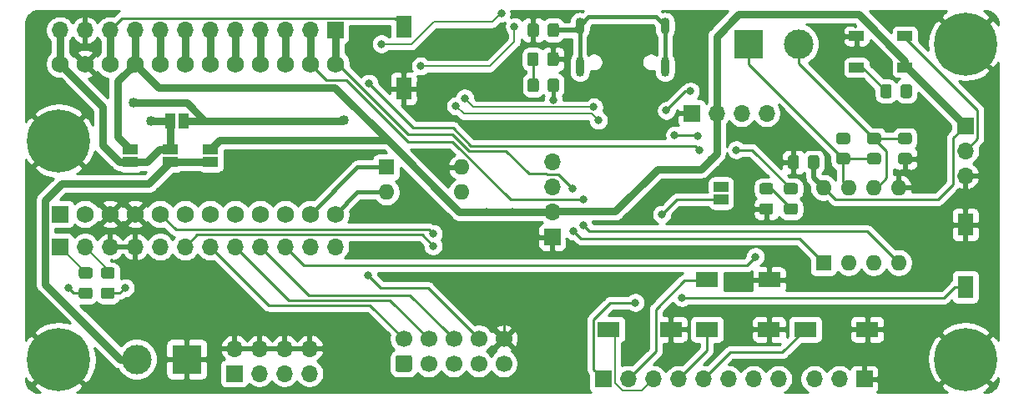
<source format=gbr>
%TF.GenerationSoftware,KiCad,Pcbnew,(5.1.6)-1*%
%TF.CreationDate,2021-01-14T00:20:57+08:00*%
%TF.ProjectId,micro-mp,6d696372-6f2d-46d7-902e-6b696361645f,v0.4*%
%TF.SameCoordinates,Original*%
%TF.FileFunction,Copper,L1,Top*%
%TF.FilePolarity,Positive*%
%FSLAX46Y46*%
G04 Gerber Fmt 4.6, Leading zero omitted, Abs format (unit mm)*
G04 Created by KiCad (PCBNEW (5.1.6)-1) date 2021-01-14 00:20:57*
%MOMM*%
%LPD*%
G01*
G04 APERTURE LIST*
%TA.AperFunction,ComponentPad*%
%ADD10C,1.752600*%
%TD*%
%TA.AperFunction,ComponentPad*%
%ADD11R,1.752600X1.752600*%
%TD*%
%TA.AperFunction,ComponentPad*%
%ADD12C,1.700000*%
%TD*%
%TA.AperFunction,SMDPad,CuDef*%
%ADD13R,1.000000X1.500000*%
%TD*%
%TA.AperFunction,ComponentPad*%
%ADD14O,1.700000X1.700000*%
%TD*%
%TA.AperFunction,ComponentPad*%
%ADD15R,1.700000X1.700000*%
%TD*%
%TA.AperFunction,ComponentPad*%
%ADD16O,1.600000X1.600000*%
%TD*%
%TA.AperFunction,ComponentPad*%
%ADD17R,1.600000X1.600000*%
%TD*%
%TA.AperFunction,SMDPad,CuDef*%
%ADD18R,1.500000X1.000000*%
%TD*%
%TA.AperFunction,ComponentPad*%
%ADD19O,0.900000X2.000000*%
%TD*%
%TA.AperFunction,ComponentPad*%
%ADD20O,0.900000X1.700000*%
%TD*%
%TA.AperFunction,ComponentPad*%
%ADD21C,3.000000*%
%TD*%
%TA.AperFunction,ComponentPad*%
%ADD22R,3.000000X3.000000*%
%TD*%
%TA.AperFunction,SMDPad,CuDef*%
%ADD23R,1.597660X2.298700*%
%TD*%
%TA.AperFunction,SMDPad,CuDef*%
%ADD24R,2.298700X1.597660*%
%TD*%
%TA.AperFunction,ComponentPad*%
%ADD25C,6.400000*%
%TD*%
%TA.AperFunction,ViaPad*%
%ADD26C,0.800000*%
%TD*%
%TA.AperFunction,ViaPad*%
%ADD27C,1.016000*%
%TD*%
%TA.AperFunction,Conductor*%
%ADD28C,0.254000*%
%TD*%
%TA.AperFunction,Conductor*%
%ADD29C,0.508000*%
%TD*%
%TA.AperFunction,Conductor*%
%ADD30C,0.381000*%
%TD*%
%TA.AperFunction,Conductor*%
%ADD31C,0.762000*%
%TD*%
%TA.AperFunction,Conductor*%
%ADD32C,0.177800*%
%TD*%
G04 APERTURE END LIST*
D10*
%TO.P,U1,24*%
%TO.N,RAW*%
X108141000Y-77026000D03*
%TO.P,U1,12*%
%TO.N,PB5*%
X136081000Y-92266000D03*
%TO.P,U1,23*%
%TO.N,GND*%
X110681000Y-77026000D03*
%TO.P,U1,22*%
%TO.N,RST*%
X113221000Y-77026000D03*
%TO.P,U1,21*%
%TO.N,VCC*%
X115761000Y-77026000D03*
%TO.P,U1,20*%
%TO.N,PF4*%
X118301000Y-77026000D03*
%TO.P,U1,19*%
%TO.N,PF5*%
X120841000Y-77026000D03*
%TO.P,U1,18*%
%TO.N,PF6*%
X123381000Y-77026000D03*
%TO.P,U1,17*%
%TO.N,PF7*%
X125921000Y-77026000D03*
%TO.P,U1,16*%
%TO.N,PB1*%
X128461000Y-77026000D03*
%TO.P,U1,15*%
%TO.N,PB3*%
X131001000Y-77026000D03*
%TO.P,U1,14*%
%TO.N,PB2*%
X133541000Y-77026000D03*
%TO.P,U1,13*%
%TO.N,PB6*%
X136081000Y-77026000D03*
%TO.P,U1,11*%
%TO.N,PB4*%
X133541000Y-92266000D03*
%TO.P,U1,10*%
%TO.N,PE6*%
X131001000Y-92266000D03*
%TO.P,U1,9*%
%TO.N,PD7*%
X128461000Y-92266000D03*
%TO.P,U1,8*%
%TO.N,PC6*%
X125921000Y-92266000D03*
%TO.P,U1,7*%
%TO.N,PD4*%
X123381000Y-92266000D03*
%TO.P,U1,6*%
%TO.N,PD0*%
X120841000Y-92266000D03*
%TO.P,U1,5*%
%TO.N,PD1*%
X118301000Y-92266000D03*
%TO.P,U1,4*%
%TO.N,GND*%
X115761000Y-92266000D03*
%TO.P,U1,3*%
X113221000Y-92266000D03*
%TO.P,U1,2*%
%TO.N,RX1*%
X110681000Y-92266000D03*
D11*
%TO.P,U1,1*%
%TO.N,TX0*%
X108141000Y-92266000D03*
%TD*%
D12*
%TO.P,J4,10*%
%TO.N,GND*%
X153162000Y-104902000D03*
%TO.P,J4,8*%
%TO.N,PB1*%
X150622000Y-104902000D03*
%TO.P,J4,6*%
%TO.N,PD7*%
X148082000Y-104902000D03*
%TO.P,J4,4*%
%TO.N,PC6*%
X145542000Y-104902000D03*
%TO.P,J4,2*%
%TO.N,PD4*%
X143002000Y-104902000D03*
%TO.P,J4,9*%
%TO.N,PF7*%
X153162000Y-107442000D03*
%TO.P,J4,7*%
%TO.N,PF6*%
X150622000Y-107442000D03*
%TO.P,J4,5*%
%TO.N,PF5*%
X148082000Y-107442000D03*
%TO.P,J4,3*%
%TO.N,PF4*%
X145542000Y-107442000D03*
%TO.P,J4,1*%
%TO.N,VCC*%
%TA.AperFunction,ComponentPad*%
G36*
G01*
X143602000Y-108292000D02*
X142402000Y-108292000D01*
G75*
G02*
X142152000Y-108042000I0J250000D01*
G01*
X142152000Y-106842000D01*
G75*
G02*
X142402000Y-106592000I250000J0D01*
G01*
X143602000Y-106592000D01*
G75*
G02*
X143852000Y-106842000I0J-250000D01*
G01*
X143852000Y-108042000D01*
G75*
G02*
X143602000Y-108292000I-250000J0D01*
G01*
G37*
%TD.AperFunction*%
%TD*%
D13*
%TO.P,JP2,1*%
%TO.N,REGIN*%
X120650000Y-82800000D03*
%TO.P,JP2,2*%
%TO.N,RAW*%
X119350000Y-82800000D03*
%TD*%
%TO.P,D5,2*%
%TO.N,RX1*%
%TA.AperFunction,SMDPad,CuDef*%
G36*
G01*
X113450001Y-98825000D02*
X112549999Y-98825000D01*
G75*
G02*
X112300000Y-98575001I0J249999D01*
G01*
X112300000Y-97924999D01*
G75*
G02*
X112549999Y-97675000I249999J0D01*
G01*
X113450001Y-97675000D01*
G75*
G02*
X113700000Y-97924999I0J-249999D01*
G01*
X113700000Y-98575001D01*
G75*
G02*
X113450001Y-98825000I-249999J0D01*
G01*
G37*
%TD.AperFunction*%
%TO.P,D5,1*%
%TO.N,Net-(D5-Pad1)*%
%TA.AperFunction,SMDPad,CuDef*%
G36*
G01*
X113450001Y-100875000D02*
X112549999Y-100875000D01*
G75*
G02*
X112300000Y-100625001I0J249999D01*
G01*
X112300000Y-99974999D01*
G75*
G02*
X112549999Y-99725000I249999J0D01*
G01*
X113450001Y-99725000D01*
G75*
G02*
X113700000Y-99974999I0J-249999D01*
G01*
X113700000Y-100625001D01*
G75*
G02*
X113450001Y-100875000I-249999J0D01*
G01*
G37*
%TD.AperFunction*%
%TD*%
%TO.P,D4,2*%
%TO.N,TX0*%
%TA.AperFunction,SMDPad,CuDef*%
G36*
G01*
X111200001Y-98825000D02*
X110299999Y-98825000D01*
G75*
G02*
X110050000Y-98575001I0J249999D01*
G01*
X110050000Y-97924999D01*
G75*
G02*
X110299999Y-97675000I249999J0D01*
G01*
X111200001Y-97675000D01*
G75*
G02*
X111450000Y-97924999I0J-249999D01*
G01*
X111450000Y-98575001D01*
G75*
G02*
X111200001Y-98825000I-249999J0D01*
G01*
G37*
%TD.AperFunction*%
%TO.P,D4,1*%
%TO.N,Net-(D4-Pad1)*%
%TA.AperFunction,SMDPad,CuDef*%
G36*
G01*
X111200001Y-100875000D02*
X110299999Y-100875000D01*
G75*
G02*
X110050000Y-100625001I0J249999D01*
G01*
X110050000Y-99974999D01*
G75*
G02*
X110299999Y-99725000I249999J0D01*
G01*
X111200001Y-99725000D01*
G75*
G02*
X111450000Y-99974999I0J-249999D01*
G01*
X111450000Y-100625001D01*
G75*
G02*
X111200001Y-100875000I-249999J0D01*
G01*
G37*
%TD.AperFunction*%
%TD*%
%TO.P,R9,2*%
%TO.N,GND*%
%TA.AperFunction,SMDPad,CuDef*%
G36*
G01*
X157595000Y-77005001D02*
X157595000Y-76104999D01*
G75*
G02*
X157844999Y-75855000I249999J0D01*
G01*
X158495001Y-75855000D01*
G75*
G02*
X158745000Y-76104999I0J-249999D01*
G01*
X158745000Y-77005001D01*
G75*
G02*
X158495001Y-77255000I-249999J0D01*
G01*
X157844999Y-77255000D01*
G75*
G02*
X157595000Y-77005001I0J249999D01*
G01*
G37*
%TD.AperFunction*%
%TO.P,R9,1*%
%TO.N,Net-(D3-Pad1)*%
%TA.AperFunction,SMDPad,CuDef*%
G36*
G01*
X155545000Y-77005001D02*
X155545000Y-76104999D01*
G75*
G02*
X155794999Y-75855000I249999J0D01*
G01*
X156445001Y-75855000D01*
G75*
G02*
X156695000Y-76104999I0J-249999D01*
G01*
X156695000Y-77005001D01*
G75*
G02*
X156445001Y-77255000I-249999J0D01*
G01*
X155794999Y-77255000D01*
G75*
G02*
X155545000Y-77005001I0J249999D01*
G01*
G37*
%TD.AperFunction*%
%TD*%
%TO.P,D3,2*%
%TO.N,REGIN*%
%TA.AperFunction,SMDPad,CuDef*%
G36*
G01*
X157625000Y-79650001D02*
X157625000Y-78749999D01*
G75*
G02*
X157874999Y-78500000I249999J0D01*
G01*
X158525001Y-78500000D01*
G75*
G02*
X158775000Y-78749999I0J-249999D01*
G01*
X158775000Y-79650001D01*
G75*
G02*
X158525001Y-79900000I-249999J0D01*
G01*
X157874999Y-79900000D01*
G75*
G02*
X157625000Y-79650001I0J249999D01*
G01*
G37*
%TD.AperFunction*%
%TO.P,D3,1*%
%TO.N,Net-(D3-Pad1)*%
%TA.AperFunction,SMDPad,CuDef*%
G36*
G01*
X155575000Y-79650001D02*
X155575000Y-78749999D01*
G75*
G02*
X155824999Y-78500000I249999J0D01*
G01*
X156475001Y-78500000D01*
G75*
G02*
X156725000Y-78749999I0J-249999D01*
G01*
X156725000Y-79650001D01*
G75*
G02*
X156475001Y-79900000I-249999J0D01*
G01*
X155824999Y-79900000D01*
G75*
G02*
X155575000Y-79650001I0J249999D01*
G01*
G37*
%TD.AperFunction*%
%TD*%
D14*
%TO.P,J12,8*%
%TO.N,P7*%
X181030000Y-109000000D03*
%TO.P,J12,7*%
%TO.N,P6*%
X178490000Y-109000000D03*
%TO.P,J12,6*%
%TO.N,P5*%
X175950000Y-109000000D03*
%TO.P,J12,5*%
%TO.N,P4*%
X173410000Y-109000000D03*
%TO.P,J12,4*%
%TO.N,P3*%
X170870000Y-109000000D03*
%TO.P,J12,3*%
%TO.N,P2*%
X168330000Y-109000000D03*
%TO.P,J12,2*%
%TO.N,P1*%
X165790000Y-109000000D03*
D15*
%TO.P,J12,1*%
%TO.N,P0*%
X163250000Y-109000000D03*
%TD*%
D16*
%TO.P,SW8,4*%
%TO.N,GND*%
X148870000Y-87500000D03*
%TO.P,SW8,2*%
%TO.N,PB5*%
X141250000Y-90040000D03*
%TO.P,SW8,3*%
%TO.N,PB5_DIP*%
X148870000Y-90040000D03*
D17*
%TO.P,SW8,1*%
%TO.N,PB4*%
X141250000Y-87500000D03*
%TD*%
D18*
%TO.P,JP1,1*%
%TO.N,PE6*%
X175200000Y-89500000D03*
%TO.P,JP1,2*%
%TO.N,P0*%
X175200000Y-90800000D03*
%TD*%
%TO.P,JP5,2*%
%TO.N,VCC*%
X115300000Y-85700000D03*
%TO.P,JP5,1*%
%TO.N,RAW*%
X115300000Y-87000000D03*
%TD*%
%TO.P,JP6,1*%
%TO.N,DC_IN*%
X119364000Y-87000000D03*
%TO.P,JP6,2*%
%TO.N,RAW*%
X119364000Y-85700000D03*
%TD*%
%TO.P,JP7,2*%
%TO.N,VCC*%
X123428000Y-85700000D03*
%TO.P,JP7,1*%
%TO.N,DC_IN*%
X123428000Y-87000000D03*
%TD*%
%TO.P,R6,2*%
%TO.N,PB5_DIP*%
%TA.AperFunction,SMDPad,CuDef*%
G36*
G01*
X193425000Y-80250001D02*
X193425000Y-79349999D01*
G75*
G02*
X193674999Y-79100000I249999J0D01*
G01*
X194325001Y-79100000D01*
G75*
G02*
X194575000Y-79349999I0J-249999D01*
G01*
X194575000Y-80250001D01*
G75*
G02*
X194325001Y-80500000I-249999J0D01*
G01*
X193674999Y-80500000D01*
G75*
G02*
X193425000Y-80250001I0J249999D01*
G01*
G37*
%TD.AperFunction*%
%TO.P,R6,1*%
%TO.N,Net-(D1-Pad4)*%
%TA.AperFunction,SMDPad,CuDef*%
G36*
G01*
X191375000Y-80250001D02*
X191375000Y-79349999D01*
G75*
G02*
X191624999Y-79100000I249999J0D01*
G01*
X192275001Y-79100000D01*
G75*
G02*
X192525000Y-79349999I0J-249999D01*
G01*
X192525000Y-80250001D01*
G75*
G02*
X192275001Y-80500000I-249999J0D01*
G01*
X191624999Y-80500000D01*
G75*
G02*
X191375000Y-80250001I0J249999D01*
G01*
G37*
%TD.AperFunction*%
%TD*%
D19*
%TO.P,J11,S1*%
%TO.N,Net-(C2-Pad2)*%
X160880000Y-77330000D03*
X169520000Y-77330000D03*
D20*
X160880000Y-73160000D03*
X169520000Y-73160000D03*
%TD*%
%TO.P,C2,1*%
%TO.N,GND*%
%TA.AperFunction,SMDPad,CuDef*%
G36*
G01*
X155575000Y-74050001D02*
X155575000Y-73149999D01*
G75*
G02*
X155824999Y-72900000I249999J0D01*
G01*
X156475001Y-72900000D01*
G75*
G02*
X156725000Y-73149999I0J-249999D01*
G01*
X156725000Y-74050001D01*
G75*
G02*
X156475001Y-74300000I-249999J0D01*
G01*
X155824999Y-74300000D01*
G75*
G02*
X155575000Y-74050001I0J249999D01*
G01*
G37*
%TD.AperFunction*%
%TO.P,C2,2*%
%TO.N,Net-(C2-Pad2)*%
%TA.AperFunction,SMDPad,CuDef*%
G36*
G01*
X157625000Y-74050001D02*
X157625000Y-73149999D01*
G75*
G02*
X157874999Y-72900000I249999J0D01*
G01*
X158525001Y-72900000D01*
G75*
G02*
X158775000Y-73149999I0J-249999D01*
G01*
X158775000Y-74050001D01*
G75*
G02*
X158525001Y-74300000I-249999J0D01*
G01*
X157874999Y-74300000D01*
G75*
G02*
X157625000Y-74050001I0J249999D01*
G01*
G37*
%TD.AperFunction*%
%TD*%
D21*
%TO.P,J10,2*%
%TO.N,Net-(J10-Pad2)*%
X183080000Y-75000000D03*
D22*
%TO.P,J10,1*%
%TO.N,Net-(J10-Pad1)*%
X178000000Y-75000000D03*
%TD*%
D23*
%TO.P,SW6,2*%
%TO.N,GND*%
X143000000Y-79549200D03*
%TO.P,SW6,1*%
%TO.N,RST*%
X143000000Y-73250000D03*
%TD*%
%TO.P,SW5,2*%
%TO.N,GND*%
X200000000Y-93350400D03*
%TO.P,SW5,1*%
%TO.N,P0*%
X200000000Y-99649600D03*
%TD*%
D24*
%TO.P,SW4,2*%
%TO.N,GND*%
X190045600Y-103969000D03*
%TO.P,SW4,1*%
%TO.N,P4*%
X183746400Y-103969000D03*
%TD*%
%TO.P,SW3,2*%
%TO.N,GND*%
X180076100Y-103969000D03*
%TO.P,SW3,1*%
%TO.N,P3*%
X173776900Y-103969000D03*
%TD*%
%TO.P,SW2,2*%
%TO.N,GND*%
X170106600Y-103969000D03*
%TO.P,SW2,1*%
%TO.N,P2*%
X163807400Y-103969000D03*
%TD*%
%TO.P,SW1,2*%
%TO.N,GND*%
X180088800Y-98939800D03*
%TO.P,SW1,1*%
%TO.N,P1*%
X173789600Y-98939800D03*
%TD*%
D21*
%TO.P,J1,2*%
%TO.N,DC_IN*%
X115920000Y-107000000D03*
D22*
%TO.P,J1,1*%
%TO.N,GND*%
X121000000Y-107000000D03*
%TD*%
%TO.P,R2,2*%
%TO.N,GND*%
%TA.AperFunction,SMDPad,CuDef*%
G36*
G01*
X179349999Y-91175000D02*
X180250001Y-91175000D01*
G75*
G02*
X180500000Y-91424999I0J-249999D01*
G01*
X180500000Y-92075001D01*
G75*
G02*
X180250001Y-92325000I-249999J0D01*
G01*
X179349999Y-92325000D01*
G75*
G02*
X179100000Y-92075001I0J249999D01*
G01*
X179100000Y-91424999D01*
G75*
G02*
X179349999Y-91175000I249999J0D01*
G01*
G37*
%TD.AperFunction*%
%TO.P,R2,1*%
%TO.N,Net-(D2-Pad1)*%
%TA.AperFunction,SMDPad,CuDef*%
G36*
G01*
X179349999Y-89125000D02*
X180250001Y-89125000D01*
G75*
G02*
X180500000Y-89374999I0J-249999D01*
G01*
X180500000Y-90025001D01*
G75*
G02*
X180250001Y-90275000I-249999J0D01*
G01*
X179349999Y-90275000D01*
G75*
G02*
X179100000Y-90025001I0J249999D01*
G01*
X179100000Y-89374999D01*
G75*
G02*
X179349999Y-89125000I249999J0D01*
G01*
G37*
%TD.AperFunction*%
%TD*%
%TO.P,D2,2*%
%TO.N,PB3*%
%TA.AperFunction,SMDPad,CuDef*%
G36*
G01*
X182750001Y-90275000D02*
X181849999Y-90275000D01*
G75*
G02*
X181600000Y-90025001I0J249999D01*
G01*
X181600000Y-89374999D01*
G75*
G02*
X181849999Y-89125000I249999J0D01*
G01*
X182750001Y-89125000D01*
G75*
G02*
X183000000Y-89374999I0J-249999D01*
G01*
X183000000Y-90025001D01*
G75*
G02*
X182750001Y-90275000I-249999J0D01*
G01*
G37*
%TD.AperFunction*%
%TO.P,D2,1*%
%TO.N,Net-(D2-Pad1)*%
%TA.AperFunction,SMDPad,CuDef*%
G36*
G01*
X182750001Y-92325000D02*
X181849999Y-92325000D01*
G75*
G02*
X181600000Y-92075001I0J249999D01*
G01*
X181600000Y-91424999D01*
G75*
G02*
X181849999Y-91175000I249999J0D01*
G01*
X182750001Y-91175000D01*
G75*
G02*
X183000000Y-91424999I0J-249999D01*
G01*
X183000000Y-92075001D01*
G75*
G02*
X182750001Y-92325000I-249999J0D01*
G01*
G37*
%TD.AperFunction*%
%TD*%
%TO.P,C1,2*%
%TO.N,GND*%
%TA.AperFunction,SMDPad,CuDef*%
G36*
G01*
X183125000Y-86549999D02*
X183125000Y-87450001D01*
G75*
G02*
X182875001Y-87700000I-249999J0D01*
G01*
X182224999Y-87700000D01*
G75*
G02*
X181975000Y-87450001I0J249999D01*
G01*
X181975000Y-86549999D01*
G75*
G02*
X182224999Y-86300000I249999J0D01*
G01*
X182875001Y-86300000D01*
G75*
G02*
X183125000Y-86549999I0J-249999D01*
G01*
G37*
%TD.AperFunction*%
%TO.P,C1,1*%
%TO.N,VCC*%
%TA.AperFunction,SMDPad,CuDef*%
G36*
G01*
X185175000Y-86549999D02*
X185175000Y-87450001D01*
G75*
G02*
X184925001Y-87700000I-249999J0D01*
G01*
X184274999Y-87700000D01*
G75*
G02*
X184025000Y-87450001I0J249999D01*
G01*
X184025000Y-86549999D01*
G75*
G02*
X184274999Y-86300000I249999J0D01*
G01*
X184925001Y-86300000D01*
G75*
G02*
X185175000Y-86549999I0J-249999D01*
G01*
G37*
%TD.AperFunction*%
%TD*%
D14*
%TO.P,J2,8*%
%TO.N,GND*%
X133446000Y-105897000D03*
%TO.P,J2,7*%
%TO.N,DC_IN*%
X133446000Y-108437000D03*
%TO.P,J2,6*%
%TO.N,GND*%
X130906000Y-105897000D03*
%TO.P,J2,5*%
%TO.N,DC_IN*%
X130906000Y-108437000D03*
%TO.P,J2,4*%
%TO.N,GND*%
X128366000Y-105897000D03*
%TO.P,J2,3*%
%TO.N,DC_IN*%
X128366000Y-108437000D03*
%TO.P,J2,2*%
%TO.N,GND*%
X125826000Y-105897000D03*
D15*
%TO.P,J2,1*%
%TO.N,DC_IN*%
X125826000Y-108437000D03*
%TD*%
D14*
%TO.P,J9,4*%
%TO.N,PD1*%
X158100000Y-86980000D03*
%TO.P,J9,3*%
%TO.N,PD0*%
X158100000Y-89520000D03*
%TO.P,J9,2*%
%TO.N,VCC*%
X158100000Y-92060000D03*
D15*
%TO.P,J9,1*%
%TO.N,GND*%
X158100000Y-94600000D03*
%TD*%
D14*
%TO.P,J7,4*%
%TO.N,PD1*%
X179832000Y-82042000D03*
%TO.P,J7,3*%
%TO.N,PD0*%
X177292000Y-82042000D03*
%TO.P,J7,2*%
%TO.N,VCC*%
X174752000Y-82042000D03*
D15*
%TO.P,J7,1*%
%TO.N,GND*%
X172212000Y-82042000D03*
%TD*%
%TO.P,R3,2*%
%TO.N,GND*%
%TA.AperFunction,SMDPad,CuDef*%
G36*
G01*
X193427999Y-86075000D02*
X194328001Y-86075000D01*
G75*
G02*
X194578000Y-86324999I0J-249999D01*
G01*
X194578000Y-86975001D01*
G75*
G02*
X194328001Y-87225000I-249999J0D01*
G01*
X193427999Y-87225000D01*
G75*
G02*
X193178000Y-86975001I0J249999D01*
G01*
X193178000Y-86324999D01*
G75*
G02*
X193427999Y-86075000I249999J0D01*
G01*
G37*
%TD.AperFunction*%
%TO.P,R3,1*%
%TO.N,Net-(J10-Pad2)*%
%TA.AperFunction,SMDPad,CuDef*%
G36*
G01*
X193427999Y-84025000D02*
X194328001Y-84025000D01*
G75*
G02*
X194578000Y-84274999I0J-249999D01*
G01*
X194578000Y-84925001D01*
G75*
G02*
X194328001Y-85175000I-249999J0D01*
G01*
X193427999Y-85175000D01*
G75*
G02*
X193178000Y-84925001I0J249999D01*
G01*
X193178000Y-84274999D01*
G75*
G02*
X193427999Y-84025000I249999J0D01*
G01*
G37*
%TD.AperFunction*%
%TD*%
%TO.P,R4,2*%
%TO.N,Net-(J10-Pad2)*%
%TA.AperFunction,SMDPad,CuDef*%
G36*
G01*
X191185333Y-85175000D02*
X190285331Y-85175000D01*
G75*
G02*
X190035332Y-84925001I0J249999D01*
G01*
X190035332Y-84274999D01*
G75*
G02*
X190285331Y-84025000I249999J0D01*
G01*
X191185333Y-84025000D01*
G75*
G02*
X191435332Y-84274999I0J-249999D01*
G01*
X191435332Y-84925001D01*
G75*
G02*
X191185333Y-85175000I-249999J0D01*
G01*
G37*
%TD.AperFunction*%
%TO.P,R4,1*%
%TO.N,Net-(J10-Pad1)*%
%TA.AperFunction,SMDPad,CuDef*%
G36*
G01*
X191185333Y-87225000D02*
X190285331Y-87225000D01*
G75*
G02*
X190035332Y-86975001I0J249999D01*
G01*
X190035332Y-86324999D01*
G75*
G02*
X190285331Y-86075000I249999J0D01*
G01*
X191185333Y-86075000D01*
G75*
G02*
X191435332Y-86324999I0J-249999D01*
G01*
X191435332Y-86975001D01*
G75*
G02*
X191185333Y-87225000I-249999J0D01*
G01*
G37*
%TD.AperFunction*%
%TD*%
%TO.P,R1,2*%
%TO.N,Net-(J10-Pad1)*%
%TA.AperFunction,SMDPad,CuDef*%
G36*
G01*
X187142665Y-86075000D02*
X188042667Y-86075000D01*
G75*
G02*
X188292666Y-86324999I0J-249999D01*
G01*
X188292666Y-86975001D01*
G75*
G02*
X188042667Y-87225000I-249999J0D01*
G01*
X187142665Y-87225000D01*
G75*
G02*
X186892666Y-86975001I0J249999D01*
G01*
X186892666Y-86324999D01*
G75*
G02*
X187142665Y-86075000I249999J0D01*
G01*
G37*
%TD.AperFunction*%
%TO.P,R1,1*%
%TO.N,VCC*%
%TA.AperFunction,SMDPad,CuDef*%
G36*
G01*
X187142665Y-84025000D02*
X188042667Y-84025000D01*
G75*
G02*
X188292666Y-84274999I0J-249999D01*
G01*
X188292666Y-84925001D01*
G75*
G02*
X188042667Y-85175000I-249999J0D01*
G01*
X187142665Y-85175000D01*
G75*
G02*
X186892666Y-84925001I0J249999D01*
G01*
X186892666Y-84274999D01*
G75*
G02*
X187142665Y-84025000I249999J0D01*
G01*
G37*
%TD.AperFunction*%
%TD*%
D25*
%TO.P,H4,1*%
%TO.N,GND*%
X200000000Y-107000000D03*
%TD*%
%TO.P,H3,1*%
%TO.N,GND*%
X108000000Y-107000000D03*
%TD*%
%TO.P,H2,1*%
%TO.N,GND*%
X200000000Y-75000000D03*
%TD*%
%TO.P,H1,1*%
%TO.N,GND*%
X108000000Y-84836000D03*
%TD*%
D18*
%TO.P,D1,3*%
%TO.N,GND*%
X188950000Y-74200000D03*
%TO.P,D1,4*%
%TO.N,Net-(D1-Pad4)*%
X188950000Y-77400000D03*
%TO.P,D1,2*%
%TO.N,Net-(D1-Pad2)*%
X193850000Y-74200000D03*
%TO.P,D1,1*%
%TO.N,VCC*%
X193850000Y-77400000D03*
%TD*%
D14*
%TO.P,J3,12*%
%TO.N,PB5*%
X136081000Y-95600000D03*
%TO.P,J3,11*%
%TO.N,PB4*%
X133541000Y-95600000D03*
%TO.P,J3,10*%
%TO.N,PE6*%
X131001000Y-95600000D03*
%TO.P,J3,9*%
%TO.N,PD7*%
X128461000Y-95600000D03*
%TO.P,J3,8*%
%TO.N,PC6*%
X125921000Y-95600000D03*
%TO.P,J3,7*%
%TO.N,PD4*%
X123381000Y-95600000D03*
%TO.P,J3,6*%
%TO.N,PD0*%
X120841000Y-95600000D03*
%TO.P,J3,5*%
%TO.N,PD1*%
X118301000Y-95600000D03*
%TO.P,J3,4*%
%TO.N,GND*%
X115761000Y-95600000D03*
%TO.P,J3,3*%
X113221000Y-95600000D03*
%TO.P,J3,2*%
%TO.N,RX1*%
X110681000Y-95600000D03*
D15*
%TO.P,J3,1*%
%TO.N,TX0*%
X108141000Y-95600000D03*
%TD*%
%TO.P,J5,1*%
%TO.N,PB6*%
X136081000Y-73600000D03*
D14*
%TO.P,J5,2*%
%TO.N,PB2*%
X133541000Y-73600000D03*
%TO.P,J5,3*%
%TO.N,PB3*%
X131001000Y-73600000D03*
%TO.P,J5,4*%
%TO.N,PB1*%
X128461000Y-73600000D03*
%TO.P,J5,5*%
%TO.N,PF7*%
X125921000Y-73600000D03*
%TO.P,J5,6*%
%TO.N,PF6*%
X123381000Y-73600000D03*
%TO.P,J5,7*%
%TO.N,PF5*%
X120841000Y-73600000D03*
%TO.P,J5,8*%
%TO.N,PF4*%
X118301000Y-73600000D03*
%TO.P,J5,9*%
%TO.N,VCC*%
X115761000Y-73600000D03*
%TO.P,J5,10*%
%TO.N,RST*%
X113221000Y-73600000D03*
%TO.P,J5,11*%
%TO.N,GND*%
X110681000Y-73600000D03*
%TO.P,J5,12*%
%TO.N,RAW*%
X108141000Y-73600000D03*
%TD*%
%TO.P,J6,3*%
%TO.N,PB6*%
X184670000Y-109000000D03*
%TO.P,J6,2*%
%TO.N,PB2*%
X187210000Y-109000000D03*
D15*
%TO.P,J6,1*%
%TO.N,GND*%
X189750000Y-109000000D03*
%TD*%
%TO.P,J8,1*%
%TO.N,VCC*%
X200000000Y-83300000D03*
D14*
%TO.P,J8,2*%
%TO.N,Net-(D1-Pad2)*%
X200000000Y-85840000D03*
%TO.P,J8,3*%
%TO.N,GND*%
X200000000Y-88380000D03*
%TD*%
D17*
%TO.P,U2,1*%
%TO.N,PB6*%
X185600000Y-97200000D03*
D16*
%TO.P,U2,5*%
%TO.N,GND*%
X193220000Y-89580000D03*
%TO.P,U2,2*%
%TO.N,PB3*%
X188140000Y-97200000D03*
%TO.P,U2,6*%
%TO.N,Net-(J10-Pad2)*%
X190680000Y-89580000D03*
%TO.P,U2,3*%
%TO.N,PB3*%
X190680000Y-97200000D03*
%TO.P,U2,7*%
%TO.N,Net-(J10-Pad1)*%
X188140000Y-89580000D03*
%TO.P,U2,4*%
%TO.N,PB2*%
X193220000Y-97200000D03*
%TO.P,U2,8*%
%TO.N,VCC*%
X185600000Y-89580000D03*
%TD*%
D26*
%TO.N,GND*%
X149600000Y-74500000D03*
X149600000Y-76000000D03*
X151300000Y-76000000D03*
X151300000Y-74500000D03*
X143935000Y-90685000D03*
X144560000Y-90060000D03*
X143310000Y-91310000D03*
X169405000Y-96405000D03*
X170675000Y-96425000D03*
X171945000Y-96445000D03*
X163250000Y-99055000D03*
X146100000Y-74250000D03*
X146100000Y-75250000D03*
X159000000Y-99000000D03*
X160250000Y-99000000D03*
X193250000Y-93000000D03*
X193250000Y-94000000D03*
X172000000Y-73500000D03*
X172000000Y-74750000D03*
X152800000Y-100800000D03*
X169435000Y-79265000D03*
X170135000Y-79965000D03*
X160400000Y-79200000D03*
X161300000Y-79200000D03*
%TO.N,VCC*%
X187600000Y-84600000D03*
X151440000Y-92060000D03*
X154040000Y-92060000D03*
X174200000Y-86700000D03*
X136799999Y-80199999D03*
%TO.N,PE6*%
X175167959Y-89467959D03*
X178700000Y-96600000D03*
%TO.N,PD0*%
X146000000Y-95500000D03*
%TO.N,PD1*%
X170500000Y-84250000D03*
X172862500Y-84362500D03*
X146000000Y-94250000D03*
%TO.N,PB6*%
X160179880Y-89700000D03*
X160200000Y-94000000D03*
%TO.N,PB2*%
X161200000Y-90800000D03*
X161200000Y-93400000D03*
%TO.N,PB3*%
X182300000Y-89700000D03*
X176750000Y-85750000D03*
X173000000Y-85750000D03*
X139500000Y-79000000D03*
%TO.N,PB1*%
X139400000Y-98500000D03*
%TO.N,RST*%
X143000000Y-73400000D03*
D27*
%TO.N,RAW*%
X117400000Y-82800000D03*
D26*
%TO.N,PB5_DIP*%
X194000000Y-79800000D03*
X169650000Y-81750000D03*
X172100000Y-79800000D03*
%TO.N,REGIN*%
X158200000Y-80700000D03*
D27*
X136900000Y-82700000D03*
X115600000Y-81000000D03*
D26*
%TO.N,RST_2102*%
X162297306Y-81403248D03*
X149200000Y-80500000D03*
%TO.N,SUS_2102*%
X162750000Y-82750000D03*
X148300000Y-81299996D03*
%TO.N,DTR_2102*%
X154250000Y-73249992D03*
X144750000Y-77250000D03*
%TO.N,RX1*%
X152907099Y-71907099D03*
X140750000Y-75000000D03*
%TO.N,P2*%
X163807400Y-103969000D03*
%TO.N,P1*%
X173800000Y-99000000D03*
%TO.N,P0*%
X169200000Y-92300000D03*
X166500000Y-101250000D03*
X171250000Y-100750000D03*
%TO.N,Net-(D4-Pad1)*%
X109000000Y-99750000D03*
%TO.N,Net-(D5-Pad1)*%
X114750000Y-99750000D03*
%TD*%
D28*
%TO.N,GND*%
X152600000Y-101400000D02*
X152600000Y-101400000D01*
D29*
X158100000Y-94600000D02*
X158600000Y-94600000D01*
D28*
X158100000Y-94600000D02*
X158100000Y-95100000D01*
X153162000Y-104902000D02*
X153162000Y-101162000D01*
X153162000Y-101162000D02*
X152800000Y-100800000D01*
D30*
%TO.N,PB5*%
X138307000Y-90040000D02*
X136081000Y-92266000D01*
X141250000Y-90040000D02*
X138307000Y-90040000D01*
D28*
%TO.N,Net-(D1-Pad2)*%
X193850000Y-74200000D02*
X193850000Y-74350000D01*
X201231001Y-84608999D02*
X200000000Y-85840000D01*
X201231001Y-81731001D02*
X201231001Y-84608999D01*
X193850000Y-74350000D02*
X201231001Y-81731001D01*
D31*
%TO.N,VCC*%
X115761000Y-73600000D02*
X115761000Y-77026000D01*
D29*
X184600000Y-87000000D02*
X184600000Y-88580000D01*
X184600000Y-88580000D02*
X185600000Y-89580000D01*
D31*
X154040000Y-92060000D02*
X151440000Y-92060000D01*
X193850000Y-76706998D02*
X193850000Y-77400000D01*
X189143002Y-72000000D02*
X193850000Y-76706998D01*
X174752000Y-82042000D02*
X174752000Y-74248000D01*
X177000000Y-72000000D02*
X189143002Y-72000000D01*
X174752000Y-74248000D02*
X177000000Y-72000000D01*
X194100000Y-77400000D02*
X200000000Y-83300000D01*
X193850000Y-77400000D02*
X194100000Y-77400000D01*
D28*
X197238999Y-90761001D02*
X198768999Y-89231001D01*
X198768999Y-89231001D02*
X198768999Y-84531001D01*
X185600000Y-89580000D02*
X186781001Y-90761001D01*
X198768999Y-84531001D02*
X200000000Y-83300000D01*
X186781001Y-90761001D02*
X197238999Y-90761001D01*
D31*
X158100000Y-92060000D02*
X154040000Y-92060000D01*
X174752000Y-86148000D02*
X174752000Y-82042000D01*
X158160000Y-92000000D02*
X164500000Y-92000000D01*
X158100000Y-92060000D02*
X158160000Y-92000000D01*
X164500000Y-92000000D02*
X168800000Y-87700000D01*
X168800000Y-87700000D02*
X173200000Y-87700000D01*
X173200000Y-87700000D02*
X174752000Y-86148000D01*
X148660000Y-92060000D02*
X151440000Y-92060000D01*
X141393999Y-84793999D02*
X148660000Y-92060000D01*
X118135000Y-79400000D02*
X115761000Y-77026000D01*
X141393999Y-84793999D02*
X136000000Y-79400000D01*
X136000000Y-79400000D02*
X118135000Y-79400000D01*
X124334001Y-84793999D02*
X141393999Y-84793999D01*
X123428000Y-85700000D02*
X124334001Y-84793999D01*
X114000000Y-78787000D02*
X115761000Y-77026000D01*
X115300000Y-85700000D02*
X114000000Y-84400000D01*
X114000000Y-84400000D02*
X114000000Y-78787000D01*
%TO.N,DC_IN*%
X119364000Y-87000000D02*
X123428000Y-87000000D01*
X108311398Y-89200000D02*
X117164000Y-89200000D01*
X114250000Y-107000000D02*
X106629699Y-99379699D01*
X106629699Y-90881699D02*
X108311398Y-89200000D01*
X106629699Y-99379699D02*
X106629699Y-90881699D01*
X117164000Y-89200000D02*
X119364000Y-87000000D01*
X115920000Y-107000000D02*
X114250000Y-107000000D01*
D30*
%TO.N,PB4*%
X138307000Y-87500000D02*
X141250000Y-87500000D01*
X133541000Y-92266000D02*
X138307000Y-87500000D01*
D28*
%TO.N,PE6*%
X131001000Y-95600000D02*
X132901000Y-97500000D01*
X177800000Y-97500000D02*
X178700000Y-96600000D01*
X132901000Y-97500000D02*
X177800000Y-97500000D01*
%TO.N,PD7*%
X147232001Y-104052001D02*
X148082000Y-104902000D01*
X128461000Y-95600000D02*
X133344979Y-100483979D01*
X133344979Y-100483979D02*
X143663979Y-100483979D01*
X143663979Y-100483979D02*
X147232001Y-104052001D01*
%TO.N,PC6*%
X131312990Y-100991990D02*
X141631990Y-100991990D01*
X125921000Y-95600000D02*
X131312990Y-100991990D01*
X141631990Y-100991990D02*
X145542000Y-104902000D01*
%TO.N,PD4*%
X139600000Y-101500000D02*
X143002000Y-104902000D01*
X123381000Y-95600000D02*
X129281000Y-101500000D01*
X129281000Y-101500000D02*
X139600000Y-101500000D01*
%TO.N,PD0*%
X146000000Y-95750000D02*
X146000000Y-95750000D01*
X122072001Y-94368999D02*
X144868999Y-94368999D01*
X120841000Y-95600000D02*
X122072001Y-94368999D01*
X144868999Y-94368999D02*
X146000000Y-95500000D01*
%TO.N,PD1*%
X172750000Y-84250000D02*
X172862500Y-84362500D01*
X170500000Y-84250000D02*
X172750000Y-84250000D01*
X146000000Y-94500000D02*
X146000000Y-94500000D01*
X145600001Y-93850001D02*
X146000000Y-94250000D01*
X118301000Y-92266000D02*
X119885001Y-93850001D01*
X119885001Y-93850001D02*
X145600001Y-93850001D01*
D32*
%TO.N,TX0*%
X108141000Y-95641000D02*
X110750000Y-98250000D01*
X108141000Y-95600000D02*
X108141000Y-95641000D01*
D31*
%TO.N,PB6*%
X136081000Y-73600000D02*
X136081000Y-77026000D01*
D28*
X160179880Y-89700000D02*
X160179880Y-89700000D01*
X160200000Y-94000000D02*
X160200000Y-94000000D01*
X160950000Y-94750000D02*
X160200000Y-94000000D01*
X185600000Y-97200000D02*
X183150000Y-94750000D01*
X183150000Y-94750000D02*
X160950000Y-94750000D01*
X158690881Y-88211001D02*
X160179880Y-89700000D01*
X157509119Y-88211001D02*
X158690881Y-88211001D01*
X157498118Y-88200000D02*
X157509119Y-88211001D01*
X155731564Y-88200000D02*
X157498118Y-88200000D01*
X153389576Y-85858012D02*
X155731564Y-88200000D01*
X149639576Y-85858012D02*
X153389576Y-85858012D01*
X143481564Y-84200000D02*
X147981564Y-84200000D01*
X136307564Y-77026000D02*
X143481564Y-84200000D01*
X136081000Y-77026000D02*
X136307564Y-77026000D01*
X147981564Y-84200000D02*
X149639576Y-85858012D01*
D31*
%TO.N,PB2*%
X133541000Y-73600000D02*
X133541000Y-77026000D01*
D28*
X161200000Y-90800000D02*
X161200000Y-90800000D01*
X161200000Y-93700000D02*
X161200000Y-93400000D01*
X161800000Y-94000000D02*
X161200000Y-93400000D01*
X193220000Y-97200000D02*
X190020000Y-94000000D01*
X190020000Y-94000000D02*
X161800000Y-94000000D01*
X133541000Y-77026000D02*
X135152989Y-78637989D01*
X147963128Y-84900000D02*
X153863128Y-90800000D01*
X153863128Y-90800000D02*
X161200000Y-90800000D01*
X137201117Y-78637989D02*
X143463128Y-84900000D01*
X143463128Y-84900000D02*
X147963128Y-84900000D01*
X135152989Y-78637989D02*
X137201117Y-78637989D01*
D31*
%TO.N,PB3*%
X131001000Y-73600000D02*
X131001000Y-77026000D01*
D28*
X182300000Y-89700000D02*
X182300000Y-89700000D01*
X178350000Y-85750000D02*
X182300000Y-89700000D01*
X176750000Y-85750000D02*
X178350000Y-85750000D01*
X149850001Y-85350001D02*
X148000000Y-83500000D01*
X173000000Y-85750000D02*
X172600001Y-85350001D01*
X172600001Y-85350001D02*
X149850001Y-85350001D01*
X148000000Y-83500000D02*
X144000000Y-83500000D01*
X144000000Y-83500000D02*
X139500000Y-79000000D01*
D31*
%TO.N,PB1*%
X128461000Y-77026000D02*
X128461000Y-73600000D01*
D28*
X140650000Y-99750000D02*
X139400000Y-98500000D01*
X150622000Y-104902000D02*
X145470000Y-99750000D01*
X145470000Y-99750000D02*
X140650000Y-99750000D01*
D31*
%TO.N,PF7*%
X125921000Y-73600000D02*
X125921000Y-77026000D01*
%TO.N,PF6*%
X123381000Y-77026000D02*
X123381000Y-73600000D01*
%TO.N,PF5*%
X120841000Y-73600000D02*
X120841000Y-77026000D01*
%TO.N,PF4*%
X118301000Y-73600000D02*
X118301000Y-77026000D01*
%TO.N,RST*%
X113221000Y-77026000D02*
X113221000Y-73600000D01*
D28*
X142118999Y-72368999D02*
X143000000Y-73250000D01*
X113221000Y-73600000D02*
X114452001Y-72368999D01*
X114452001Y-72368999D02*
X142118999Y-72368999D01*
X143000000Y-73250000D02*
X143000000Y-73250000D01*
D31*
%TO.N,RAW*%
X108141000Y-77026000D02*
X108141000Y-73600000D01*
X118270998Y-85700000D02*
X119364000Y-85700000D01*
X116970998Y-87000000D02*
X118270998Y-85700000D01*
X115300000Y-87000000D02*
X116970998Y-87000000D01*
X112500000Y-81385000D02*
X108141000Y-77026000D01*
X112500000Y-85293002D02*
X112500000Y-81385000D01*
X115300000Y-87000000D02*
X114206998Y-87000000D01*
X114206998Y-87000000D02*
X112500000Y-85293002D01*
X119350000Y-85686000D02*
X119364000Y-85700000D01*
X119350000Y-82800000D02*
X119350000Y-85686000D01*
X119350000Y-82800000D02*
X117400000Y-82800000D01*
X117400000Y-82800000D02*
X117400000Y-82800000D01*
D28*
%TO.N,PB5_DIP*%
X169650000Y-81750000D02*
X169650000Y-81750000D01*
X169650000Y-81750000D02*
X171600000Y-79800000D01*
X171600000Y-79800000D02*
X172100000Y-79800000D01*
%TO.N,Net-(J10-Pad2)*%
X190735332Y-84600000D02*
X193878000Y-84600000D01*
X183080000Y-76944668D02*
X183080000Y-75000000D01*
X190735332Y-84600000D02*
X183080000Y-76944668D01*
X191020000Y-89580000D02*
X190680000Y-89580000D01*
X192000000Y-88600000D02*
X191020000Y-89580000D01*
X190735332Y-84600000D02*
X192000000Y-85864668D01*
X192000000Y-85864668D02*
X192000000Y-88600000D01*
%TO.N,Net-(J10-Pad1)*%
X190735332Y-86650000D02*
X187592666Y-86650000D01*
X178000000Y-77057334D02*
X178000000Y-75000000D01*
X187592666Y-86650000D02*
X178000000Y-77057334D01*
X187592666Y-89032666D02*
X188140000Y-89580000D01*
X187592666Y-86650000D02*
X187592666Y-89032666D01*
%TO.N,Net-(D2-Pad1)*%
X180250000Y-89700000D02*
X182300000Y-91750000D01*
X179800000Y-89700000D02*
X180250000Y-89700000D01*
D29*
%TO.N,Net-(C2-Pad2)*%
X160440000Y-73600000D02*
X160880000Y-73160000D01*
X158200000Y-73600000D02*
X160440000Y-73600000D01*
D30*
X160880000Y-73160000D02*
X160880000Y-77330000D01*
X169520000Y-73160000D02*
X169520000Y-77330000D01*
X168610000Y-72250000D02*
X169520000Y-73160000D01*
X160880000Y-73160000D02*
X161790000Y-72250000D01*
X161790000Y-72250000D02*
X168610000Y-72250000D01*
D32*
%TO.N,REGIN*%
X158200000Y-79200000D02*
X158500000Y-79200000D01*
D30*
X158200000Y-79200000D02*
X158200000Y-80700000D01*
D31*
X136900000Y-82700000D02*
X136900000Y-82700000D01*
X136800000Y-82800000D02*
X136900000Y-82700000D01*
X120650000Y-82800000D02*
X122000000Y-82800000D01*
X122000000Y-82800000D02*
X136800000Y-82800000D01*
X121000000Y-81000000D02*
X115600000Y-81000000D01*
X123000000Y-82800000D02*
X122800000Y-82800000D01*
X122800000Y-82800000D02*
X121000000Y-81000000D01*
X115600000Y-81000000D02*
X115600000Y-81000000D01*
D28*
%TO.N,Net-(D1-Pad4)*%
X189550000Y-77400000D02*
X191950000Y-79800000D01*
X188950000Y-77400000D02*
X189550000Y-77400000D01*
D32*
%TO.N,RST_2102*%
X162297306Y-81403248D02*
X150103248Y-81403248D01*
X150103248Y-81403248D02*
X149200000Y-80500000D01*
%TO.N,SUS_2102*%
X149100004Y-82100000D02*
X148300000Y-81299996D01*
X162750000Y-82750000D02*
X162100000Y-82100000D01*
X162100000Y-82100000D02*
X149100004Y-82100000D01*
%TO.N,DTR_2102*%
X144750000Y-77250000D02*
X144750000Y-77250000D01*
X154250000Y-74750000D02*
X154250000Y-73249992D01*
X144750000Y-77250000D02*
X151750000Y-77250000D01*
X151750000Y-77250000D02*
X154250000Y-74750000D01*
%TO.N,RX1*%
X140750000Y-75000000D02*
X140750000Y-75000000D01*
X143815402Y-75000000D02*
X140750000Y-75000000D01*
X146065402Y-72750000D02*
X143815402Y-75000000D01*
X152000000Y-72750000D02*
X146065402Y-72750000D01*
X152907099Y-71907099D02*
X152842901Y-71907099D01*
X152842901Y-71907099D02*
X152000000Y-72750000D01*
X113000000Y-97919000D02*
X113000000Y-98250000D01*
X110681000Y-95600000D02*
X113000000Y-97919000D01*
D28*
%TO.N,P4*%
X176110000Y-106300000D02*
X173410000Y-109000000D01*
X181415400Y-106300000D02*
X176110000Y-106300000D01*
X183746400Y-103969000D02*
X181415400Y-106300000D01*
%TO.N,P3*%
X173776900Y-106093100D02*
X170870000Y-109000000D01*
X173776900Y-103969000D02*
X173776900Y-103969000D01*
X173776900Y-103969000D02*
X173776900Y-106093100D01*
%TO.N,P2*%
X163807400Y-103969000D02*
X163807400Y-103969000D01*
D32*
X165217407Y-110192901D02*
X167137099Y-110192901D01*
X167137099Y-110192901D02*
X168330000Y-109000000D01*
X164442901Y-109418395D02*
X165217407Y-110192901D01*
X164442901Y-104604501D02*
X164442901Y-109418395D01*
X163807400Y-103969000D02*
X164442901Y-104604501D01*
D28*
%TO.N,P1*%
X173789600Y-98939800D02*
X173789600Y-98939800D01*
X168576249Y-106213751D02*
X165790000Y-109000000D01*
X168576249Y-101923751D02*
X168576249Y-106213751D01*
X171500000Y-99000000D02*
X168576249Y-101923751D01*
X173789600Y-98939800D02*
X173729400Y-99000000D01*
X173729400Y-99000000D02*
X171500000Y-99000000D01*
%TO.N,P0*%
X170700000Y-90800000D02*
X169200000Y-92300000D01*
X175200000Y-90800000D02*
X170700000Y-90800000D01*
X162277049Y-102957266D02*
X163984315Y-101250000D01*
X162277049Y-108027049D02*
X162277049Y-102957266D01*
X163984315Y-101250000D02*
X166500000Y-101250000D01*
X163250000Y-109000000D02*
X162277049Y-108027049D01*
X198947170Y-99649600D02*
X197846770Y-100750000D01*
X200000000Y-99649600D02*
X198947170Y-99649600D01*
X197846770Y-100750000D02*
X171250000Y-100750000D01*
%TO.N,Net-(D3-Pad1)*%
X156120000Y-79170000D02*
X156150000Y-79200000D01*
X156120000Y-76555000D02*
X156120000Y-79170000D01*
%TO.N,Net-(D4-Pad1)*%
X110750000Y-100300000D02*
X109550000Y-100300000D01*
X109550000Y-100300000D02*
X109000000Y-99750000D01*
X109000000Y-99750000D02*
X109000000Y-99750000D01*
%TO.N,Net-(D5-Pad1)*%
X113000000Y-100300000D02*
X114200000Y-100300000D01*
X114200000Y-100300000D02*
X114750000Y-99750000D01*
X114750000Y-99750000D02*
X114750000Y-99750000D01*
%TD*%
%TO.N,GND*%
G36*
X114158986Y-71661597D02*
G01*
X114158984Y-71661598D01*
X114152971Y-71664812D01*
X114026609Y-71732354D01*
X113910579Y-71827577D01*
X113886722Y-71856647D01*
X113585048Y-72158321D01*
X113367260Y-72115000D01*
X113074740Y-72115000D01*
X112787842Y-72172068D01*
X112517589Y-72284010D01*
X112274368Y-72446525D01*
X112067525Y-72653368D01*
X111945805Y-72835534D01*
X111876178Y-72718645D01*
X111681269Y-72502412D01*
X111447920Y-72328359D01*
X111185099Y-72203175D01*
X111037890Y-72158524D01*
X110808000Y-72279845D01*
X110808000Y-73473000D01*
X110828000Y-73473000D01*
X110828000Y-73727000D01*
X110808000Y-73727000D01*
X110808000Y-74920155D01*
X111037890Y-75041476D01*
X111185099Y-74996825D01*
X111447920Y-74871641D01*
X111681269Y-74697588D01*
X111876178Y-74481355D01*
X111945805Y-74364466D01*
X112067525Y-74546632D01*
X112205001Y-74684108D01*
X112205000Y-75904698D01*
X112047096Y-76062602D01*
X111938045Y-76225809D01*
X111728169Y-76158437D01*
X110860605Y-77026000D01*
X111728169Y-77893563D01*
X111938045Y-77826191D01*
X112047096Y-77989398D01*
X112257602Y-78199904D01*
X112505131Y-78365297D01*
X112780170Y-78479222D01*
X113017338Y-78526397D01*
X112998702Y-78587830D01*
X112979085Y-78787000D01*
X112984001Y-78836912D01*
X112984001Y-80432160D01*
X111050168Y-78498327D01*
X111323927Y-78401802D01*
X111467746Y-78324929D01*
X111548563Y-78073169D01*
X110681000Y-77205605D01*
X110666858Y-77219748D01*
X110487252Y-77040142D01*
X110501395Y-77026000D01*
X109633831Y-76158437D01*
X109423955Y-76225809D01*
X109314904Y-76062602D01*
X109231133Y-75978831D01*
X109813437Y-75978831D01*
X110681000Y-76846395D01*
X111548563Y-75978831D01*
X111467746Y-75727071D01*
X111199221Y-75598543D01*
X110910781Y-75524871D01*
X110613509Y-75508887D01*
X110318833Y-75551204D01*
X110038073Y-75650198D01*
X109894254Y-75727071D01*
X109813437Y-75978831D01*
X109231133Y-75978831D01*
X109157000Y-75904698D01*
X109157000Y-74684107D01*
X109294475Y-74546632D01*
X109416195Y-74364466D01*
X109485822Y-74481355D01*
X109680731Y-74697588D01*
X109914080Y-74871641D01*
X110176901Y-74996825D01*
X110324110Y-75041476D01*
X110554000Y-74920155D01*
X110554000Y-73727000D01*
X110534000Y-73727000D01*
X110534000Y-73473000D01*
X110554000Y-73473000D01*
X110554000Y-72279845D01*
X110324110Y-72158524D01*
X110176901Y-72203175D01*
X109914080Y-72328359D01*
X109680731Y-72502412D01*
X109485822Y-72718645D01*
X109416195Y-72835534D01*
X109294475Y-72653368D01*
X109087632Y-72446525D01*
X108844411Y-72284010D01*
X108574158Y-72172068D01*
X108287260Y-72115000D01*
X107994740Y-72115000D01*
X107707842Y-72172068D01*
X107437589Y-72284010D01*
X107194368Y-72446525D01*
X106987525Y-72653368D01*
X106825010Y-72896589D01*
X106713068Y-73166842D01*
X106656000Y-73453740D01*
X106656000Y-73746260D01*
X106713068Y-74033158D01*
X106825010Y-74303411D01*
X106987525Y-74546632D01*
X107125001Y-74684108D01*
X107125000Y-75904698D01*
X106967096Y-76062602D01*
X106801703Y-76310131D01*
X106687778Y-76585170D01*
X106629700Y-76877150D01*
X106629700Y-77174850D01*
X106687778Y-77466830D01*
X106801703Y-77741869D01*
X106967096Y-77989398D01*
X107177602Y-78199904D01*
X107425131Y-78365297D01*
X107700170Y-78479222D01*
X107992150Y-78537300D01*
X108215460Y-78537300D01*
X111484001Y-81805842D01*
X111484001Y-83221469D01*
X111217555Y-82715330D01*
X111190548Y-82674912D01*
X110700881Y-82314724D01*
X108179605Y-84836000D01*
X110700881Y-87357276D01*
X111190548Y-86997088D01*
X111550849Y-86333118D01*
X111684835Y-85901250D01*
X111778104Y-86014898D01*
X111816872Y-86046714D01*
X113453290Y-87683133D01*
X113485102Y-87721896D01*
X113639808Y-87848860D01*
X113816309Y-87943201D01*
X113816311Y-87943202D01*
X114007827Y-88001298D01*
X114180615Y-88018316D01*
X114195506Y-88030537D01*
X114305820Y-88089502D01*
X114425518Y-88125812D01*
X114550000Y-88138072D01*
X116050000Y-88138072D01*
X116174482Y-88125812D01*
X116294180Y-88089502D01*
X116404494Y-88030537D01*
X116422207Y-88016000D01*
X116911160Y-88016000D01*
X116743160Y-88184000D01*
X109872877Y-88184000D01*
X110120670Y-88053555D01*
X110161088Y-88026548D01*
X110521276Y-87536881D01*
X108000000Y-85015605D01*
X105478724Y-87536881D01*
X105838912Y-88026548D01*
X106502882Y-88386849D01*
X107224385Y-88610694D01*
X107441134Y-88633423D01*
X105946567Y-90127991D01*
X105907804Y-90159803D01*
X105780840Y-90314509D01*
X105703836Y-90458574D01*
X105686498Y-90491012D01*
X105628401Y-90682529D01*
X105608784Y-90881699D01*
X105613700Y-90931611D01*
X105613699Y-99329797D01*
X105608784Y-99379699D01*
X105624080Y-99535000D01*
X105628401Y-99578869D01*
X105686497Y-99770385D01*
X105780839Y-99946889D01*
X105907803Y-100101595D01*
X105946571Y-100133411D01*
X109156695Y-103343535D01*
X108775615Y-103225306D01*
X108024305Y-103146520D01*
X107272062Y-103215822D01*
X106547792Y-103430548D01*
X105879330Y-103782445D01*
X105838912Y-103809452D01*
X105478724Y-104299119D01*
X108000000Y-106820395D01*
X108014143Y-106806253D01*
X108193748Y-106985858D01*
X108179605Y-107000000D01*
X110700881Y-109521276D01*
X111190548Y-109161088D01*
X111550849Y-108497118D01*
X111774694Y-107775615D01*
X111853480Y-107024305D01*
X111784178Y-106272062D01*
X111657316Y-105844157D01*
X113496292Y-107683133D01*
X113528104Y-107721896D01*
X113682810Y-107848860D01*
X113859313Y-107943202D01*
X114019966Y-107991936D01*
X114027988Y-108011302D01*
X114261637Y-108360983D01*
X114559017Y-108658363D01*
X114908698Y-108892012D01*
X115297244Y-109052953D01*
X115709721Y-109135000D01*
X116130279Y-109135000D01*
X116542756Y-109052953D01*
X116931302Y-108892012D01*
X117280983Y-108658363D01*
X117439346Y-108500000D01*
X118861928Y-108500000D01*
X118874188Y-108624482D01*
X118910498Y-108744180D01*
X118969463Y-108854494D01*
X119048815Y-108951185D01*
X119145506Y-109030537D01*
X119255820Y-109089502D01*
X119375518Y-109125812D01*
X119500000Y-109138072D01*
X120714250Y-109135000D01*
X120873000Y-108976250D01*
X120873000Y-107127000D01*
X121127000Y-107127000D01*
X121127000Y-108976250D01*
X121285750Y-109135000D01*
X122500000Y-109138072D01*
X122624482Y-109125812D01*
X122744180Y-109089502D01*
X122854494Y-109030537D01*
X122951185Y-108951185D01*
X123030537Y-108854494D01*
X123089502Y-108744180D01*
X123125812Y-108624482D01*
X123138072Y-108500000D01*
X123135763Y-107587000D01*
X124337928Y-107587000D01*
X124337928Y-109287000D01*
X124350188Y-109411482D01*
X124386498Y-109531180D01*
X124445463Y-109641494D01*
X124524815Y-109738185D01*
X124621506Y-109817537D01*
X124731820Y-109876502D01*
X124851518Y-109912812D01*
X124976000Y-109925072D01*
X126676000Y-109925072D01*
X126800482Y-109912812D01*
X126920180Y-109876502D01*
X127030494Y-109817537D01*
X127127185Y-109738185D01*
X127206537Y-109641494D01*
X127265502Y-109531180D01*
X127287513Y-109458620D01*
X127419368Y-109590475D01*
X127662589Y-109752990D01*
X127932842Y-109864932D01*
X128219740Y-109922000D01*
X128512260Y-109922000D01*
X128799158Y-109864932D01*
X129069411Y-109752990D01*
X129312632Y-109590475D01*
X129519475Y-109383632D01*
X129636000Y-109209240D01*
X129752525Y-109383632D01*
X129959368Y-109590475D01*
X130202589Y-109752990D01*
X130472842Y-109864932D01*
X130759740Y-109922000D01*
X131052260Y-109922000D01*
X131339158Y-109864932D01*
X131609411Y-109752990D01*
X131852632Y-109590475D01*
X132059475Y-109383632D01*
X132176000Y-109209240D01*
X132292525Y-109383632D01*
X132499368Y-109590475D01*
X132742589Y-109752990D01*
X133012842Y-109864932D01*
X133299740Y-109922000D01*
X133592260Y-109922000D01*
X133879158Y-109864932D01*
X134149411Y-109752990D01*
X134392632Y-109590475D01*
X134599475Y-109383632D01*
X134761990Y-109140411D01*
X134873932Y-108870158D01*
X134931000Y-108583260D01*
X134931000Y-108290740D01*
X134873932Y-108003842D01*
X134761990Y-107733589D01*
X134599475Y-107490368D01*
X134392632Y-107283525D01*
X134216594Y-107165900D01*
X134446269Y-106994588D01*
X134641178Y-106778355D01*
X134790157Y-106528252D01*
X134887481Y-106253891D01*
X134766814Y-106024000D01*
X133573000Y-106024000D01*
X133573000Y-106044000D01*
X133319000Y-106044000D01*
X133319000Y-106024000D01*
X131033000Y-106024000D01*
X131033000Y-106044000D01*
X130779000Y-106044000D01*
X130779000Y-106024000D01*
X128493000Y-106024000D01*
X128493000Y-106044000D01*
X128239000Y-106044000D01*
X128239000Y-106024000D01*
X125953000Y-106024000D01*
X125953000Y-106044000D01*
X125699000Y-106044000D01*
X125699000Y-106024000D01*
X124505186Y-106024000D01*
X124384519Y-106253891D01*
X124481843Y-106528252D01*
X124630822Y-106778355D01*
X124807626Y-106974502D01*
X124731820Y-106997498D01*
X124621506Y-107056463D01*
X124524815Y-107135815D01*
X124445463Y-107232506D01*
X124386498Y-107342820D01*
X124350188Y-107462518D01*
X124337928Y-107587000D01*
X123135763Y-107587000D01*
X123135000Y-107285750D01*
X122976250Y-107127000D01*
X121127000Y-107127000D01*
X120873000Y-107127000D01*
X119023750Y-107127000D01*
X118865000Y-107285750D01*
X118861928Y-108500000D01*
X117439346Y-108500000D01*
X117578363Y-108360983D01*
X117812012Y-108011302D01*
X117972953Y-107622756D01*
X118055000Y-107210279D01*
X118055000Y-106789721D01*
X117972953Y-106377244D01*
X117812012Y-105988698D01*
X117578363Y-105639017D01*
X117439346Y-105500000D01*
X118861928Y-105500000D01*
X118865000Y-106714250D01*
X119023750Y-106873000D01*
X120873000Y-106873000D01*
X120873000Y-105023750D01*
X121127000Y-105023750D01*
X121127000Y-106873000D01*
X122976250Y-106873000D01*
X123135000Y-106714250D01*
X123137970Y-105540109D01*
X124384519Y-105540109D01*
X124505186Y-105770000D01*
X125699000Y-105770000D01*
X125699000Y-104576845D01*
X125953000Y-104576845D01*
X125953000Y-105770000D01*
X128239000Y-105770000D01*
X128239000Y-104576845D01*
X128493000Y-104576845D01*
X128493000Y-105770000D01*
X130779000Y-105770000D01*
X130779000Y-104576845D01*
X131033000Y-104576845D01*
X131033000Y-105770000D01*
X133319000Y-105770000D01*
X133319000Y-104576845D01*
X133573000Y-104576845D01*
X133573000Y-105770000D01*
X134766814Y-105770000D01*
X134887481Y-105540109D01*
X134790157Y-105265748D01*
X134641178Y-105015645D01*
X134446269Y-104799412D01*
X134212920Y-104625359D01*
X133950099Y-104500175D01*
X133802890Y-104455524D01*
X133573000Y-104576845D01*
X133319000Y-104576845D01*
X133089110Y-104455524D01*
X132941901Y-104500175D01*
X132679080Y-104625359D01*
X132445731Y-104799412D01*
X132250822Y-105015645D01*
X132176000Y-105141255D01*
X132101178Y-105015645D01*
X131906269Y-104799412D01*
X131672920Y-104625359D01*
X131410099Y-104500175D01*
X131262890Y-104455524D01*
X131033000Y-104576845D01*
X130779000Y-104576845D01*
X130549110Y-104455524D01*
X130401901Y-104500175D01*
X130139080Y-104625359D01*
X129905731Y-104799412D01*
X129710822Y-105015645D01*
X129636000Y-105141255D01*
X129561178Y-105015645D01*
X129366269Y-104799412D01*
X129132920Y-104625359D01*
X128870099Y-104500175D01*
X128722890Y-104455524D01*
X128493000Y-104576845D01*
X128239000Y-104576845D01*
X128009110Y-104455524D01*
X127861901Y-104500175D01*
X127599080Y-104625359D01*
X127365731Y-104799412D01*
X127170822Y-105015645D01*
X127096000Y-105141255D01*
X127021178Y-105015645D01*
X126826269Y-104799412D01*
X126592920Y-104625359D01*
X126330099Y-104500175D01*
X126182890Y-104455524D01*
X125953000Y-104576845D01*
X125699000Y-104576845D01*
X125469110Y-104455524D01*
X125321901Y-104500175D01*
X125059080Y-104625359D01*
X124825731Y-104799412D01*
X124630822Y-105015645D01*
X124481843Y-105265748D01*
X124384519Y-105540109D01*
X123137970Y-105540109D01*
X123138072Y-105500000D01*
X123125812Y-105375518D01*
X123089502Y-105255820D01*
X123030537Y-105145506D01*
X122951185Y-105048815D01*
X122854494Y-104969463D01*
X122744180Y-104910498D01*
X122624482Y-104874188D01*
X122500000Y-104861928D01*
X121285750Y-104865000D01*
X121127000Y-105023750D01*
X120873000Y-105023750D01*
X120714250Y-104865000D01*
X119500000Y-104861928D01*
X119375518Y-104874188D01*
X119255820Y-104910498D01*
X119145506Y-104969463D01*
X119048815Y-105048815D01*
X118969463Y-105145506D01*
X118910498Y-105255820D01*
X118874188Y-105375518D01*
X118861928Y-105500000D01*
X117439346Y-105500000D01*
X117280983Y-105341637D01*
X116931302Y-105107988D01*
X116542756Y-104947047D01*
X116130279Y-104865000D01*
X115709721Y-104865000D01*
X115297244Y-104947047D01*
X114908698Y-105107988D01*
X114559017Y-105341637D01*
X114293747Y-105606907D01*
X110188978Y-101502137D01*
X110299999Y-101513072D01*
X111200001Y-101513072D01*
X111373255Y-101496008D01*
X111539851Y-101445472D01*
X111693387Y-101363405D01*
X111827962Y-101252962D01*
X111875000Y-101195646D01*
X111922038Y-101252962D01*
X112056613Y-101363405D01*
X112210149Y-101445472D01*
X112376745Y-101496008D01*
X112549999Y-101513072D01*
X113450001Y-101513072D01*
X113623255Y-101496008D01*
X113789851Y-101445472D01*
X113943387Y-101363405D01*
X114077962Y-101252962D01*
X114188405Y-101118387D01*
X114217495Y-101063963D01*
X114237423Y-101062000D01*
X114237426Y-101062000D01*
X114349378Y-101050974D01*
X114493015Y-101007402D01*
X114625392Y-100936645D01*
X114741422Y-100841422D01*
X114765283Y-100812347D01*
X114792630Y-100785000D01*
X114851939Y-100785000D01*
X115051898Y-100745226D01*
X115240256Y-100667205D01*
X115409774Y-100553937D01*
X115553937Y-100409774D01*
X115667205Y-100240256D01*
X115745226Y-100051898D01*
X115785000Y-99851939D01*
X115785000Y-99648061D01*
X115745226Y-99448102D01*
X115667205Y-99259744D01*
X115553937Y-99090226D01*
X115409774Y-98946063D01*
X115240256Y-98832795D01*
X115051898Y-98754774D01*
X114851939Y-98715000D01*
X114648061Y-98715000D01*
X114448102Y-98754774D01*
X114300482Y-98815921D01*
X114321008Y-98748255D01*
X114338072Y-98575001D01*
X114338072Y-97924999D01*
X114321008Y-97751745D01*
X114270472Y-97585149D01*
X114188405Y-97431613D01*
X114077962Y-97297038D01*
X113943387Y-97186595D01*
X113789851Y-97104528D01*
X113623255Y-97053992D01*
X113450001Y-97036928D01*
X113348002Y-97036928D01*
X113348002Y-96920156D01*
X113577890Y-97041476D01*
X113725099Y-96996825D01*
X113987920Y-96871641D01*
X114221269Y-96697588D01*
X114416178Y-96481355D01*
X114491000Y-96355745D01*
X114565822Y-96481355D01*
X114760731Y-96697588D01*
X114994080Y-96871641D01*
X115256901Y-96996825D01*
X115404110Y-97041476D01*
X115634000Y-96920155D01*
X115634000Y-95727000D01*
X113348000Y-95727000D01*
X113348000Y-95747000D01*
X113094000Y-95747000D01*
X113094000Y-95727000D01*
X113074000Y-95727000D01*
X113074000Y-95473000D01*
X113094000Y-95473000D01*
X113094000Y-94279845D01*
X113348000Y-94279845D01*
X113348000Y-95473000D01*
X115634000Y-95473000D01*
X115634000Y-94279845D01*
X115404110Y-94158524D01*
X115256901Y-94203175D01*
X114994080Y-94328359D01*
X114760731Y-94502412D01*
X114565822Y-94718645D01*
X114491000Y-94844255D01*
X114416178Y-94718645D01*
X114221269Y-94502412D01*
X113987920Y-94328359D01*
X113725099Y-94203175D01*
X113577890Y-94158524D01*
X113348000Y-94279845D01*
X113094000Y-94279845D01*
X112864110Y-94158524D01*
X112716901Y-94203175D01*
X112454080Y-94328359D01*
X112220731Y-94502412D01*
X112025822Y-94718645D01*
X111956195Y-94835534D01*
X111834475Y-94653368D01*
X111627632Y-94446525D01*
X111384411Y-94284010D01*
X111114158Y-94172068D01*
X110827260Y-94115000D01*
X110534740Y-94115000D01*
X110247842Y-94172068D01*
X109977589Y-94284010D01*
X109734368Y-94446525D01*
X109602513Y-94578380D01*
X109580502Y-94505820D01*
X109521537Y-94395506D01*
X109442185Y-94298815D01*
X109345494Y-94219463D01*
X109235180Y-94160498D01*
X109115482Y-94124188D01*
X108991000Y-94111928D01*
X107645699Y-94111928D01*
X107645699Y-93780372D01*
X109017300Y-93780372D01*
X109141782Y-93768112D01*
X109261480Y-93731802D01*
X109371794Y-93672837D01*
X109468485Y-93593485D01*
X109547837Y-93496794D01*
X109606802Y-93386480D01*
X109620156Y-93342458D01*
X109717602Y-93439904D01*
X109965131Y-93605297D01*
X110240170Y-93719222D01*
X110532150Y-93777300D01*
X110829850Y-93777300D01*
X111121830Y-93719222D01*
X111396869Y-93605297D01*
X111644398Y-93439904D01*
X111771133Y-93313169D01*
X112353437Y-93313169D01*
X112434254Y-93564929D01*
X112702779Y-93693457D01*
X112991219Y-93767129D01*
X113288491Y-93783113D01*
X113583167Y-93740796D01*
X113863927Y-93641802D01*
X114007746Y-93564929D01*
X114088563Y-93313169D01*
X114893437Y-93313169D01*
X114974254Y-93564929D01*
X115242779Y-93693457D01*
X115531219Y-93767129D01*
X115828491Y-93783113D01*
X116123167Y-93740796D01*
X116403927Y-93641802D01*
X116547746Y-93564929D01*
X116628563Y-93313169D01*
X115761000Y-92445605D01*
X114893437Y-93313169D01*
X114088563Y-93313169D01*
X113221000Y-92445605D01*
X112353437Y-93313169D01*
X111771133Y-93313169D01*
X111854904Y-93229398D01*
X111963955Y-93066191D01*
X112173831Y-93133563D01*
X113041395Y-92266000D01*
X113400605Y-92266000D01*
X114268169Y-93133563D01*
X114491000Y-93062032D01*
X114713831Y-93133563D01*
X115581395Y-92266000D01*
X114713831Y-91398437D01*
X114491000Y-91469968D01*
X114268169Y-91398437D01*
X113400605Y-92266000D01*
X113041395Y-92266000D01*
X112173831Y-91398437D01*
X111963955Y-91465809D01*
X111854904Y-91302602D01*
X111771133Y-91218831D01*
X112353437Y-91218831D01*
X113221000Y-92086395D01*
X114088563Y-91218831D01*
X114893437Y-91218831D01*
X115761000Y-92086395D01*
X116628563Y-91218831D01*
X116547746Y-90967071D01*
X116279221Y-90838543D01*
X115990781Y-90764871D01*
X115693509Y-90748887D01*
X115398833Y-90791204D01*
X115118073Y-90890198D01*
X114974254Y-90967071D01*
X114893437Y-91218831D01*
X114088563Y-91218831D01*
X114007746Y-90967071D01*
X113739221Y-90838543D01*
X113450781Y-90764871D01*
X113153509Y-90748887D01*
X112858833Y-90791204D01*
X112578073Y-90890198D01*
X112434254Y-90967071D01*
X112353437Y-91218831D01*
X111771133Y-91218831D01*
X111644398Y-91092096D01*
X111396869Y-90926703D01*
X111121830Y-90812778D01*
X110829850Y-90754700D01*
X110532150Y-90754700D01*
X110240170Y-90812778D01*
X109965131Y-90926703D01*
X109717602Y-91092096D01*
X109620156Y-91189542D01*
X109606802Y-91145520D01*
X109547837Y-91035206D01*
X109468485Y-90938515D01*
X109371794Y-90859163D01*
X109261480Y-90800198D01*
X109141782Y-90763888D01*
X109017300Y-90751628D01*
X108196611Y-90751628D01*
X108732239Y-90216000D01*
X117114098Y-90216000D01*
X117164000Y-90220915D01*
X117213902Y-90216000D01*
X117363171Y-90201298D01*
X117554687Y-90143202D01*
X117731190Y-90048860D01*
X117885896Y-89921896D01*
X117917712Y-89883128D01*
X119662769Y-88138072D01*
X120114000Y-88138072D01*
X120238482Y-88125812D01*
X120358180Y-88089502D01*
X120468494Y-88030537D01*
X120486207Y-88016000D01*
X122305793Y-88016000D01*
X122323506Y-88030537D01*
X122433820Y-88089502D01*
X122553518Y-88125812D01*
X122678000Y-88138072D01*
X124178000Y-88138072D01*
X124302482Y-88125812D01*
X124422180Y-88089502D01*
X124532494Y-88030537D01*
X124629185Y-87951185D01*
X124708537Y-87854494D01*
X124767502Y-87744180D01*
X124803812Y-87624482D01*
X124816072Y-87500000D01*
X124816072Y-86500000D01*
X124803812Y-86375518D01*
X124796071Y-86350000D01*
X124803812Y-86324482D01*
X124816072Y-86200000D01*
X124816072Y-85809999D01*
X140973159Y-85809999D01*
X141225088Y-86061928D01*
X140450000Y-86061928D01*
X140325518Y-86074188D01*
X140205820Y-86110498D01*
X140095506Y-86169463D01*
X139998815Y-86248815D01*
X139919463Y-86345506D01*
X139860498Y-86455820D01*
X139824188Y-86575518D01*
X139814439Y-86674500D01*
X138347550Y-86674500D01*
X138307000Y-86670506D01*
X138266449Y-86674500D01*
X138266447Y-86674500D01*
X138145174Y-86686444D01*
X137999818Y-86730537D01*
X137989566Y-86733647D01*
X137846157Y-86810301D01*
X137751958Y-86887608D01*
X137751955Y-86887611D01*
X137720459Y-86913459D01*
X137694611Y-86944955D01*
X133852512Y-90787055D01*
X133689850Y-90754700D01*
X133392150Y-90754700D01*
X133100170Y-90812778D01*
X132825131Y-90926703D01*
X132577602Y-91092096D01*
X132367096Y-91302602D01*
X132271000Y-91446420D01*
X132174904Y-91302602D01*
X131964398Y-91092096D01*
X131716869Y-90926703D01*
X131441830Y-90812778D01*
X131149850Y-90754700D01*
X130852150Y-90754700D01*
X130560170Y-90812778D01*
X130285131Y-90926703D01*
X130037602Y-91092096D01*
X129827096Y-91302602D01*
X129731000Y-91446420D01*
X129634904Y-91302602D01*
X129424398Y-91092096D01*
X129176869Y-90926703D01*
X128901830Y-90812778D01*
X128609850Y-90754700D01*
X128312150Y-90754700D01*
X128020170Y-90812778D01*
X127745131Y-90926703D01*
X127497602Y-91092096D01*
X127287096Y-91302602D01*
X127191000Y-91446420D01*
X127094904Y-91302602D01*
X126884398Y-91092096D01*
X126636869Y-90926703D01*
X126361830Y-90812778D01*
X126069850Y-90754700D01*
X125772150Y-90754700D01*
X125480170Y-90812778D01*
X125205131Y-90926703D01*
X124957602Y-91092096D01*
X124747096Y-91302602D01*
X124651000Y-91446420D01*
X124554904Y-91302602D01*
X124344398Y-91092096D01*
X124096869Y-90926703D01*
X123821830Y-90812778D01*
X123529850Y-90754700D01*
X123232150Y-90754700D01*
X122940170Y-90812778D01*
X122665131Y-90926703D01*
X122417602Y-91092096D01*
X122207096Y-91302602D01*
X122111000Y-91446420D01*
X122014904Y-91302602D01*
X121804398Y-91092096D01*
X121556869Y-90926703D01*
X121281830Y-90812778D01*
X120989850Y-90754700D01*
X120692150Y-90754700D01*
X120400170Y-90812778D01*
X120125131Y-90926703D01*
X119877602Y-91092096D01*
X119667096Y-91302602D01*
X119571000Y-91446420D01*
X119474904Y-91302602D01*
X119264398Y-91092096D01*
X119016869Y-90926703D01*
X118741830Y-90812778D01*
X118449850Y-90754700D01*
X118152150Y-90754700D01*
X117860170Y-90812778D01*
X117585131Y-90926703D01*
X117337602Y-91092096D01*
X117127096Y-91302602D01*
X117018045Y-91465809D01*
X116808169Y-91398437D01*
X115940605Y-92266000D01*
X116808169Y-93133563D01*
X117018045Y-93066191D01*
X117127096Y-93229398D01*
X117337602Y-93439904D01*
X117585131Y-93605297D01*
X117860170Y-93719222D01*
X118152150Y-93777300D01*
X118449850Y-93777300D01*
X118687416Y-93730046D01*
X119319717Y-94362347D01*
X119343579Y-94391423D01*
X119384971Y-94425392D01*
X119459608Y-94486646D01*
X119518975Y-94518378D01*
X119591986Y-94557403D01*
X119735623Y-94600975D01*
X119739533Y-94601360D01*
X119687525Y-94653368D01*
X119571000Y-94827760D01*
X119454475Y-94653368D01*
X119247632Y-94446525D01*
X119004411Y-94284010D01*
X118734158Y-94172068D01*
X118447260Y-94115000D01*
X118154740Y-94115000D01*
X117867842Y-94172068D01*
X117597589Y-94284010D01*
X117354368Y-94446525D01*
X117147525Y-94653368D01*
X117025805Y-94835534D01*
X116956178Y-94718645D01*
X116761269Y-94502412D01*
X116527920Y-94328359D01*
X116265099Y-94203175D01*
X116117890Y-94158524D01*
X115888000Y-94279845D01*
X115888000Y-95473000D01*
X115908000Y-95473000D01*
X115908000Y-95727000D01*
X115888000Y-95727000D01*
X115888000Y-96920155D01*
X116117890Y-97041476D01*
X116265099Y-96996825D01*
X116527920Y-96871641D01*
X116761269Y-96697588D01*
X116956178Y-96481355D01*
X117025805Y-96364466D01*
X117147525Y-96546632D01*
X117354368Y-96753475D01*
X117597589Y-96915990D01*
X117867842Y-97027932D01*
X118154740Y-97085000D01*
X118447260Y-97085000D01*
X118734158Y-97027932D01*
X119004411Y-96915990D01*
X119247632Y-96753475D01*
X119454475Y-96546632D01*
X119571000Y-96372240D01*
X119687525Y-96546632D01*
X119894368Y-96753475D01*
X120137589Y-96915990D01*
X120407842Y-97027932D01*
X120694740Y-97085000D01*
X120987260Y-97085000D01*
X121274158Y-97027932D01*
X121544411Y-96915990D01*
X121787632Y-96753475D01*
X121994475Y-96546632D01*
X122111000Y-96372240D01*
X122227525Y-96546632D01*
X122434368Y-96753475D01*
X122677589Y-96915990D01*
X122947842Y-97027932D01*
X123234740Y-97085000D01*
X123527260Y-97085000D01*
X123745049Y-97041679D01*
X128715720Y-102012351D01*
X128739578Y-102041422D01*
X128855608Y-102136645D01*
X128987985Y-102207402D01*
X129131622Y-102250974D01*
X129243574Y-102262000D01*
X129243576Y-102262000D01*
X129280999Y-102265686D01*
X129318422Y-102262000D01*
X139284370Y-102262000D01*
X141560321Y-104537951D01*
X141517000Y-104755740D01*
X141517000Y-105048260D01*
X141574068Y-105335158D01*
X141686010Y-105605411D01*
X141848525Y-105848632D01*
X142035608Y-106035715D01*
X141908614Y-106103595D01*
X141774038Y-106214038D01*
X141663595Y-106348614D01*
X141581528Y-106502150D01*
X141530992Y-106668746D01*
X141513928Y-106842000D01*
X141513928Y-108042000D01*
X141530992Y-108215254D01*
X141581528Y-108381850D01*
X141663595Y-108535386D01*
X141774038Y-108669962D01*
X141908614Y-108780405D01*
X142062150Y-108862472D01*
X142228746Y-108913008D01*
X142402000Y-108930072D01*
X143602000Y-108930072D01*
X143775254Y-108913008D01*
X143941850Y-108862472D01*
X144095386Y-108780405D01*
X144229962Y-108669962D01*
X144340405Y-108535386D01*
X144408285Y-108408392D01*
X144595368Y-108595475D01*
X144838589Y-108757990D01*
X145108842Y-108869932D01*
X145395740Y-108927000D01*
X145688260Y-108927000D01*
X145975158Y-108869932D01*
X146245411Y-108757990D01*
X146488632Y-108595475D01*
X146695475Y-108388632D01*
X146812000Y-108214240D01*
X146928525Y-108388632D01*
X147135368Y-108595475D01*
X147378589Y-108757990D01*
X147648842Y-108869932D01*
X147935740Y-108927000D01*
X148228260Y-108927000D01*
X148515158Y-108869932D01*
X148785411Y-108757990D01*
X149028632Y-108595475D01*
X149235475Y-108388632D01*
X149352000Y-108214240D01*
X149468525Y-108388632D01*
X149675368Y-108595475D01*
X149918589Y-108757990D01*
X150188842Y-108869932D01*
X150475740Y-108927000D01*
X150768260Y-108927000D01*
X151055158Y-108869932D01*
X151325411Y-108757990D01*
X151568632Y-108595475D01*
X151775475Y-108388632D01*
X151892000Y-108214240D01*
X152008525Y-108388632D01*
X152215368Y-108595475D01*
X152458589Y-108757990D01*
X152728842Y-108869932D01*
X153015740Y-108927000D01*
X153308260Y-108927000D01*
X153595158Y-108869932D01*
X153865411Y-108757990D01*
X154108632Y-108595475D01*
X154315475Y-108388632D01*
X154477990Y-108145411D01*
X154589932Y-107875158D01*
X154647000Y-107588260D01*
X154647000Y-107295740D01*
X154589932Y-107008842D01*
X154477990Y-106738589D01*
X154315475Y-106495368D01*
X154108632Y-106288525D01*
X153935271Y-106172689D01*
X154010792Y-105930397D01*
X153162000Y-105081605D01*
X152313208Y-105930397D01*
X152388729Y-106172689D01*
X152215368Y-106288525D01*
X152008525Y-106495368D01*
X151892000Y-106669760D01*
X151775475Y-106495368D01*
X151568632Y-106288525D01*
X151394240Y-106172000D01*
X151568632Y-106055475D01*
X151775475Y-105848632D01*
X151891311Y-105675271D01*
X152133603Y-105750792D01*
X152982395Y-104902000D01*
X153341605Y-104902000D01*
X154190397Y-105750792D01*
X154439472Y-105673157D01*
X154565371Y-105409117D01*
X154637339Y-105125589D01*
X154652611Y-104833469D01*
X154610599Y-104543981D01*
X154512919Y-104268253D01*
X154439472Y-104130843D01*
X154190397Y-104053208D01*
X153341605Y-104902000D01*
X152982395Y-104902000D01*
X152133603Y-104053208D01*
X151891311Y-104128729D01*
X151775475Y-103955368D01*
X151693710Y-103873603D01*
X152313208Y-103873603D01*
X153162000Y-104722395D01*
X154010792Y-103873603D01*
X153933157Y-103624528D01*
X153669117Y-103498629D01*
X153385589Y-103426661D01*
X153093469Y-103411389D01*
X152803981Y-103453401D01*
X152528253Y-103551081D01*
X152390843Y-103624528D01*
X152313208Y-103873603D01*
X151693710Y-103873603D01*
X151568632Y-103748525D01*
X151325411Y-103586010D01*
X151055158Y-103474068D01*
X150768260Y-103417000D01*
X150475740Y-103417000D01*
X150257952Y-103460321D01*
X146035284Y-99237654D01*
X146011422Y-99208578D01*
X145895392Y-99113355D01*
X145763015Y-99042598D01*
X145619378Y-98999026D01*
X145507426Y-98988000D01*
X145507423Y-98988000D01*
X145470000Y-98984314D01*
X145432577Y-98988000D01*
X140965631Y-98988000D01*
X140435000Y-98457370D01*
X140435000Y-98398061D01*
X140407936Y-98262000D01*
X171307853Y-98262000D01*
X171206985Y-98292598D01*
X171074608Y-98363355D01*
X170958578Y-98458578D01*
X170934721Y-98487648D01*
X168063903Y-101358467D01*
X168034827Y-101382329D01*
X168000004Y-101424762D01*
X167939604Y-101498359D01*
X167936407Y-101504341D01*
X167868847Y-101630737D01*
X167825275Y-101774374D01*
X167814249Y-101886325D01*
X167810563Y-101923751D01*
X167814249Y-101961174D01*
X167814250Y-105898119D01*
X166154049Y-107558321D01*
X165936260Y-107515000D01*
X165643740Y-107515000D01*
X165356842Y-107572068D01*
X165166801Y-107650785D01*
X165166801Y-105367685D01*
X165200930Y-105357332D01*
X165311244Y-105298367D01*
X165407935Y-105219015D01*
X165487287Y-105122324D01*
X165546252Y-105012010D01*
X165582562Y-104892312D01*
X165594822Y-104767830D01*
X165594822Y-103170170D01*
X165582562Y-103045688D01*
X165546252Y-102925990D01*
X165487287Y-102815676D01*
X165407935Y-102718985D01*
X165311244Y-102639633D01*
X165200930Y-102580668D01*
X165081232Y-102544358D01*
X164956750Y-102532098D01*
X163779847Y-102532098D01*
X164299945Y-102012000D01*
X165798289Y-102012000D01*
X165840226Y-102053937D01*
X166009744Y-102167205D01*
X166198102Y-102245226D01*
X166398061Y-102285000D01*
X166601939Y-102285000D01*
X166801898Y-102245226D01*
X166990256Y-102167205D01*
X167159774Y-102053937D01*
X167303937Y-101909774D01*
X167417205Y-101740256D01*
X167495226Y-101551898D01*
X167535000Y-101351939D01*
X167535000Y-101148061D01*
X167495226Y-100948102D01*
X167417205Y-100759744D01*
X167303937Y-100590226D01*
X167159774Y-100446063D01*
X166990256Y-100332795D01*
X166801898Y-100254774D01*
X166601939Y-100215000D01*
X166398061Y-100215000D01*
X166198102Y-100254774D01*
X166009744Y-100332795D01*
X165840226Y-100446063D01*
X165798289Y-100488000D01*
X164021738Y-100488000D01*
X163984315Y-100484314D01*
X163946892Y-100488000D01*
X163946889Y-100488000D01*
X163834937Y-100499026D01*
X163691300Y-100542598D01*
X163646401Y-100566597D01*
X163558922Y-100613355D01*
X163544732Y-100625001D01*
X163442893Y-100708578D01*
X163419031Y-100737654D01*
X161764698Y-102391987D01*
X161735628Y-102415844D01*
X161711771Y-102444914D01*
X161711770Y-102444915D01*
X161640404Y-102531874D01*
X161569648Y-102664251D01*
X161526076Y-102807888D01*
X161511363Y-102957266D01*
X161515050Y-102994699D01*
X161515049Y-107989626D01*
X161511363Y-108027049D01*
X161515049Y-108064472D01*
X161515049Y-108064474D01*
X161526075Y-108176426D01*
X161569647Y-108320063D01*
X161582236Y-108343615D01*
X161640404Y-108452441D01*
X161669298Y-108487648D01*
X161735627Y-108568471D01*
X161761928Y-108590056D01*
X161761928Y-109850000D01*
X161774188Y-109974482D01*
X161810498Y-110094180D01*
X161869463Y-110204494D01*
X161948815Y-110301185D01*
X161996111Y-110340000D01*
X109888074Y-110340000D01*
X110120670Y-110217555D01*
X110161088Y-110190548D01*
X110521276Y-109700881D01*
X108000000Y-107179605D01*
X105478724Y-109700881D01*
X105838912Y-110190548D01*
X106114325Y-110340000D01*
X106032279Y-110340000D01*
X105740340Y-110311375D01*
X105490571Y-110235965D01*
X105260206Y-110113477D01*
X105058021Y-109948579D01*
X104891712Y-109747546D01*
X104767622Y-109518046D01*
X104690469Y-109268805D01*
X104660000Y-108978911D01*
X104660000Y-108888074D01*
X104782445Y-109120670D01*
X104809452Y-109161088D01*
X105299119Y-109521276D01*
X107820395Y-107000000D01*
X105299119Y-104478724D01*
X104809452Y-104838912D01*
X104660000Y-105114325D01*
X104660000Y-86724074D01*
X104782445Y-86956670D01*
X104809452Y-86997088D01*
X105299119Y-87357276D01*
X107820395Y-84836000D01*
X105299119Y-82314724D01*
X104809452Y-82674912D01*
X104660000Y-82950325D01*
X104660000Y-82135119D01*
X105478724Y-82135119D01*
X108000000Y-84656395D01*
X110521276Y-82135119D01*
X110161088Y-81645452D01*
X109497118Y-81285151D01*
X108775615Y-81061306D01*
X108024305Y-80982520D01*
X107272062Y-81051822D01*
X106547792Y-81266548D01*
X105879330Y-81618445D01*
X105838912Y-81645452D01*
X105478724Y-82135119D01*
X104660000Y-82135119D01*
X104660000Y-73032279D01*
X104688625Y-72740341D01*
X104764035Y-72490571D01*
X104886522Y-72260208D01*
X105051422Y-72058020D01*
X105252450Y-71891714D01*
X105481954Y-71767622D01*
X105731195Y-71690469D01*
X106021088Y-71660000D01*
X114164251Y-71660000D01*
X114158986Y-71661597D01*
G37*
X114158986Y-71661597D02*
X114158984Y-71661598D01*
X114152971Y-71664812D01*
X114026609Y-71732354D01*
X113910579Y-71827577D01*
X113886722Y-71856647D01*
X113585048Y-72158321D01*
X113367260Y-72115000D01*
X113074740Y-72115000D01*
X112787842Y-72172068D01*
X112517589Y-72284010D01*
X112274368Y-72446525D01*
X112067525Y-72653368D01*
X111945805Y-72835534D01*
X111876178Y-72718645D01*
X111681269Y-72502412D01*
X111447920Y-72328359D01*
X111185099Y-72203175D01*
X111037890Y-72158524D01*
X110808000Y-72279845D01*
X110808000Y-73473000D01*
X110828000Y-73473000D01*
X110828000Y-73727000D01*
X110808000Y-73727000D01*
X110808000Y-74920155D01*
X111037890Y-75041476D01*
X111185099Y-74996825D01*
X111447920Y-74871641D01*
X111681269Y-74697588D01*
X111876178Y-74481355D01*
X111945805Y-74364466D01*
X112067525Y-74546632D01*
X112205001Y-74684108D01*
X112205000Y-75904698D01*
X112047096Y-76062602D01*
X111938045Y-76225809D01*
X111728169Y-76158437D01*
X110860605Y-77026000D01*
X111728169Y-77893563D01*
X111938045Y-77826191D01*
X112047096Y-77989398D01*
X112257602Y-78199904D01*
X112505131Y-78365297D01*
X112780170Y-78479222D01*
X113017338Y-78526397D01*
X112998702Y-78587830D01*
X112979085Y-78787000D01*
X112984001Y-78836912D01*
X112984001Y-80432160D01*
X111050168Y-78498327D01*
X111323927Y-78401802D01*
X111467746Y-78324929D01*
X111548563Y-78073169D01*
X110681000Y-77205605D01*
X110666858Y-77219748D01*
X110487252Y-77040142D01*
X110501395Y-77026000D01*
X109633831Y-76158437D01*
X109423955Y-76225809D01*
X109314904Y-76062602D01*
X109231133Y-75978831D01*
X109813437Y-75978831D01*
X110681000Y-76846395D01*
X111548563Y-75978831D01*
X111467746Y-75727071D01*
X111199221Y-75598543D01*
X110910781Y-75524871D01*
X110613509Y-75508887D01*
X110318833Y-75551204D01*
X110038073Y-75650198D01*
X109894254Y-75727071D01*
X109813437Y-75978831D01*
X109231133Y-75978831D01*
X109157000Y-75904698D01*
X109157000Y-74684107D01*
X109294475Y-74546632D01*
X109416195Y-74364466D01*
X109485822Y-74481355D01*
X109680731Y-74697588D01*
X109914080Y-74871641D01*
X110176901Y-74996825D01*
X110324110Y-75041476D01*
X110554000Y-74920155D01*
X110554000Y-73727000D01*
X110534000Y-73727000D01*
X110534000Y-73473000D01*
X110554000Y-73473000D01*
X110554000Y-72279845D01*
X110324110Y-72158524D01*
X110176901Y-72203175D01*
X109914080Y-72328359D01*
X109680731Y-72502412D01*
X109485822Y-72718645D01*
X109416195Y-72835534D01*
X109294475Y-72653368D01*
X109087632Y-72446525D01*
X108844411Y-72284010D01*
X108574158Y-72172068D01*
X108287260Y-72115000D01*
X107994740Y-72115000D01*
X107707842Y-72172068D01*
X107437589Y-72284010D01*
X107194368Y-72446525D01*
X106987525Y-72653368D01*
X106825010Y-72896589D01*
X106713068Y-73166842D01*
X106656000Y-73453740D01*
X106656000Y-73746260D01*
X106713068Y-74033158D01*
X106825010Y-74303411D01*
X106987525Y-74546632D01*
X107125001Y-74684108D01*
X107125000Y-75904698D01*
X106967096Y-76062602D01*
X106801703Y-76310131D01*
X106687778Y-76585170D01*
X106629700Y-76877150D01*
X106629700Y-77174850D01*
X106687778Y-77466830D01*
X106801703Y-77741869D01*
X106967096Y-77989398D01*
X107177602Y-78199904D01*
X107425131Y-78365297D01*
X107700170Y-78479222D01*
X107992150Y-78537300D01*
X108215460Y-78537300D01*
X111484001Y-81805842D01*
X111484001Y-83221469D01*
X111217555Y-82715330D01*
X111190548Y-82674912D01*
X110700881Y-82314724D01*
X108179605Y-84836000D01*
X110700881Y-87357276D01*
X111190548Y-86997088D01*
X111550849Y-86333118D01*
X111684835Y-85901250D01*
X111778104Y-86014898D01*
X111816872Y-86046714D01*
X113453290Y-87683133D01*
X113485102Y-87721896D01*
X113639808Y-87848860D01*
X113816309Y-87943201D01*
X113816311Y-87943202D01*
X114007827Y-88001298D01*
X114180615Y-88018316D01*
X114195506Y-88030537D01*
X114305820Y-88089502D01*
X114425518Y-88125812D01*
X114550000Y-88138072D01*
X116050000Y-88138072D01*
X116174482Y-88125812D01*
X116294180Y-88089502D01*
X116404494Y-88030537D01*
X116422207Y-88016000D01*
X116911160Y-88016000D01*
X116743160Y-88184000D01*
X109872877Y-88184000D01*
X110120670Y-88053555D01*
X110161088Y-88026548D01*
X110521276Y-87536881D01*
X108000000Y-85015605D01*
X105478724Y-87536881D01*
X105838912Y-88026548D01*
X106502882Y-88386849D01*
X107224385Y-88610694D01*
X107441134Y-88633423D01*
X105946567Y-90127991D01*
X105907804Y-90159803D01*
X105780840Y-90314509D01*
X105703836Y-90458574D01*
X105686498Y-90491012D01*
X105628401Y-90682529D01*
X105608784Y-90881699D01*
X105613700Y-90931611D01*
X105613699Y-99329797D01*
X105608784Y-99379699D01*
X105624080Y-99535000D01*
X105628401Y-99578869D01*
X105686497Y-99770385D01*
X105780839Y-99946889D01*
X105907803Y-100101595D01*
X105946571Y-100133411D01*
X109156695Y-103343535D01*
X108775615Y-103225306D01*
X108024305Y-103146520D01*
X107272062Y-103215822D01*
X106547792Y-103430548D01*
X105879330Y-103782445D01*
X105838912Y-103809452D01*
X105478724Y-104299119D01*
X108000000Y-106820395D01*
X108014143Y-106806253D01*
X108193748Y-106985858D01*
X108179605Y-107000000D01*
X110700881Y-109521276D01*
X111190548Y-109161088D01*
X111550849Y-108497118D01*
X111774694Y-107775615D01*
X111853480Y-107024305D01*
X111784178Y-106272062D01*
X111657316Y-105844157D01*
X113496292Y-107683133D01*
X113528104Y-107721896D01*
X113682810Y-107848860D01*
X113859313Y-107943202D01*
X114019966Y-107991936D01*
X114027988Y-108011302D01*
X114261637Y-108360983D01*
X114559017Y-108658363D01*
X114908698Y-108892012D01*
X115297244Y-109052953D01*
X115709721Y-109135000D01*
X116130279Y-109135000D01*
X116542756Y-109052953D01*
X116931302Y-108892012D01*
X117280983Y-108658363D01*
X117439346Y-108500000D01*
X118861928Y-108500000D01*
X118874188Y-108624482D01*
X118910498Y-108744180D01*
X118969463Y-108854494D01*
X119048815Y-108951185D01*
X119145506Y-109030537D01*
X119255820Y-109089502D01*
X119375518Y-109125812D01*
X119500000Y-109138072D01*
X120714250Y-109135000D01*
X120873000Y-108976250D01*
X120873000Y-107127000D01*
X121127000Y-107127000D01*
X121127000Y-108976250D01*
X121285750Y-109135000D01*
X122500000Y-109138072D01*
X122624482Y-109125812D01*
X122744180Y-109089502D01*
X122854494Y-109030537D01*
X122951185Y-108951185D01*
X123030537Y-108854494D01*
X123089502Y-108744180D01*
X123125812Y-108624482D01*
X123138072Y-108500000D01*
X123135763Y-107587000D01*
X124337928Y-107587000D01*
X124337928Y-109287000D01*
X124350188Y-109411482D01*
X124386498Y-109531180D01*
X124445463Y-109641494D01*
X124524815Y-109738185D01*
X124621506Y-109817537D01*
X124731820Y-109876502D01*
X124851518Y-109912812D01*
X124976000Y-109925072D01*
X126676000Y-109925072D01*
X126800482Y-109912812D01*
X126920180Y-109876502D01*
X127030494Y-109817537D01*
X127127185Y-109738185D01*
X127206537Y-109641494D01*
X127265502Y-109531180D01*
X127287513Y-109458620D01*
X127419368Y-109590475D01*
X127662589Y-109752990D01*
X127932842Y-109864932D01*
X128219740Y-109922000D01*
X128512260Y-109922000D01*
X128799158Y-109864932D01*
X129069411Y-109752990D01*
X129312632Y-109590475D01*
X129519475Y-109383632D01*
X129636000Y-109209240D01*
X129752525Y-109383632D01*
X129959368Y-109590475D01*
X130202589Y-109752990D01*
X130472842Y-109864932D01*
X130759740Y-109922000D01*
X131052260Y-109922000D01*
X131339158Y-109864932D01*
X131609411Y-109752990D01*
X131852632Y-109590475D01*
X132059475Y-109383632D01*
X132176000Y-109209240D01*
X132292525Y-109383632D01*
X132499368Y-109590475D01*
X132742589Y-109752990D01*
X133012842Y-109864932D01*
X133299740Y-109922000D01*
X133592260Y-109922000D01*
X133879158Y-109864932D01*
X134149411Y-109752990D01*
X134392632Y-109590475D01*
X134599475Y-109383632D01*
X134761990Y-109140411D01*
X134873932Y-108870158D01*
X134931000Y-108583260D01*
X134931000Y-108290740D01*
X134873932Y-108003842D01*
X134761990Y-107733589D01*
X134599475Y-107490368D01*
X134392632Y-107283525D01*
X134216594Y-107165900D01*
X134446269Y-106994588D01*
X134641178Y-106778355D01*
X134790157Y-106528252D01*
X134887481Y-106253891D01*
X134766814Y-106024000D01*
X133573000Y-106024000D01*
X133573000Y-106044000D01*
X133319000Y-106044000D01*
X133319000Y-106024000D01*
X131033000Y-106024000D01*
X131033000Y-106044000D01*
X130779000Y-106044000D01*
X130779000Y-106024000D01*
X128493000Y-106024000D01*
X128493000Y-106044000D01*
X128239000Y-106044000D01*
X128239000Y-106024000D01*
X125953000Y-106024000D01*
X125953000Y-106044000D01*
X125699000Y-106044000D01*
X125699000Y-106024000D01*
X124505186Y-106024000D01*
X124384519Y-106253891D01*
X124481843Y-106528252D01*
X124630822Y-106778355D01*
X124807626Y-106974502D01*
X124731820Y-106997498D01*
X124621506Y-107056463D01*
X124524815Y-107135815D01*
X124445463Y-107232506D01*
X124386498Y-107342820D01*
X124350188Y-107462518D01*
X124337928Y-107587000D01*
X123135763Y-107587000D01*
X123135000Y-107285750D01*
X122976250Y-107127000D01*
X121127000Y-107127000D01*
X120873000Y-107127000D01*
X119023750Y-107127000D01*
X118865000Y-107285750D01*
X118861928Y-108500000D01*
X117439346Y-108500000D01*
X117578363Y-108360983D01*
X117812012Y-108011302D01*
X117972953Y-107622756D01*
X118055000Y-107210279D01*
X118055000Y-106789721D01*
X117972953Y-106377244D01*
X117812012Y-105988698D01*
X117578363Y-105639017D01*
X117439346Y-105500000D01*
X118861928Y-105500000D01*
X118865000Y-106714250D01*
X119023750Y-106873000D01*
X120873000Y-106873000D01*
X120873000Y-105023750D01*
X121127000Y-105023750D01*
X121127000Y-106873000D01*
X122976250Y-106873000D01*
X123135000Y-106714250D01*
X123137970Y-105540109D01*
X124384519Y-105540109D01*
X124505186Y-105770000D01*
X125699000Y-105770000D01*
X125699000Y-104576845D01*
X125953000Y-104576845D01*
X125953000Y-105770000D01*
X128239000Y-105770000D01*
X128239000Y-104576845D01*
X128493000Y-104576845D01*
X128493000Y-105770000D01*
X130779000Y-105770000D01*
X130779000Y-104576845D01*
X131033000Y-104576845D01*
X131033000Y-105770000D01*
X133319000Y-105770000D01*
X133319000Y-104576845D01*
X133573000Y-104576845D01*
X133573000Y-105770000D01*
X134766814Y-105770000D01*
X134887481Y-105540109D01*
X134790157Y-105265748D01*
X134641178Y-105015645D01*
X134446269Y-104799412D01*
X134212920Y-104625359D01*
X133950099Y-104500175D01*
X133802890Y-104455524D01*
X133573000Y-104576845D01*
X133319000Y-104576845D01*
X133089110Y-104455524D01*
X132941901Y-104500175D01*
X132679080Y-104625359D01*
X132445731Y-104799412D01*
X132250822Y-105015645D01*
X132176000Y-105141255D01*
X132101178Y-105015645D01*
X131906269Y-104799412D01*
X131672920Y-104625359D01*
X131410099Y-104500175D01*
X131262890Y-104455524D01*
X131033000Y-104576845D01*
X130779000Y-104576845D01*
X130549110Y-104455524D01*
X130401901Y-104500175D01*
X130139080Y-104625359D01*
X129905731Y-104799412D01*
X129710822Y-105015645D01*
X129636000Y-105141255D01*
X129561178Y-105015645D01*
X129366269Y-104799412D01*
X129132920Y-104625359D01*
X128870099Y-104500175D01*
X128722890Y-104455524D01*
X128493000Y-104576845D01*
X128239000Y-104576845D01*
X128009110Y-104455524D01*
X127861901Y-104500175D01*
X127599080Y-104625359D01*
X127365731Y-104799412D01*
X127170822Y-105015645D01*
X127096000Y-105141255D01*
X127021178Y-105015645D01*
X126826269Y-104799412D01*
X126592920Y-104625359D01*
X126330099Y-104500175D01*
X126182890Y-104455524D01*
X125953000Y-104576845D01*
X125699000Y-104576845D01*
X125469110Y-104455524D01*
X125321901Y-104500175D01*
X125059080Y-104625359D01*
X124825731Y-104799412D01*
X124630822Y-105015645D01*
X124481843Y-105265748D01*
X124384519Y-105540109D01*
X123137970Y-105540109D01*
X123138072Y-105500000D01*
X123125812Y-105375518D01*
X123089502Y-105255820D01*
X123030537Y-105145506D01*
X122951185Y-105048815D01*
X122854494Y-104969463D01*
X122744180Y-104910498D01*
X122624482Y-104874188D01*
X122500000Y-104861928D01*
X121285750Y-104865000D01*
X121127000Y-105023750D01*
X120873000Y-105023750D01*
X120714250Y-104865000D01*
X119500000Y-104861928D01*
X119375518Y-104874188D01*
X119255820Y-104910498D01*
X119145506Y-104969463D01*
X119048815Y-105048815D01*
X118969463Y-105145506D01*
X118910498Y-105255820D01*
X118874188Y-105375518D01*
X118861928Y-105500000D01*
X117439346Y-105500000D01*
X117280983Y-105341637D01*
X116931302Y-105107988D01*
X116542756Y-104947047D01*
X116130279Y-104865000D01*
X115709721Y-104865000D01*
X115297244Y-104947047D01*
X114908698Y-105107988D01*
X114559017Y-105341637D01*
X114293747Y-105606907D01*
X110188978Y-101502137D01*
X110299999Y-101513072D01*
X111200001Y-101513072D01*
X111373255Y-101496008D01*
X111539851Y-101445472D01*
X111693387Y-101363405D01*
X111827962Y-101252962D01*
X111875000Y-101195646D01*
X111922038Y-101252962D01*
X112056613Y-101363405D01*
X112210149Y-101445472D01*
X112376745Y-101496008D01*
X112549999Y-101513072D01*
X113450001Y-101513072D01*
X113623255Y-101496008D01*
X113789851Y-101445472D01*
X113943387Y-101363405D01*
X114077962Y-101252962D01*
X114188405Y-101118387D01*
X114217495Y-101063963D01*
X114237423Y-101062000D01*
X114237426Y-101062000D01*
X114349378Y-101050974D01*
X114493015Y-101007402D01*
X114625392Y-100936645D01*
X114741422Y-100841422D01*
X114765283Y-100812347D01*
X114792630Y-100785000D01*
X114851939Y-100785000D01*
X115051898Y-100745226D01*
X115240256Y-100667205D01*
X115409774Y-100553937D01*
X115553937Y-100409774D01*
X115667205Y-100240256D01*
X115745226Y-100051898D01*
X115785000Y-99851939D01*
X115785000Y-99648061D01*
X115745226Y-99448102D01*
X115667205Y-99259744D01*
X115553937Y-99090226D01*
X115409774Y-98946063D01*
X115240256Y-98832795D01*
X115051898Y-98754774D01*
X114851939Y-98715000D01*
X114648061Y-98715000D01*
X114448102Y-98754774D01*
X114300482Y-98815921D01*
X114321008Y-98748255D01*
X114338072Y-98575001D01*
X114338072Y-97924999D01*
X114321008Y-97751745D01*
X114270472Y-97585149D01*
X114188405Y-97431613D01*
X114077962Y-97297038D01*
X113943387Y-97186595D01*
X113789851Y-97104528D01*
X113623255Y-97053992D01*
X113450001Y-97036928D01*
X113348002Y-97036928D01*
X113348002Y-96920156D01*
X113577890Y-97041476D01*
X113725099Y-96996825D01*
X113987920Y-96871641D01*
X114221269Y-96697588D01*
X114416178Y-96481355D01*
X114491000Y-96355745D01*
X114565822Y-96481355D01*
X114760731Y-96697588D01*
X114994080Y-96871641D01*
X115256901Y-96996825D01*
X115404110Y-97041476D01*
X115634000Y-96920155D01*
X115634000Y-95727000D01*
X113348000Y-95727000D01*
X113348000Y-95747000D01*
X113094000Y-95747000D01*
X113094000Y-95727000D01*
X113074000Y-95727000D01*
X113074000Y-95473000D01*
X113094000Y-95473000D01*
X113094000Y-94279845D01*
X113348000Y-94279845D01*
X113348000Y-95473000D01*
X115634000Y-95473000D01*
X115634000Y-94279845D01*
X115404110Y-94158524D01*
X115256901Y-94203175D01*
X114994080Y-94328359D01*
X114760731Y-94502412D01*
X114565822Y-94718645D01*
X114491000Y-94844255D01*
X114416178Y-94718645D01*
X114221269Y-94502412D01*
X113987920Y-94328359D01*
X113725099Y-94203175D01*
X113577890Y-94158524D01*
X113348000Y-94279845D01*
X113094000Y-94279845D01*
X112864110Y-94158524D01*
X112716901Y-94203175D01*
X112454080Y-94328359D01*
X112220731Y-94502412D01*
X112025822Y-94718645D01*
X111956195Y-94835534D01*
X111834475Y-94653368D01*
X111627632Y-94446525D01*
X111384411Y-94284010D01*
X111114158Y-94172068D01*
X110827260Y-94115000D01*
X110534740Y-94115000D01*
X110247842Y-94172068D01*
X109977589Y-94284010D01*
X109734368Y-94446525D01*
X109602513Y-94578380D01*
X109580502Y-94505820D01*
X109521537Y-94395506D01*
X109442185Y-94298815D01*
X109345494Y-94219463D01*
X109235180Y-94160498D01*
X109115482Y-94124188D01*
X108991000Y-94111928D01*
X107645699Y-94111928D01*
X107645699Y-93780372D01*
X109017300Y-93780372D01*
X109141782Y-93768112D01*
X109261480Y-93731802D01*
X109371794Y-93672837D01*
X109468485Y-93593485D01*
X109547837Y-93496794D01*
X109606802Y-93386480D01*
X109620156Y-93342458D01*
X109717602Y-93439904D01*
X109965131Y-93605297D01*
X110240170Y-93719222D01*
X110532150Y-93777300D01*
X110829850Y-93777300D01*
X111121830Y-93719222D01*
X111396869Y-93605297D01*
X111644398Y-93439904D01*
X111771133Y-93313169D01*
X112353437Y-93313169D01*
X112434254Y-93564929D01*
X112702779Y-93693457D01*
X112991219Y-93767129D01*
X113288491Y-93783113D01*
X113583167Y-93740796D01*
X113863927Y-93641802D01*
X114007746Y-93564929D01*
X114088563Y-93313169D01*
X114893437Y-93313169D01*
X114974254Y-93564929D01*
X115242779Y-93693457D01*
X115531219Y-93767129D01*
X115828491Y-93783113D01*
X116123167Y-93740796D01*
X116403927Y-93641802D01*
X116547746Y-93564929D01*
X116628563Y-93313169D01*
X115761000Y-92445605D01*
X114893437Y-93313169D01*
X114088563Y-93313169D01*
X113221000Y-92445605D01*
X112353437Y-93313169D01*
X111771133Y-93313169D01*
X111854904Y-93229398D01*
X111963955Y-93066191D01*
X112173831Y-93133563D01*
X113041395Y-92266000D01*
X113400605Y-92266000D01*
X114268169Y-93133563D01*
X114491000Y-93062032D01*
X114713831Y-93133563D01*
X115581395Y-92266000D01*
X114713831Y-91398437D01*
X114491000Y-91469968D01*
X114268169Y-91398437D01*
X113400605Y-92266000D01*
X113041395Y-92266000D01*
X112173831Y-91398437D01*
X111963955Y-91465809D01*
X111854904Y-91302602D01*
X111771133Y-91218831D01*
X112353437Y-91218831D01*
X113221000Y-92086395D01*
X114088563Y-91218831D01*
X114893437Y-91218831D01*
X115761000Y-92086395D01*
X116628563Y-91218831D01*
X116547746Y-90967071D01*
X116279221Y-90838543D01*
X115990781Y-90764871D01*
X115693509Y-90748887D01*
X115398833Y-90791204D01*
X115118073Y-90890198D01*
X114974254Y-90967071D01*
X114893437Y-91218831D01*
X114088563Y-91218831D01*
X114007746Y-90967071D01*
X113739221Y-90838543D01*
X113450781Y-90764871D01*
X113153509Y-90748887D01*
X112858833Y-90791204D01*
X112578073Y-90890198D01*
X112434254Y-90967071D01*
X112353437Y-91218831D01*
X111771133Y-91218831D01*
X111644398Y-91092096D01*
X111396869Y-90926703D01*
X111121830Y-90812778D01*
X110829850Y-90754700D01*
X110532150Y-90754700D01*
X110240170Y-90812778D01*
X109965131Y-90926703D01*
X109717602Y-91092096D01*
X109620156Y-91189542D01*
X109606802Y-91145520D01*
X109547837Y-91035206D01*
X109468485Y-90938515D01*
X109371794Y-90859163D01*
X109261480Y-90800198D01*
X109141782Y-90763888D01*
X109017300Y-90751628D01*
X108196611Y-90751628D01*
X108732239Y-90216000D01*
X117114098Y-90216000D01*
X117164000Y-90220915D01*
X117213902Y-90216000D01*
X117363171Y-90201298D01*
X117554687Y-90143202D01*
X117731190Y-90048860D01*
X117885896Y-89921896D01*
X117917712Y-89883128D01*
X119662769Y-88138072D01*
X120114000Y-88138072D01*
X120238482Y-88125812D01*
X120358180Y-88089502D01*
X120468494Y-88030537D01*
X120486207Y-88016000D01*
X122305793Y-88016000D01*
X122323506Y-88030537D01*
X122433820Y-88089502D01*
X122553518Y-88125812D01*
X122678000Y-88138072D01*
X124178000Y-88138072D01*
X124302482Y-88125812D01*
X124422180Y-88089502D01*
X124532494Y-88030537D01*
X124629185Y-87951185D01*
X124708537Y-87854494D01*
X124767502Y-87744180D01*
X124803812Y-87624482D01*
X124816072Y-87500000D01*
X124816072Y-86500000D01*
X124803812Y-86375518D01*
X124796071Y-86350000D01*
X124803812Y-86324482D01*
X124816072Y-86200000D01*
X124816072Y-85809999D01*
X140973159Y-85809999D01*
X141225088Y-86061928D01*
X140450000Y-86061928D01*
X140325518Y-86074188D01*
X140205820Y-86110498D01*
X140095506Y-86169463D01*
X139998815Y-86248815D01*
X139919463Y-86345506D01*
X139860498Y-86455820D01*
X139824188Y-86575518D01*
X139814439Y-86674500D01*
X138347550Y-86674500D01*
X138307000Y-86670506D01*
X138266449Y-86674500D01*
X138266447Y-86674500D01*
X138145174Y-86686444D01*
X137999818Y-86730537D01*
X137989566Y-86733647D01*
X137846157Y-86810301D01*
X137751958Y-86887608D01*
X137751955Y-86887611D01*
X137720459Y-86913459D01*
X137694611Y-86944955D01*
X133852512Y-90787055D01*
X133689850Y-90754700D01*
X133392150Y-90754700D01*
X133100170Y-90812778D01*
X132825131Y-90926703D01*
X132577602Y-91092096D01*
X132367096Y-91302602D01*
X132271000Y-91446420D01*
X132174904Y-91302602D01*
X131964398Y-91092096D01*
X131716869Y-90926703D01*
X131441830Y-90812778D01*
X131149850Y-90754700D01*
X130852150Y-90754700D01*
X130560170Y-90812778D01*
X130285131Y-90926703D01*
X130037602Y-91092096D01*
X129827096Y-91302602D01*
X129731000Y-91446420D01*
X129634904Y-91302602D01*
X129424398Y-91092096D01*
X129176869Y-90926703D01*
X128901830Y-90812778D01*
X128609850Y-90754700D01*
X128312150Y-90754700D01*
X128020170Y-90812778D01*
X127745131Y-90926703D01*
X127497602Y-91092096D01*
X127287096Y-91302602D01*
X127191000Y-91446420D01*
X127094904Y-91302602D01*
X126884398Y-91092096D01*
X126636869Y-90926703D01*
X126361830Y-90812778D01*
X126069850Y-90754700D01*
X125772150Y-90754700D01*
X125480170Y-90812778D01*
X125205131Y-90926703D01*
X124957602Y-91092096D01*
X124747096Y-91302602D01*
X124651000Y-91446420D01*
X124554904Y-91302602D01*
X124344398Y-91092096D01*
X124096869Y-90926703D01*
X123821830Y-90812778D01*
X123529850Y-90754700D01*
X123232150Y-90754700D01*
X122940170Y-90812778D01*
X122665131Y-90926703D01*
X122417602Y-91092096D01*
X122207096Y-91302602D01*
X122111000Y-91446420D01*
X122014904Y-91302602D01*
X121804398Y-91092096D01*
X121556869Y-90926703D01*
X121281830Y-90812778D01*
X120989850Y-90754700D01*
X120692150Y-90754700D01*
X120400170Y-90812778D01*
X120125131Y-90926703D01*
X119877602Y-91092096D01*
X119667096Y-91302602D01*
X119571000Y-91446420D01*
X119474904Y-91302602D01*
X119264398Y-91092096D01*
X119016869Y-90926703D01*
X118741830Y-90812778D01*
X118449850Y-90754700D01*
X118152150Y-90754700D01*
X117860170Y-90812778D01*
X117585131Y-90926703D01*
X117337602Y-91092096D01*
X117127096Y-91302602D01*
X117018045Y-91465809D01*
X116808169Y-91398437D01*
X115940605Y-92266000D01*
X116808169Y-93133563D01*
X117018045Y-93066191D01*
X117127096Y-93229398D01*
X117337602Y-93439904D01*
X117585131Y-93605297D01*
X117860170Y-93719222D01*
X118152150Y-93777300D01*
X118449850Y-93777300D01*
X118687416Y-93730046D01*
X119319717Y-94362347D01*
X119343579Y-94391423D01*
X119384971Y-94425392D01*
X119459608Y-94486646D01*
X119518975Y-94518378D01*
X119591986Y-94557403D01*
X119735623Y-94600975D01*
X119739533Y-94601360D01*
X119687525Y-94653368D01*
X119571000Y-94827760D01*
X119454475Y-94653368D01*
X119247632Y-94446525D01*
X119004411Y-94284010D01*
X118734158Y-94172068D01*
X118447260Y-94115000D01*
X118154740Y-94115000D01*
X117867842Y-94172068D01*
X117597589Y-94284010D01*
X117354368Y-94446525D01*
X117147525Y-94653368D01*
X117025805Y-94835534D01*
X116956178Y-94718645D01*
X116761269Y-94502412D01*
X116527920Y-94328359D01*
X116265099Y-94203175D01*
X116117890Y-94158524D01*
X115888000Y-94279845D01*
X115888000Y-95473000D01*
X115908000Y-95473000D01*
X115908000Y-95727000D01*
X115888000Y-95727000D01*
X115888000Y-96920155D01*
X116117890Y-97041476D01*
X116265099Y-96996825D01*
X116527920Y-96871641D01*
X116761269Y-96697588D01*
X116956178Y-96481355D01*
X117025805Y-96364466D01*
X117147525Y-96546632D01*
X117354368Y-96753475D01*
X117597589Y-96915990D01*
X117867842Y-97027932D01*
X118154740Y-97085000D01*
X118447260Y-97085000D01*
X118734158Y-97027932D01*
X119004411Y-96915990D01*
X119247632Y-96753475D01*
X119454475Y-96546632D01*
X119571000Y-96372240D01*
X119687525Y-96546632D01*
X119894368Y-96753475D01*
X120137589Y-96915990D01*
X120407842Y-97027932D01*
X120694740Y-97085000D01*
X120987260Y-97085000D01*
X121274158Y-97027932D01*
X121544411Y-96915990D01*
X121787632Y-96753475D01*
X121994475Y-96546632D01*
X122111000Y-96372240D01*
X122227525Y-96546632D01*
X122434368Y-96753475D01*
X122677589Y-96915990D01*
X122947842Y-97027932D01*
X123234740Y-97085000D01*
X123527260Y-97085000D01*
X123745049Y-97041679D01*
X128715720Y-102012351D01*
X128739578Y-102041422D01*
X128855608Y-102136645D01*
X128987985Y-102207402D01*
X129131622Y-102250974D01*
X129243574Y-102262000D01*
X129243576Y-102262000D01*
X129280999Y-102265686D01*
X129318422Y-102262000D01*
X139284370Y-102262000D01*
X141560321Y-104537951D01*
X141517000Y-104755740D01*
X141517000Y-105048260D01*
X141574068Y-105335158D01*
X141686010Y-105605411D01*
X141848525Y-105848632D01*
X142035608Y-106035715D01*
X141908614Y-106103595D01*
X141774038Y-106214038D01*
X141663595Y-106348614D01*
X141581528Y-106502150D01*
X141530992Y-106668746D01*
X141513928Y-106842000D01*
X141513928Y-108042000D01*
X141530992Y-108215254D01*
X141581528Y-108381850D01*
X141663595Y-108535386D01*
X141774038Y-108669962D01*
X141908614Y-108780405D01*
X142062150Y-108862472D01*
X142228746Y-108913008D01*
X142402000Y-108930072D01*
X143602000Y-108930072D01*
X143775254Y-108913008D01*
X143941850Y-108862472D01*
X144095386Y-108780405D01*
X144229962Y-108669962D01*
X144340405Y-108535386D01*
X144408285Y-108408392D01*
X144595368Y-108595475D01*
X144838589Y-108757990D01*
X145108842Y-108869932D01*
X145395740Y-108927000D01*
X145688260Y-108927000D01*
X145975158Y-108869932D01*
X146245411Y-108757990D01*
X146488632Y-108595475D01*
X146695475Y-108388632D01*
X146812000Y-108214240D01*
X146928525Y-108388632D01*
X147135368Y-108595475D01*
X147378589Y-108757990D01*
X147648842Y-108869932D01*
X147935740Y-108927000D01*
X148228260Y-108927000D01*
X148515158Y-108869932D01*
X148785411Y-108757990D01*
X149028632Y-108595475D01*
X149235475Y-108388632D01*
X149352000Y-108214240D01*
X149468525Y-108388632D01*
X149675368Y-108595475D01*
X149918589Y-108757990D01*
X150188842Y-108869932D01*
X150475740Y-108927000D01*
X150768260Y-108927000D01*
X151055158Y-108869932D01*
X151325411Y-108757990D01*
X151568632Y-108595475D01*
X151775475Y-108388632D01*
X151892000Y-108214240D01*
X152008525Y-108388632D01*
X152215368Y-108595475D01*
X152458589Y-108757990D01*
X152728842Y-108869932D01*
X153015740Y-108927000D01*
X153308260Y-108927000D01*
X153595158Y-108869932D01*
X153865411Y-108757990D01*
X154108632Y-108595475D01*
X154315475Y-108388632D01*
X154477990Y-108145411D01*
X154589932Y-107875158D01*
X154647000Y-107588260D01*
X154647000Y-107295740D01*
X154589932Y-107008842D01*
X154477990Y-106738589D01*
X154315475Y-106495368D01*
X154108632Y-106288525D01*
X153935271Y-106172689D01*
X154010792Y-105930397D01*
X153162000Y-105081605D01*
X152313208Y-105930397D01*
X152388729Y-106172689D01*
X152215368Y-106288525D01*
X152008525Y-106495368D01*
X151892000Y-106669760D01*
X151775475Y-106495368D01*
X151568632Y-106288525D01*
X151394240Y-106172000D01*
X151568632Y-106055475D01*
X151775475Y-105848632D01*
X151891311Y-105675271D01*
X152133603Y-105750792D01*
X152982395Y-104902000D01*
X153341605Y-104902000D01*
X154190397Y-105750792D01*
X154439472Y-105673157D01*
X154565371Y-105409117D01*
X154637339Y-105125589D01*
X154652611Y-104833469D01*
X154610599Y-104543981D01*
X154512919Y-104268253D01*
X154439472Y-104130843D01*
X154190397Y-104053208D01*
X153341605Y-104902000D01*
X152982395Y-104902000D01*
X152133603Y-104053208D01*
X151891311Y-104128729D01*
X151775475Y-103955368D01*
X151693710Y-103873603D01*
X152313208Y-103873603D01*
X153162000Y-104722395D01*
X154010792Y-103873603D01*
X153933157Y-103624528D01*
X153669117Y-103498629D01*
X153385589Y-103426661D01*
X153093469Y-103411389D01*
X152803981Y-103453401D01*
X152528253Y-103551081D01*
X152390843Y-103624528D01*
X152313208Y-103873603D01*
X151693710Y-103873603D01*
X151568632Y-103748525D01*
X151325411Y-103586010D01*
X151055158Y-103474068D01*
X150768260Y-103417000D01*
X150475740Y-103417000D01*
X150257952Y-103460321D01*
X146035284Y-99237654D01*
X146011422Y-99208578D01*
X145895392Y-99113355D01*
X145763015Y-99042598D01*
X145619378Y-98999026D01*
X145507426Y-98988000D01*
X145507423Y-98988000D01*
X145470000Y-98984314D01*
X145432577Y-98988000D01*
X140965631Y-98988000D01*
X140435000Y-98457370D01*
X140435000Y-98398061D01*
X140407936Y-98262000D01*
X171307853Y-98262000D01*
X171206985Y-98292598D01*
X171074608Y-98363355D01*
X170958578Y-98458578D01*
X170934721Y-98487648D01*
X168063903Y-101358467D01*
X168034827Y-101382329D01*
X168000004Y-101424762D01*
X167939604Y-101498359D01*
X167936407Y-101504341D01*
X167868847Y-101630737D01*
X167825275Y-101774374D01*
X167814249Y-101886325D01*
X167810563Y-101923751D01*
X167814249Y-101961174D01*
X167814250Y-105898119D01*
X166154049Y-107558321D01*
X165936260Y-107515000D01*
X165643740Y-107515000D01*
X165356842Y-107572068D01*
X165166801Y-107650785D01*
X165166801Y-105367685D01*
X165200930Y-105357332D01*
X165311244Y-105298367D01*
X165407935Y-105219015D01*
X165487287Y-105122324D01*
X165546252Y-105012010D01*
X165582562Y-104892312D01*
X165594822Y-104767830D01*
X165594822Y-103170170D01*
X165582562Y-103045688D01*
X165546252Y-102925990D01*
X165487287Y-102815676D01*
X165407935Y-102718985D01*
X165311244Y-102639633D01*
X165200930Y-102580668D01*
X165081232Y-102544358D01*
X164956750Y-102532098D01*
X163779847Y-102532098D01*
X164299945Y-102012000D01*
X165798289Y-102012000D01*
X165840226Y-102053937D01*
X166009744Y-102167205D01*
X166198102Y-102245226D01*
X166398061Y-102285000D01*
X166601939Y-102285000D01*
X166801898Y-102245226D01*
X166990256Y-102167205D01*
X167159774Y-102053937D01*
X167303937Y-101909774D01*
X167417205Y-101740256D01*
X167495226Y-101551898D01*
X167535000Y-101351939D01*
X167535000Y-101148061D01*
X167495226Y-100948102D01*
X167417205Y-100759744D01*
X167303937Y-100590226D01*
X167159774Y-100446063D01*
X166990256Y-100332795D01*
X166801898Y-100254774D01*
X166601939Y-100215000D01*
X166398061Y-100215000D01*
X166198102Y-100254774D01*
X166009744Y-100332795D01*
X165840226Y-100446063D01*
X165798289Y-100488000D01*
X164021738Y-100488000D01*
X163984315Y-100484314D01*
X163946892Y-100488000D01*
X163946889Y-100488000D01*
X163834937Y-100499026D01*
X163691300Y-100542598D01*
X163646401Y-100566597D01*
X163558922Y-100613355D01*
X163544732Y-100625001D01*
X163442893Y-100708578D01*
X163419031Y-100737654D01*
X161764698Y-102391987D01*
X161735628Y-102415844D01*
X161711771Y-102444914D01*
X161711770Y-102444915D01*
X161640404Y-102531874D01*
X161569648Y-102664251D01*
X161526076Y-102807888D01*
X161511363Y-102957266D01*
X161515050Y-102994699D01*
X161515049Y-107989626D01*
X161511363Y-108027049D01*
X161515049Y-108064472D01*
X161515049Y-108064474D01*
X161526075Y-108176426D01*
X161569647Y-108320063D01*
X161582236Y-108343615D01*
X161640404Y-108452441D01*
X161669298Y-108487648D01*
X161735627Y-108568471D01*
X161761928Y-108590056D01*
X161761928Y-109850000D01*
X161774188Y-109974482D01*
X161810498Y-110094180D01*
X161869463Y-110204494D01*
X161948815Y-110301185D01*
X161996111Y-110340000D01*
X109888074Y-110340000D01*
X110120670Y-110217555D01*
X110161088Y-110190548D01*
X110521276Y-109700881D01*
X108000000Y-107179605D01*
X105478724Y-109700881D01*
X105838912Y-110190548D01*
X106114325Y-110340000D01*
X106032279Y-110340000D01*
X105740340Y-110311375D01*
X105490571Y-110235965D01*
X105260206Y-110113477D01*
X105058021Y-109948579D01*
X104891712Y-109747546D01*
X104767622Y-109518046D01*
X104690469Y-109268805D01*
X104660000Y-108978911D01*
X104660000Y-108888074D01*
X104782445Y-109120670D01*
X104809452Y-109161088D01*
X105299119Y-109521276D01*
X107820395Y-107000000D01*
X105299119Y-104478724D01*
X104809452Y-104838912D01*
X104660000Y-105114325D01*
X104660000Y-86724074D01*
X104782445Y-86956670D01*
X104809452Y-86997088D01*
X105299119Y-87357276D01*
X107820395Y-84836000D01*
X105299119Y-82314724D01*
X104809452Y-82674912D01*
X104660000Y-82950325D01*
X104660000Y-82135119D01*
X105478724Y-82135119D01*
X108000000Y-84656395D01*
X110521276Y-82135119D01*
X110161088Y-81645452D01*
X109497118Y-81285151D01*
X108775615Y-81061306D01*
X108024305Y-80982520D01*
X107272062Y-81051822D01*
X106547792Y-81266548D01*
X105879330Y-81618445D01*
X105838912Y-81645452D01*
X105478724Y-82135119D01*
X104660000Y-82135119D01*
X104660000Y-73032279D01*
X104688625Y-72740341D01*
X104764035Y-72490571D01*
X104886522Y-72260208D01*
X105051422Y-72058020D01*
X105252450Y-71891714D01*
X105481954Y-71767622D01*
X105731195Y-71690469D01*
X106021088Y-71660000D01*
X114164251Y-71660000D01*
X114158986Y-71661597D01*
G36*
X197879330Y-71782445D02*
G01*
X197838912Y-71809452D01*
X197478724Y-72299119D01*
X200000000Y-74820395D01*
X202521276Y-72299119D01*
X202161088Y-71809452D01*
X201885675Y-71660000D01*
X201967721Y-71660000D01*
X202259659Y-71688625D01*
X202509429Y-71764035D01*
X202739792Y-71886522D01*
X202941980Y-72051422D01*
X203108286Y-72252450D01*
X203232378Y-72481954D01*
X203309531Y-72731195D01*
X203340000Y-73021089D01*
X203340000Y-73111926D01*
X203217555Y-72879330D01*
X203190548Y-72838912D01*
X202700881Y-72478724D01*
X200179605Y-75000000D01*
X202700881Y-77521276D01*
X203190548Y-77161088D01*
X203340000Y-76885675D01*
X203340001Y-105111928D01*
X203217555Y-104879330D01*
X203190548Y-104838912D01*
X202700881Y-104478724D01*
X200179605Y-107000000D01*
X202700881Y-109521276D01*
X203190548Y-109161088D01*
X203340001Y-108885673D01*
X203340001Y-108967711D01*
X203311375Y-109259660D01*
X203235965Y-109509429D01*
X203113477Y-109739794D01*
X202948579Y-109941979D01*
X202747546Y-110108288D01*
X202518046Y-110232378D01*
X202268805Y-110309531D01*
X201978911Y-110340000D01*
X201888074Y-110340000D01*
X202120670Y-110217555D01*
X202161088Y-110190548D01*
X202521276Y-109700881D01*
X200000000Y-107179605D01*
X197478724Y-109700881D01*
X197838912Y-110190548D01*
X198114325Y-110340000D01*
X191003889Y-110340000D01*
X191051185Y-110301185D01*
X191130537Y-110204494D01*
X191189502Y-110094180D01*
X191225812Y-109974482D01*
X191238072Y-109850000D01*
X191235000Y-109285750D01*
X191076250Y-109127000D01*
X189877000Y-109127000D01*
X189877000Y-109147000D01*
X189623000Y-109147000D01*
X189623000Y-109127000D01*
X189603000Y-109127000D01*
X189603000Y-108873000D01*
X189623000Y-108873000D01*
X189623000Y-107673750D01*
X189877000Y-107673750D01*
X189877000Y-108873000D01*
X191076250Y-108873000D01*
X191235000Y-108714250D01*
X191238072Y-108150000D01*
X191225812Y-108025518D01*
X191189502Y-107905820D01*
X191130537Y-107795506D01*
X191051185Y-107698815D01*
X190954494Y-107619463D01*
X190844180Y-107560498D01*
X190724482Y-107524188D01*
X190600000Y-107511928D01*
X190035750Y-107515000D01*
X189877000Y-107673750D01*
X189623000Y-107673750D01*
X189464250Y-107515000D01*
X188900000Y-107511928D01*
X188775518Y-107524188D01*
X188655820Y-107560498D01*
X188545506Y-107619463D01*
X188448815Y-107698815D01*
X188369463Y-107795506D01*
X188310498Y-107905820D01*
X188288487Y-107978380D01*
X188156632Y-107846525D01*
X187913411Y-107684010D01*
X187643158Y-107572068D01*
X187356260Y-107515000D01*
X187063740Y-107515000D01*
X186776842Y-107572068D01*
X186506589Y-107684010D01*
X186263368Y-107846525D01*
X186056525Y-108053368D01*
X185940000Y-108227760D01*
X185823475Y-108053368D01*
X185616632Y-107846525D01*
X185373411Y-107684010D01*
X185103158Y-107572068D01*
X184816260Y-107515000D01*
X184523740Y-107515000D01*
X184236842Y-107572068D01*
X183966589Y-107684010D01*
X183723368Y-107846525D01*
X183516525Y-108053368D01*
X183354010Y-108296589D01*
X183242068Y-108566842D01*
X183185000Y-108853740D01*
X183185000Y-109146260D01*
X183242068Y-109433158D01*
X183354010Y-109703411D01*
X183516525Y-109946632D01*
X183723368Y-110153475D01*
X183966589Y-110315990D01*
X184024555Y-110340000D01*
X181675445Y-110340000D01*
X181733411Y-110315990D01*
X181976632Y-110153475D01*
X182183475Y-109946632D01*
X182345990Y-109703411D01*
X182457932Y-109433158D01*
X182515000Y-109146260D01*
X182515000Y-108853740D01*
X182457932Y-108566842D01*
X182345990Y-108296589D01*
X182183475Y-108053368D01*
X181976632Y-107846525D01*
X181733411Y-107684010D01*
X181463158Y-107572068D01*
X181176260Y-107515000D01*
X180883740Y-107515000D01*
X180596842Y-107572068D01*
X180326589Y-107684010D01*
X180083368Y-107846525D01*
X179876525Y-108053368D01*
X179760000Y-108227760D01*
X179643475Y-108053368D01*
X179436632Y-107846525D01*
X179193411Y-107684010D01*
X178923158Y-107572068D01*
X178636260Y-107515000D01*
X178343740Y-107515000D01*
X178056842Y-107572068D01*
X177786589Y-107684010D01*
X177543368Y-107846525D01*
X177336525Y-108053368D01*
X177220000Y-108227760D01*
X177103475Y-108053368D01*
X176896632Y-107846525D01*
X176653411Y-107684010D01*
X176383158Y-107572068D01*
X176096260Y-107515000D01*
X175972630Y-107515000D01*
X176425630Y-107062000D01*
X181377977Y-107062000D01*
X181415400Y-107065686D01*
X181452823Y-107062000D01*
X181452826Y-107062000D01*
X181564778Y-107050974D01*
X181708415Y-107007402D01*
X181767734Y-106975695D01*
X196146520Y-106975695D01*
X196215822Y-107727938D01*
X196430548Y-108452208D01*
X196782445Y-109120670D01*
X196809452Y-109161088D01*
X197299119Y-109521276D01*
X199820395Y-107000000D01*
X197299119Y-104478724D01*
X196809452Y-104838912D01*
X196449151Y-105502882D01*
X196225306Y-106224385D01*
X196146520Y-106975695D01*
X181767734Y-106975695D01*
X181840792Y-106936645D01*
X181956822Y-106841422D01*
X181980684Y-106812346D01*
X183387129Y-105405902D01*
X184895750Y-105405902D01*
X185020232Y-105393642D01*
X185139930Y-105357332D01*
X185250244Y-105298367D01*
X185346935Y-105219015D01*
X185426287Y-105122324D01*
X185485252Y-105012010D01*
X185521562Y-104892312D01*
X185533822Y-104767830D01*
X188258178Y-104767830D01*
X188270438Y-104892312D01*
X188306748Y-105012010D01*
X188365713Y-105122324D01*
X188445065Y-105219015D01*
X188541756Y-105298367D01*
X188652070Y-105357332D01*
X188771768Y-105393642D01*
X188896250Y-105405902D01*
X189759850Y-105402830D01*
X189918600Y-105244080D01*
X189918600Y-104096000D01*
X190172600Y-104096000D01*
X190172600Y-105244080D01*
X190331350Y-105402830D01*
X191194950Y-105405902D01*
X191319432Y-105393642D01*
X191439130Y-105357332D01*
X191549444Y-105298367D01*
X191646135Y-105219015D01*
X191725487Y-105122324D01*
X191784452Y-105012010D01*
X191820762Y-104892312D01*
X191833022Y-104767830D01*
X191830216Y-104299119D01*
X197478724Y-104299119D01*
X200000000Y-106820395D01*
X202521276Y-104299119D01*
X202161088Y-103809452D01*
X201497118Y-103449151D01*
X200775615Y-103225306D01*
X200024305Y-103146520D01*
X199272062Y-103215822D01*
X198547792Y-103430548D01*
X197879330Y-103782445D01*
X197838912Y-103809452D01*
X197478724Y-104299119D01*
X191830216Y-104299119D01*
X191829950Y-104254750D01*
X191671200Y-104096000D01*
X190172600Y-104096000D01*
X189918600Y-104096000D01*
X188420000Y-104096000D01*
X188261250Y-104254750D01*
X188258178Y-104767830D01*
X185533822Y-104767830D01*
X185533822Y-103170170D01*
X188258178Y-103170170D01*
X188261250Y-103683250D01*
X188420000Y-103842000D01*
X189918600Y-103842000D01*
X189918600Y-102693920D01*
X190172600Y-102693920D01*
X190172600Y-103842000D01*
X191671200Y-103842000D01*
X191829950Y-103683250D01*
X191833022Y-103170170D01*
X191820762Y-103045688D01*
X191784452Y-102925990D01*
X191725487Y-102815676D01*
X191646135Y-102718985D01*
X191549444Y-102639633D01*
X191439130Y-102580668D01*
X191319432Y-102544358D01*
X191194950Y-102532098D01*
X190331350Y-102535170D01*
X190172600Y-102693920D01*
X189918600Y-102693920D01*
X189759850Y-102535170D01*
X188896250Y-102532098D01*
X188771768Y-102544358D01*
X188652070Y-102580668D01*
X188541756Y-102639633D01*
X188445065Y-102718985D01*
X188365713Y-102815676D01*
X188306748Y-102925990D01*
X188270438Y-103045688D01*
X188258178Y-103170170D01*
X185533822Y-103170170D01*
X185521562Y-103045688D01*
X185485252Y-102925990D01*
X185426287Y-102815676D01*
X185346935Y-102718985D01*
X185250244Y-102639633D01*
X185139930Y-102580668D01*
X185020232Y-102544358D01*
X184895750Y-102532098D01*
X182597050Y-102532098D01*
X182472568Y-102544358D01*
X182352870Y-102580668D01*
X182242556Y-102639633D01*
X182145865Y-102718985D01*
X182066513Y-102815676D01*
X182007548Y-102925990D01*
X181971238Y-103045688D01*
X181958978Y-103170170D01*
X181958978Y-104678792D01*
X181862821Y-104774949D01*
X181863522Y-104767830D01*
X181860450Y-104254750D01*
X181701700Y-104096000D01*
X180203100Y-104096000D01*
X180203100Y-105244080D01*
X180361850Y-105402830D01*
X181225450Y-105405902D01*
X181232569Y-105405201D01*
X181099770Y-105538000D01*
X176147423Y-105538000D01*
X176110000Y-105534314D01*
X176072577Y-105538000D01*
X176072574Y-105538000D01*
X175960622Y-105549026D01*
X175816985Y-105592598D01*
X175793014Y-105605411D01*
X175684607Y-105663355D01*
X175642219Y-105698143D01*
X175568578Y-105758578D01*
X175544716Y-105787654D01*
X173774049Y-107558321D01*
X173556260Y-107515000D01*
X173432631Y-107515000D01*
X174289252Y-106658379D01*
X174318322Y-106634522D01*
X174413545Y-106518492D01*
X174484302Y-106386115D01*
X174527874Y-106242478D01*
X174538900Y-106130526D01*
X174538900Y-106130524D01*
X174542586Y-106093101D01*
X174538900Y-106055678D01*
X174538900Y-105405902D01*
X174926250Y-105405902D01*
X175050732Y-105393642D01*
X175170430Y-105357332D01*
X175280744Y-105298367D01*
X175377435Y-105219015D01*
X175456787Y-105122324D01*
X175515752Y-105012010D01*
X175552062Y-104892312D01*
X175564322Y-104767830D01*
X178288678Y-104767830D01*
X178300938Y-104892312D01*
X178337248Y-105012010D01*
X178396213Y-105122324D01*
X178475565Y-105219015D01*
X178572256Y-105298367D01*
X178682570Y-105357332D01*
X178802268Y-105393642D01*
X178926750Y-105405902D01*
X179790350Y-105402830D01*
X179949100Y-105244080D01*
X179949100Y-104096000D01*
X178450500Y-104096000D01*
X178291750Y-104254750D01*
X178288678Y-104767830D01*
X175564322Y-104767830D01*
X175564322Y-103170170D01*
X178288678Y-103170170D01*
X178291750Y-103683250D01*
X178450500Y-103842000D01*
X179949100Y-103842000D01*
X179949100Y-102693920D01*
X180203100Y-102693920D01*
X180203100Y-103842000D01*
X181701700Y-103842000D01*
X181860450Y-103683250D01*
X181863522Y-103170170D01*
X181851262Y-103045688D01*
X181814952Y-102925990D01*
X181755987Y-102815676D01*
X181676635Y-102718985D01*
X181579944Y-102639633D01*
X181469630Y-102580668D01*
X181349932Y-102544358D01*
X181225450Y-102532098D01*
X180361850Y-102535170D01*
X180203100Y-102693920D01*
X179949100Y-102693920D01*
X179790350Y-102535170D01*
X178926750Y-102532098D01*
X178802268Y-102544358D01*
X178682570Y-102580668D01*
X178572256Y-102639633D01*
X178475565Y-102718985D01*
X178396213Y-102815676D01*
X178337248Y-102925990D01*
X178300938Y-103045688D01*
X178288678Y-103170170D01*
X175564322Y-103170170D01*
X175552062Y-103045688D01*
X175515752Y-102925990D01*
X175456787Y-102815676D01*
X175377435Y-102718985D01*
X175280744Y-102639633D01*
X175170430Y-102580668D01*
X175050732Y-102544358D01*
X174926250Y-102532098D01*
X172627550Y-102532098D01*
X172503068Y-102544358D01*
X172383370Y-102580668D01*
X172273056Y-102639633D01*
X172176365Y-102718985D01*
X172097013Y-102815676D01*
X172038048Y-102925990D01*
X172001738Y-103045688D01*
X171989478Y-103170170D01*
X171989478Y-104767830D01*
X172001738Y-104892312D01*
X172038048Y-105012010D01*
X172097013Y-105122324D01*
X172176365Y-105219015D01*
X172273056Y-105298367D01*
X172383370Y-105357332D01*
X172503068Y-105393642D01*
X172627550Y-105405902D01*
X173014901Y-105405902D01*
X173014901Y-105777468D01*
X171234049Y-107558321D01*
X171016260Y-107515000D01*
X170723740Y-107515000D01*
X170436842Y-107572068D01*
X170166589Y-107684010D01*
X169923368Y-107846525D01*
X169716525Y-108053368D01*
X169600000Y-108227760D01*
X169483475Y-108053368D01*
X169276632Y-107846525D01*
X169033411Y-107684010D01*
X168763158Y-107572068D01*
X168476260Y-107515000D01*
X168352631Y-107515000D01*
X169088601Y-106779030D01*
X169117671Y-106755173D01*
X169212894Y-106639143D01*
X169283651Y-106506766D01*
X169327223Y-106363129D01*
X169338249Y-106251177D01*
X169338249Y-106251175D01*
X169341935Y-106213752D01*
X169338249Y-106176329D01*
X169338249Y-105404547D01*
X169820850Y-105402830D01*
X169979600Y-105244080D01*
X169979600Y-104096000D01*
X170233600Y-104096000D01*
X170233600Y-105244080D01*
X170392350Y-105402830D01*
X171255950Y-105405902D01*
X171380432Y-105393642D01*
X171500130Y-105357332D01*
X171610444Y-105298367D01*
X171707135Y-105219015D01*
X171786487Y-105122324D01*
X171845452Y-105012010D01*
X171881762Y-104892312D01*
X171894022Y-104767830D01*
X171890950Y-104254750D01*
X171732200Y-104096000D01*
X170233600Y-104096000D01*
X169979600Y-104096000D01*
X169959600Y-104096000D01*
X169959600Y-103842000D01*
X169979600Y-103842000D01*
X169979600Y-102693920D01*
X170233600Y-102693920D01*
X170233600Y-103842000D01*
X171732200Y-103842000D01*
X171890950Y-103683250D01*
X171894022Y-103170170D01*
X171881762Y-103045688D01*
X171845452Y-102925990D01*
X171786487Y-102815676D01*
X171707135Y-102718985D01*
X171610444Y-102639633D01*
X171500130Y-102580668D01*
X171380432Y-102544358D01*
X171255950Y-102532098D01*
X170392350Y-102535170D01*
X170233600Y-102693920D01*
X169979600Y-102693920D01*
X169820850Y-102535170D01*
X169338249Y-102533453D01*
X169338249Y-102239381D01*
X170334629Y-101243001D01*
X170446063Y-101409774D01*
X170590226Y-101553937D01*
X170759744Y-101667205D01*
X170948102Y-101745226D01*
X171148061Y-101785000D01*
X171351939Y-101785000D01*
X171551898Y-101745226D01*
X171740256Y-101667205D01*
X171909774Y-101553937D01*
X171951711Y-101512000D01*
X197809347Y-101512000D01*
X197846770Y-101515686D01*
X197884193Y-101512000D01*
X197884196Y-101512000D01*
X197996148Y-101500974D01*
X198139785Y-101457402D01*
X198272162Y-101386645D01*
X198388192Y-101291422D01*
X198412054Y-101262346D01*
X198618496Y-101055904D01*
X198670633Y-101153444D01*
X198749985Y-101250135D01*
X198846676Y-101329487D01*
X198956990Y-101388452D01*
X199076688Y-101424762D01*
X199201170Y-101437022D01*
X200798830Y-101437022D01*
X200923312Y-101424762D01*
X201043010Y-101388452D01*
X201153324Y-101329487D01*
X201250015Y-101250135D01*
X201329367Y-101153444D01*
X201388332Y-101043130D01*
X201424642Y-100923432D01*
X201436902Y-100798950D01*
X201436902Y-98500250D01*
X201424642Y-98375768D01*
X201388332Y-98256070D01*
X201329367Y-98145756D01*
X201250015Y-98049065D01*
X201153324Y-97969713D01*
X201043010Y-97910748D01*
X200923312Y-97874438D01*
X200798830Y-97862178D01*
X199201170Y-97862178D01*
X199076688Y-97874438D01*
X198956990Y-97910748D01*
X198846676Y-97969713D01*
X198749985Y-98049065D01*
X198670633Y-98145756D01*
X198611668Y-98256070D01*
X198575358Y-98375768D01*
X198563098Y-98500250D01*
X198563098Y-98990869D01*
X198521777Y-99012955D01*
X198479389Y-99047743D01*
X198405748Y-99108178D01*
X198381886Y-99137254D01*
X197531140Y-99988000D01*
X181824878Y-99988000D01*
X181827652Y-99982810D01*
X181863962Y-99863112D01*
X181876222Y-99738630D01*
X181873150Y-99225550D01*
X181714400Y-99066800D01*
X180215800Y-99066800D01*
X180215800Y-99086800D01*
X179961800Y-99086800D01*
X179961800Y-99066800D01*
X178463200Y-99066800D01*
X178304450Y-99225550D01*
X178301378Y-99738630D01*
X178313638Y-99863112D01*
X178349948Y-99982810D01*
X178352722Y-99988000D01*
X175525678Y-99988000D01*
X175528452Y-99982810D01*
X175564762Y-99863112D01*
X175577022Y-99738630D01*
X175577022Y-98262000D01*
X177762577Y-98262000D01*
X177800000Y-98265686D01*
X177837423Y-98262000D01*
X177837426Y-98262000D01*
X177949378Y-98250974D01*
X178093015Y-98207402D01*
X178225392Y-98136645D01*
X178308523Y-98068421D01*
X178301378Y-98140970D01*
X178304450Y-98654050D01*
X178463200Y-98812800D01*
X179961800Y-98812800D01*
X179961800Y-97664720D01*
X180215800Y-97664720D01*
X180215800Y-98812800D01*
X181714400Y-98812800D01*
X181873150Y-98654050D01*
X181876222Y-98140970D01*
X181863962Y-98016488D01*
X181827652Y-97896790D01*
X181768687Y-97786476D01*
X181689335Y-97689785D01*
X181592644Y-97610433D01*
X181482330Y-97551468D01*
X181362632Y-97515158D01*
X181238150Y-97502898D01*
X180374550Y-97505970D01*
X180215800Y-97664720D01*
X179961800Y-97664720D01*
X179803050Y-97505970D01*
X179210226Y-97503861D01*
X179359774Y-97403937D01*
X179503937Y-97259774D01*
X179617205Y-97090256D01*
X179695226Y-96901898D01*
X179735000Y-96701939D01*
X179735000Y-96498061D01*
X179695226Y-96298102D01*
X179617205Y-96109744D01*
X179503937Y-95940226D01*
X179359774Y-95796063D01*
X179190256Y-95682795D01*
X179001898Y-95604774D01*
X178801939Y-95565000D01*
X178598061Y-95565000D01*
X178398102Y-95604774D01*
X178209744Y-95682795D01*
X178040226Y-95796063D01*
X177896063Y-95940226D01*
X177782795Y-96109744D01*
X177704774Y-96298102D01*
X177665000Y-96498061D01*
X177665000Y-96557370D01*
X177484370Y-96738000D01*
X137043107Y-96738000D01*
X137234475Y-96546632D01*
X137396990Y-96303411D01*
X137508932Y-96033158D01*
X137566000Y-95746260D01*
X137566000Y-95453740D01*
X137508932Y-95166842D01*
X137494085Y-95130999D01*
X144553369Y-95130999D01*
X144965000Y-95542631D01*
X144965000Y-95601939D01*
X145004774Y-95801898D01*
X145082795Y-95990256D01*
X145196063Y-96159774D01*
X145340226Y-96303937D01*
X145509744Y-96417205D01*
X145698102Y-96495226D01*
X145898061Y-96535000D01*
X146101939Y-96535000D01*
X146301898Y-96495226D01*
X146490256Y-96417205D01*
X146659774Y-96303937D01*
X146803937Y-96159774D01*
X146917205Y-95990256D01*
X146995226Y-95801898D01*
X147035000Y-95601939D01*
X147035000Y-95450000D01*
X156611928Y-95450000D01*
X156624188Y-95574482D01*
X156660498Y-95694180D01*
X156719463Y-95804494D01*
X156798815Y-95901185D01*
X156895506Y-95980537D01*
X157005820Y-96039502D01*
X157125518Y-96075812D01*
X157250000Y-96088072D01*
X157814250Y-96085000D01*
X157973000Y-95926250D01*
X157973000Y-94727000D01*
X156773750Y-94727000D01*
X156615000Y-94885750D01*
X156611928Y-95450000D01*
X147035000Y-95450000D01*
X147035000Y-95398061D01*
X146995226Y-95198102D01*
X146917205Y-95009744D01*
X146827172Y-94875000D01*
X146917205Y-94740256D01*
X146995226Y-94551898D01*
X147035000Y-94351939D01*
X147035000Y-94148061D01*
X146995226Y-93948102D01*
X146917205Y-93759744D01*
X146803937Y-93590226D01*
X146659774Y-93446063D01*
X146490256Y-93332795D01*
X146301898Y-93254774D01*
X146101939Y-93215000D01*
X146027396Y-93215000D01*
X146025393Y-93213356D01*
X145893016Y-93142599D01*
X145749379Y-93099027D01*
X145637427Y-93088001D01*
X145637424Y-93088001D01*
X145600001Y-93084315D01*
X145562578Y-93088001D01*
X137349382Y-93088001D01*
X137420297Y-92981869D01*
X137534222Y-92706830D01*
X137592300Y-92414850D01*
X137592300Y-92117150D01*
X137559945Y-91954488D01*
X138648933Y-90865500D01*
X140075722Y-90865500D01*
X140135363Y-90954759D01*
X140335241Y-91154637D01*
X140570273Y-91311680D01*
X140831426Y-91419853D01*
X141108665Y-91475000D01*
X141391335Y-91475000D01*
X141668574Y-91419853D01*
X141929727Y-91311680D01*
X142164759Y-91154637D01*
X142364637Y-90954759D01*
X142521680Y-90719727D01*
X142629853Y-90458574D01*
X142685000Y-90181335D01*
X142685000Y-89898665D01*
X142629853Y-89621426D01*
X142521680Y-89360273D01*
X142364637Y-89125241D01*
X142166039Y-88926643D01*
X142174482Y-88925812D01*
X142294180Y-88889502D01*
X142404494Y-88830537D01*
X142501185Y-88751185D01*
X142580537Y-88654494D01*
X142639502Y-88544180D01*
X142675812Y-88424482D01*
X142688072Y-88300000D01*
X142688072Y-87524912D01*
X147906292Y-92743133D01*
X147938104Y-92781896D01*
X148092810Y-92908860D01*
X148269313Y-93003202D01*
X148460829Y-93061298D01*
X148659999Y-93080915D01*
X148709901Y-93076000D01*
X151242541Y-93076000D01*
X151338061Y-93095000D01*
X151541939Y-93095000D01*
X151637459Y-93076000D01*
X153842541Y-93076000D01*
X153938061Y-93095000D01*
X154141939Y-93095000D01*
X154237459Y-93076000D01*
X157015893Y-93076000D01*
X157078380Y-93138487D01*
X157005820Y-93160498D01*
X156895506Y-93219463D01*
X156798815Y-93298815D01*
X156719463Y-93395506D01*
X156660498Y-93505820D01*
X156624188Y-93625518D01*
X156611928Y-93750000D01*
X156615000Y-94314250D01*
X156773750Y-94473000D01*
X157973000Y-94473000D01*
X157973000Y-94453000D01*
X158227000Y-94453000D01*
X158227000Y-94473000D01*
X158247000Y-94473000D01*
X158247000Y-94727000D01*
X158227000Y-94727000D01*
X158227000Y-95926250D01*
X158385750Y-96085000D01*
X158950000Y-96088072D01*
X159074482Y-96075812D01*
X159194180Y-96039502D01*
X159304494Y-95980537D01*
X159401185Y-95901185D01*
X159480537Y-95804494D01*
X159539502Y-95694180D01*
X159575812Y-95574482D01*
X159588072Y-95450000D01*
X159585000Y-94885750D01*
X159426252Y-94727002D01*
X159463291Y-94727002D01*
X159540226Y-94803937D01*
X159709744Y-94917205D01*
X159898102Y-94995226D01*
X160098061Y-95035000D01*
X160157369Y-95035000D01*
X160384720Y-95262351D01*
X160408578Y-95291422D01*
X160524608Y-95386645D01*
X160656985Y-95457402D01*
X160800622Y-95500974D01*
X160912574Y-95512000D01*
X160912576Y-95512000D01*
X160949999Y-95515686D01*
X160987422Y-95512000D01*
X182834370Y-95512000D01*
X184161928Y-96839559D01*
X184161928Y-98000000D01*
X184174188Y-98124482D01*
X184210498Y-98244180D01*
X184269463Y-98354494D01*
X184348815Y-98451185D01*
X184445506Y-98530537D01*
X184555820Y-98589502D01*
X184675518Y-98625812D01*
X184800000Y-98638072D01*
X186400000Y-98638072D01*
X186524482Y-98625812D01*
X186644180Y-98589502D01*
X186754494Y-98530537D01*
X186851185Y-98451185D01*
X186930537Y-98354494D01*
X186989502Y-98244180D01*
X187025812Y-98124482D01*
X187026643Y-98116039D01*
X187225241Y-98314637D01*
X187460273Y-98471680D01*
X187721426Y-98579853D01*
X187998665Y-98635000D01*
X188281335Y-98635000D01*
X188558574Y-98579853D01*
X188819727Y-98471680D01*
X189054759Y-98314637D01*
X189254637Y-98114759D01*
X189410000Y-97882241D01*
X189565363Y-98114759D01*
X189765241Y-98314637D01*
X190000273Y-98471680D01*
X190261426Y-98579853D01*
X190538665Y-98635000D01*
X190821335Y-98635000D01*
X191098574Y-98579853D01*
X191359727Y-98471680D01*
X191594759Y-98314637D01*
X191794637Y-98114759D01*
X191950000Y-97882241D01*
X192105363Y-98114759D01*
X192305241Y-98314637D01*
X192540273Y-98471680D01*
X192801426Y-98579853D01*
X193078665Y-98635000D01*
X193361335Y-98635000D01*
X193638574Y-98579853D01*
X193899727Y-98471680D01*
X194134759Y-98314637D01*
X194334637Y-98114759D01*
X194491680Y-97879727D01*
X194599853Y-97618574D01*
X194655000Y-97341335D01*
X194655000Y-97058665D01*
X194599853Y-96781426D01*
X194491680Y-96520273D01*
X194334637Y-96285241D01*
X194134759Y-96085363D01*
X193899727Y-95928320D01*
X193638574Y-95820147D01*
X193361335Y-95765000D01*
X193078665Y-95765000D01*
X192898474Y-95800843D01*
X191597381Y-94499750D01*
X198563098Y-94499750D01*
X198575358Y-94624232D01*
X198611668Y-94743930D01*
X198670633Y-94854244D01*
X198749985Y-94950935D01*
X198846676Y-95030287D01*
X198956990Y-95089252D01*
X199076688Y-95125562D01*
X199201170Y-95137822D01*
X199714250Y-95134750D01*
X199873000Y-94976000D01*
X199873000Y-93477400D01*
X200127000Y-93477400D01*
X200127000Y-94976000D01*
X200285750Y-95134750D01*
X200798830Y-95137822D01*
X200923312Y-95125562D01*
X201043010Y-95089252D01*
X201153324Y-95030287D01*
X201250015Y-94950935D01*
X201329367Y-94854244D01*
X201388332Y-94743930D01*
X201424642Y-94624232D01*
X201436902Y-94499750D01*
X201433830Y-93636150D01*
X201275080Y-93477400D01*
X200127000Y-93477400D01*
X199873000Y-93477400D01*
X198724920Y-93477400D01*
X198566170Y-93636150D01*
X198563098Y-94499750D01*
X191597381Y-94499750D01*
X190585284Y-93487654D01*
X190561422Y-93458578D01*
X190445392Y-93363355D01*
X190313015Y-93292598D01*
X190169378Y-93249026D01*
X190057426Y-93238000D01*
X190057423Y-93238000D01*
X190020000Y-93234314D01*
X189982577Y-93238000D01*
X169640053Y-93238000D01*
X169690256Y-93217205D01*
X169859774Y-93103937D01*
X170003937Y-92959774D01*
X170117205Y-92790256D01*
X170195226Y-92601898D01*
X170235000Y-92401939D01*
X170235000Y-92342630D01*
X170252630Y-92325000D01*
X178461928Y-92325000D01*
X178474188Y-92449482D01*
X178510498Y-92569180D01*
X178569463Y-92679494D01*
X178648815Y-92776185D01*
X178745506Y-92855537D01*
X178855820Y-92914502D01*
X178975518Y-92950812D01*
X179100000Y-92963072D01*
X179514250Y-92960000D01*
X179673000Y-92801250D01*
X179673000Y-91877000D01*
X178623750Y-91877000D01*
X178465000Y-92035750D01*
X178461928Y-92325000D01*
X170252630Y-92325000D01*
X171015631Y-91562000D01*
X173870023Y-91562000D01*
X173919463Y-91654494D01*
X173998815Y-91751185D01*
X174095506Y-91830537D01*
X174205820Y-91889502D01*
X174325518Y-91925812D01*
X174450000Y-91938072D01*
X175950000Y-91938072D01*
X176074482Y-91925812D01*
X176194180Y-91889502D01*
X176304494Y-91830537D01*
X176401185Y-91751185D01*
X176480537Y-91654494D01*
X176539502Y-91544180D01*
X176575812Y-91424482D01*
X176588072Y-91300000D01*
X176588072Y-90300000D01*
X176575812Y-90175518D01*
X176568071Y-90150000D01*
X176575812Y-90124482D01*
X176588072Y-90000000D01*
X176588072Y-89000000D01*
X176575812Y-88875518D01*
X176539502Y-88755820D01*
X176480537Y-88645506D01*
X176401185Y-88548815D01*
X176304494Y-88469463D01*
X176194180Y-88410498D01*
X176074482Y-88374188D01*
X175950000Y-88361928D01*
X174450000Y-88361928D01*
X174325518Y-88374188D01*
X174205820Y-88410498D01*
X174095506Y-88469463D01*
X173998815Y-88548815D01*
X173919463Y-88645506D01*
X173860498Y-88755820D01*
X173824188Y-88875518D01*
X173811928Y-89000000D01*
X173811928Y-90000000D01*
X173815671Y-90038000D01*
X170737422Y-90038000D01*
X170699999Y-90034314D01*
X170662576Y-90038000D01*
X170662574Y-90038000D01*
X170550622Y-90049026D01*
X170406985Y-90092598D01*
X170274608Y-90163355D01*
X170158578Y-90258578D01*
X170134721Y-90287648D01*
X169157370Y-91265000D01*
X169098061Y-91265000D01*
X168898102Y-91304774D01*
X168709744Y-91382795D01*
X168540226Y-91496063D01*
X168396063Y-91640226D01*
X168282795Y-91809744D01*
X168204774Y-91998102D01*
X168165000Y-92198061D01*
X168165000Y-92401939D01*
X168204774Y-92601898D01*
X168282795Y-92790256D01*
X168396063Y-92959774D01*
X168540226Y-93103937D01*
X168709744Y-93217205D01*
X168759947Y-93238000D01*
X162223053Y-93238000D01*
X162195226Y-93098102D01*
X162161218Y-93016000D01*
X164450098Y-93016000D01*
X164500000Y-93020915D01*
X164549902Y-93016000D01*
X164699171Y-93001298D01*
X164890687Y-92943202D01*
X165067190Y-92848860D01*
X165221896Y-92721896D01*
X165253712Y-92683128D01*
X169220841Y-88716000D01*
X173150098Y-88716000D01*
X173200000Y-88720915D01*
X173249902Y-88716000D01*
X173399171Y-88701298D01*
X173590687Y-88643202D01*
X173767190Y-88548860D01*
X173921896Y-88421896D01*
X173953712Y-88383128D01*
X174778796Y-87558045D01*
X174859774Y-87503937D01*
X175003937Y-87359774D01*
X175058044Y-87278796D01*
X175435133Y-86901708D01*
X175473896Y-86869896D01*
X175600860Y-86715190D01*
X175695202Y-86538687D01*
X175741324Y-86386644D01*
X175753298Y-86347172D01*
X175759105Y-86288208D01*
X175768000Y-86197902D01*
X175768000Y-86197895D01*
X175772914Y-86148001D01*
X175768000Y-86098107D01*
X175768000Y-86083828D01*
X175832795Y-86240256D01*
X175946063Y-86409774D01*
X176090226Y-86553937D01*
X176259744Y-86667205D01*
X176448102Y-86745226D01*
X176648061Y-86785000D01*
X176851939Y-86785000D01*
X177051898Y-86745226D01*
X177240256Y-86667205D01*
X177409774Y-86553937D01*
X177451711Y-86512000D01*
X178034370Y-86512000D01*
X180009298Y-88486928D01*
X179349999Y-88486928D01*
X179176745Y-88503992D01*
X179010149Y-88554528D01*
X178856613Y-88636595D01*
X178722038Y-88747038D01*
X178611595Y-88881613D01*
X178529528Y-89035149D01*
X178478992Y-89201745D01*
X178461928Y-89374999D01*
X178461928Y-90025001D01*
X178478992Y-90198255D01*
X178529528Y-90364851D01*
X178611595Y-90518387D01*
X178722038Y-90652962D01*
X178728594Y-90658342D01*
X178648815Y-90723815D01*
X178569463Y-90820506D01*
X178510498Y-90930820D01*
X178474188Y-91050518D01*
X178461928Y-91175000D01*
X178465000Y-91464250D01*
X178623750Y-91623000D01*
X179673000Y-91623000D01*
X179673000Y-91603000D01*
X179927000Y-91603000D01*
X179927000Y-91623000D01*
X179947000Y-91623000D01*
X179947000Y-91877000D01*
X179927000Y-91877000D01*
X179927000Y-92801250D01*
X180085750Y-92960000D01*
X180500000Y-92963072D01*
X180624482Y-92950812D01*
X180744180Y-92914502D01*
X180854494Y-92855537D01*
X180951185Y-92776185D01*
X181030537Y-92679494D01*
X181089502Y-92569180D01*
X181097654Y-92542306D01*
X181111595Y-92568387D01*
X181222038Y-92702962D01*
X181356613Y-92813405D01*
X181510149Y-92895472D01*
X181676745Y-92946008D01*
X181849999Y-92963072D01*
X182750001Y-92963072D01*
X182923255Y-92946008D01*
X183089851Y-92895472D01*
X183243387Y-92813405D01*
X183377962Y-92702962D01*
X183488405Y-92568387D01*
X183570472Y-92414851D01*
X183621008Y-92248255D01*
X183625657Y-92201050D01*
X198563098Y-92201050D01*
X198566170Y-93064650D01*
X198724920Y-93223400D01*
X199873000Y-93223400D01*
X199873000Y-91724800D01*
X200127000Y-91724800D01*
X200127000Y-93223400D01*
X201275080Y-93223400D01*
X201433830Y-93064650D01*
X201436902Y-92201050D01*
X201424642Y-92076568D01*
X201388332Y-91956870D01*
X201329367Y-91846556D01*
X201250015Y-91749865D01*
X201153324Y-91670513D01*
X201043010Y-91611548D01*
X200923312Y-91575238D01*
X200798830Y-91562978D01*
X200285750Y-91566050D01*
X200127000Y-91724800D01*
X199873000Y-91724800D01*
X199714250Y-91566050D01*
X199201170Y-91562978D01*
X199076688Y-91575238D01*
X198956990Y-91611548D01*
X198846676Y-91670513D01*
X198749985Y-91749865D01*
X198670633Y-91846556D01*
X198611668Y-91956870D01*
X198575358Y-92076568D01*
X198563098Y-92201050D01*
X183625657Y-92201050D01*
X183638072Y-92075001D01*
X183638072Y-91424999D01*
X183621008Y-91251745D01*
X183570472Y-91085149D01*
X183488405Y-90931613D01*
X183377962Y-90797038D01*
X183290184Y-90725000D01*
X183377962Y-90652962D01*
X183488405Y-90518387D01*
X183570472Y-90364851D01*
X183621008Y-90198255D01*
X183638072Y-90025001D01*
X183638072Y-89374999D01*
X183621008Y-89201745D01*
X183570472Y-89035149D01*
X183488405Y-88881613D01*
X183377962Y-88747038D01*
X183243387Y-88636595D01*
X183089851Y-88554528D01*
X182923255Y-88503992D01*
X182750001Y-88486928D01*
X182164558Y-88486928D01*
X182015274Y-88337644D01*
X182264250Y-88335000D01*
X182423000Y-88176250D01*
X182423000Y-87127000D01*
X181498750Y-87127000D01*
X181340000Y-87285750D01*
X181337228Y-87659598D01*
X179977630Y-86300000D01*
X181336928Y-86300000D01*
X181340000Y-86714250D01*
X181498750Y-86873000D01*
X182423000Y-86873000D01*
X182423000Y-85823750D01*
X182264250Y-85665000D01*
X181975000Y-85661928D01*
X181850518Y-85674188D01*
X181730820Y-85710498D01*
X181620506Y-85769463D01*
X181523815Y-85848815D01*
X181444463Y-85945506D01*
X181385498Y-86055820D01*
X181349188Y-86175518D01*
X181336928Y-86300000D01*
X179977630Y-86300000D01*
X178915284Y-85237654D01*
X178891422Y-85208578D01*
X178775392Y-85113355D01*
X178643015Y-85042598D01*
X178499378Y-84999026D01*
X178387426Y-84988000D01*
X178387423Y-84988000D01*
X178350000Y-84984314D01*
X178312577Y-84988000D01*
X177451711Y-84988000D01*
X177409774Y-84946063D01*
X177240256Y-84832795D01*
X177051898Y-84754774D01*
X176851939Y-84715000D01*
X176648061Y-84715000D01*
X176448102Y-84754774D01*
X176259744Y-84832795D01*
X176090226Y-84946063D01*
X175946063Y-85090226D01*
X175832795Y-85259744D01*
X175768000Y-85416172D01*
X175768000Y-83126107D01*
X175905475Y-82988632D01*
X176022000Y-82814240D01*
X176138525Y-82988632D01*
X176345368Y-83195475D01*
X176588589Y-83357990D01*
X176858842Y-83469932D01*
X177145740Y-83527000D01*
X177438260Y-83527000D01*
X177725158Y-83469932D01*
X177995411Y-83357990D01*
X178238632Y-83195475D01*
X178445475Y-82988632D01*
X178562000Y-82814240D01*
X178678525Y-82988632D01*
X178885368Y-83195475D01*
X179128589Y-83357990D01*
X179398842Y-83469932D01*
X179685740Y-83527000D01*
X179978260Y-83527000D01*
X180265158Y-83469932D01*
X180535411Y-83357990D01*
X180778632Y-83195475D01*
X180985475Y-82988632D01*
X181147990Y-82745411D01*
X181259932Y-82475158D01*
X181317000Y-82188260D01*
X181317000Y-81895740D01*
X181259932Y-81608842D01*
X181147990Y-81338589D01*
X181035960Y-81170925D01*
X186254594Y-86389559D01*
X186254594Y-86975001D01*
X186271658Y-87148255D01*
X186322194Y-87314851D01*
X186404261Y-87468387D01*
X186514704Y-87602962D01*
X186649279Y-87713405D01*
X186802815Y-87795472D01*
X186830666Y-87803921D01*
X186830667Y-88838892D01*
X186714637Y-88665241D01*
X186514759Y-88465363D01*
X186279727Y-88308320D01*
X186018574Y-88200147D01*
X185741335Y-88145000D01*
X185489000Y-88145000D01*
X185489000Y-88130454D01*
X185552962Y-88077962D01*
X185663405Y-87943387D01*
X185745472Y-87789851D01*
X185796008Y-87623255D01*
X185813072Y-87450001D01*
X185813072Y-86549999D01*
X185796008Y-86376745D01*
X185745472Y-86210149D01*
X185663405Y-86056613D01*
X185552962Y-85922038D01*
X185418387Y-85811595D01*
X185264851Y-85729528D01*
X185098255Y-85678992D01*
X184925001Y-85661928D01*
X184274999Y-85661928D01*
X184101745Y-85678992D01*
X183935149Y-85729528D01*
X183781613Y-85811595D01*
X183647038Y-85922038D01*
X183641658Y-85928594D01*
X183576185Y-85848815D01*
X183479494Y-85769463D01*
X183369180Y-85710498D01*
X183249482Y-85674188D01*
X183125000Y-85661928D01*
X182835750Y-85665000D01*
X182677000Y-85823750D01*
X182677000Y-86873000D01*
X182697000Y-86873000D01*
X182697000Y-87127000D01*
X182677000Y-87127000D01*
X182677000Y-88176250D01*
X182835750Y-88335000D01*
X183125000Y-88338072D01*
X183249482Y-88325812D01*
X183369180Y-88289502D01*
X183479494Y-88230537D01*
X183576185Y-88151185D01*
X183641658Y-88071406D01*
X183647038Y-88077962D01*
X183711001Y-88130455D01*
X183711001Y-88536330D01*
X183706700Y-88580000D01*
X183723864Y-88754274D01*
X183774698Y-88921852D01*
X183857248Y-89076291D01*
X183930921Y-89166061D01*
X183968342Y-89211659D01*
X184002259Y-89239494D01*
X184171044Y-89408279D01*
X184165000Y-89438665D01*
X184165000Y-89721335D01*
X184220147Y-89998574D01*
X184328320Y-90259727D01*
X184485363Y-90494759D01*
X184685241Y-90694637D01*
X184920273Y-90851680D01*
X185181426Y-90959853D01*
X185458665Y-91015000D01*
X185741335Y-91015000D01*
X185921527Y-90979157D01*
X186215717Y-91273347D01*
X186239579Y-91302423D01*
X186287100Y-91341422D01*
X186355608Y-91397646D01*
X186406783Y-91424999D01*
X186487986Y-91468403D01*
X186631623Y-91511975D01*
X186743575Y-91523001D01*
X186743578Y-91523001D01*
X186781001Y-91526687D01*
X186818424Y-91523001D01*
X197201576Y-91523001D01*
X197238999Y-91526687D01*
X197276422Y-91523001D01*
X197276425Y-91523001D01*
X197388377Y-91511975D01*
X197532014Y-91468403D01*
X197664391Y-91397646D01*
X197780421Y-91302423D01*
X197804283Y-91273347D01*
X199281352Y-89796279D01*
X199310421Y-89772423D01*
X199351337Y-89722567D01*
X199356177Y-89716669D01*
X199368748Y-89724157D01*
X199643109Y-89821481D01*
X199873000Y-89700814D01*
X199873000Y-88507000D01*
X200127000Y-88507000D01*
X200127000Y-89700814D01*
X200356891Y-89821481D01*
X200631252Y-89724157D01*
X200881355Y-89575178D01*
X201097588Y-89380269D01*
X201271641Y-89146920D01*
X201396825Y-88884099D01*
X201441476Y-88736890D01*
X201320155Y-88507000D01*
X200127000Y-88507000D01*
X199873000Y-88507000D01*
X199853000Y-88507000D01*
X199853000Y-88253000D01*
X199873000Y-88253000D01*
X199873000Y-88233000D01*
X200127000Y-88233000D01*
X200127000Y-88253000D01*
X201320155Y-88253000D01*
X201441476Y-88023110D01*
X201396825Y-87875901D01*
X201271641Y-87613080D01*
X201097588Y-87379731D01*
X200881355Y-87184822D01*
X200764466Y-87115195D01*
X200946632Y-86993475D01*
X201153475Y-86786632D01*
X201315990Y-86543411D01*
X201427932Y-86273158D01*
X201485000Y-85986260D01*
X201485000Y-85693740D01*
X201441679Y-85475952D01*
X201743353Y-85174278D01*
X201772423Y-85150421D01*
X201867646Y-85034391D01*
X201938403Y-84902014D01*
X201981975Y-84758377D01*
X201993001Y-84646425D01*
X201993001Y-84646423D01*
X201996687Y-84609000D01*
X201993001Y-84571577D01*
X201993001Y-81768424D01*
X201996687Y-81731001D01*
X201992058Y-81684000D01*
X201981975Y-81581623D01*
X201938403Y-81437986D01*
X201884223Y-81336622D01*
X201867646Y-81305608D01*
X201830006Y-81259744D01*
X201772423Y-81189579D01*
X201743348Y-81165718D01*
X199367312Y-78789682D01*
X199975695Y-78853480D01*
X200727938Y-78784178D01*
X201452208Y-78569452D01*
X202120670Y-78217555D01*
X202161088Y-78190548D01*
X202521276Y-77700881D01*
X200000000Y-75179605D01*
X199985858Y-75193748D01*
X199806253Y-75014143D01*
X199820395Y-75000000D01*
X197299119Y-72478724D01*
X196809452Y-72838912D01*
X196449151Y-73502882D01*
X196225306Y-74224385D01*
X196146520Y-74975695D01*
X196206715Y-75629085D01*
X195238072Y-74660442D01*
X195238072Y-73700000D01*
X195225812Y-73575518D01*
X195189502Y-73455820D01*
X195130537Y-73345506D01*
X195051185Y-73248815D01*
X194954494Y-73169463D01*
X194844180Y-73110498D01*
X194724482Y-73074188D01*
X194600000Y-73061928D01*
X193100000Y-73061928D01*
X192975518Y-73074188D01*
X192855820Y-73110498D01*
X192745506Y-73169463D01*
X192648815Y-73248815D01*
X192569463Y-73345506D01*
X192510498Y-73455820D01*
X192474188Y-73575518D01*
X192461928Y-73700000D01*
X192461928Y-73882085D01*
X190239842Y-71660000D01*
X198111926Y-71660000D01*
X197879330Y-71782445D01*
G37*
X197879330Y-71782445D02*
X197838912Y-71809452D01*
X197478724Y-72299119D01*
X200000000Y-74820395D01*
X202521276Y-72299119D01*
X202161088Y-71809452D01*
X201885675Y-71660000D01*
X201967721Y-71660000D01*
X202259659Y-71688625D01*
X202509429Y-71764035D01*
X202739792Y-71886522D01*
X202941980Y-72051422D01*
X203108286Y-72252450D01*
X203232378Y-72481954D01*
X203309531Y-72731195D01*
X203340000Y-73021089D01*
X203340000Y-73111926D01*
X203217555Y-72879330D01*
X203190548Y-72838912D01*
X202700881Y-72478724D01*
X200179605Y-75000000D01*
X202700881Y-77521276D01*
X203190548Y-77161088D01*
X203340000Y-76885675D01*
X203340001Y-105111928D01*
X203217555Y-104879330D01*
X203190548Y-104838912D01*
X202700881Y-104478724D01*
X200179605Y-107000000D01*
X202700881Y-109521276D01*
X203190548Y-109161088D01*
X203340001Y-108885673D01*
X203340001Y-108967711D01*
X203311375Y-109259660D01*
X203235965Y-109509429D01*
X203113477Y-109739794D01*
X202948579Y-109941979D01*
X202747546Y-110108288D01*
X202518046Y-110232378D01*
X202268805Y-110309531D01*
X201978911Y-110340000D01*
X201888074Y-110340000D01*
X202120670Y-110217555D01*
X202161088Y-110190548D01*
X202521276Y-109700881D01*
X200000000Y-107179605D01*
X197478724Y-109700881D01*
X197838912Y-110190548D01*
X198114325Y-110340000D01*
X191003889Y-110340000D01*
X191051185Y-110301185D01*
X191130537Y-110204494D01*
X191189502Y-110094180D01*
X191225812Y-109974482D01*
X191238072Y-109850000D01*
X191235000Y-109285750D01*
X191076250Y-109127000D01*
X189877000Y-109127000D01*
X189877000Y-109147000D01*
X189623000Y-109147000D01*
X189623000Y-109127000D01*
X189603000Y-109127000D01*
X189603000Y-108873000D01*
X189623000Y-108873000D01*
X189623000Y-107673750D01*
X189877000Y-107673750D01*
X189877000Y-108873000D01*
X191076250Y-108873000D01*
X191235000Y-108714250D01*
X191238072Y-108150000D01*
X191225812Y-108025518D01*
X191189502Y-107905820D01*
X191130537Y-107795506D01*
X191051185Y-107698815D01*
X190954494Y-107619463D01*
X190844180Y-107560498D01*
X190724482Y-107524188D01*
X190600000Y-107511928D01*
X190035750Y-107515000D01*
X189877000Y-107673750D01*
X189623000Y-107673750D01*
X189464250Y-107515000D01*
X188900000Y-107511928D01*
X188775518Y-107524188D01*
X188655820Y-107560498D01*
X188545506Y-107619463D01*
X188448815Y-107698815D01*
X188369463Y-107795506D01*
X188310498Y-107905820D01*
X188288487Y-107978380D01*
X188156632Y-107846525D01*
X187913411Y-107684010D01*
X187643158Y-107572068D01*
X187356260Y-107515000D01*
X187063740Y-107515000D01*
X186776842Y-107572068D01*
X186506589Y-107684010D01*
X186263368Y-107846525D01*
X186056525Y-108053368D01*
X185940000Y-108227760D01*
X185823475Y-108053368D01*
X185616632Y-107846525D01*
X185373411Y-107684010D01*
X185103158Y-107572068D01*
X184816260Y-107515000D01*
X184523740Y-107515000D01*
X184236842Y-107572068D01*
X183966589Y-107684010D01*
X183723368Y-107846525D01*
X183516525Y-108053368D01*
X183354010Y-108296589D01*
X183242068Y-108566842D01*
X183185000Y-108853740D01*
X183185000Y-109146260D01*
X183242068Y-109433158D01*
X183354010Y-109703411D01*
X183516525Y-109946632D01*
X183723368Y-110153475D01*
X183966589Y-110315990D01*
X184024555Y-110340000D01*
X181675445Y-110340000D01*
X181733411Y-110315990D01*
X181976632Y-110153475D01*
X182183475Y-109946632D01*
X182345990Y-109703411D01*
X182457932Y-109433158D01*
X182515000Y-109146260D01*
X182515000Y-108853740D01*
X182457932Y-108566842D01*
X182345990Y-108296589D01*
X182183475Y-108053368D01*
X181976632Y-107846525D01*
X181733411Y-107684010D01*
X181463158Y-107572068D01*
X181176260Y-107515000D01*
X180883740Y-107515000D01*
X180596842Y-107572068D01*
X180326589Y-107684010D01*
X180083368Y-107846525D01*
X179876525Y-108053368D01*
X179760000Y-108227760D01*
X179643475Y-108053368D01*
X179436632Y-107846525D01*
X179193411Y-107684010D01*
X178923158Y-107572068D01*
X178636260Y-107515000D01*
X178343740Y-107515000D01*
X178056842Y-107572068D01*
X177786589Y-107684010D01*
X177543368Y-107846525D01*
X177336525Y-108053368D01*
X177220000Y-108227760D01*
X177103475Y-108053368D01*
X176896632Y-107846525D01*
X176653411Y-107684010D01*
X176383158Y-107572068D01*
X176096260Y-107515000D01*
X175972630Y-107515000D01*
X176425630Y-107062000D01*
X181377977Y-107062000D01*
X181415400Y-107065686D01*
X181452823Y-107062000D01*
X181452826Y-107062000D01*
X181564778Y-107050974D01*
X181708415Y-107007402D01*
X181767734Y-106975695D01*
X196146520Y-106975695D01*
X196215822Y-107727938D01*
X196430548Y-108452208D01*
X196782445Y-109120670D01*
X196809452Y-109161088D01*
X197299119Y-109521276D01*
X199820395Y-107000000D01*
X197299119Y-104478724D01*
X196809452Y-104838912D01*
X196449151Y-105502882D01*
X196225306Y-106224385D01*
X196146520Y-106975695D01*
X181767734Y-106975695D01*
X181840792Y-106936645D01*
X181956822Y-106841422D01*
X181980684Y-106812346D01*
X183387129Y-105405902D01*
X184895750Y-105405902D01*
X185020232Y-105393642D01*
X185139930Y-105357332D01*
X185250244Y-105298367D01*
X185346935Y-105219015D01*
X185426287Y-105122324D01*
X185485252Y-105012010D01*
X185521562Y-104892312D01*
X185533822Y-104767830D01*
X188258178Y-104767830D01*
X188270438Y-104892312D01*
X188306748Y-105012010D01*
X188365713Y-105122324D01*
X188445065Y-105219015D01*
X188541756Y-105298367D01*
X188652070Y-105357332D01*
X188771768Y-105393642D01*
X188896250Y-105405902D01*
X189759850Y-105402830D01*
X189918600Y-105244080D01*
X189918600Y-104096000D01*
X190172600Y-104096000D01*
X190172600Y-105244080D01*
X190331350Y-105402830D01*
X191194950Y-105405902D01*
X191319432Y-105393642D01*
X191439130Y-105357332D01*
X191549444Y-105298367D01*
X191646135Y-105219015D01*
X191725487Y-105122324D01*
X191784452Y-105012010D01*
X191820762Y-104892312D01*
X191833022Y-104767830D01*
X191830216Y-104299119D01*
X197478724Y-104299119D01*
X200000000Y-106820395D01*
X202521276Y-104299119D01*
X202161088Y-103809452D01*
X201497118Y-103449151D01*
X200775615Y-103225306D01*
X200024305Y-103146520D01*
X199272062Y-103215822D01*
X198547792Y-103430548D01*
X197879330Y-103782445D01*
X197838912Y-103809452D01*
X197478724Y-104299119D01*
X191830216Y-104299119D01*
X191829950Y-104254750D01*
X191671200Y-104096000D01*
X190172600Y-104096000D01*
X189918600Y-104096000D01*
X188420000Y-104096000D01*
X188261250Y-104254750D01*
X188258178Y-104767830D01*
X185533822Y-104767830D01*
X185533822Y-103170170D01*
X188258178Y-103170170D01*
X188261250Y-103683250D01*
X188420000Y-103842000D01*
X189918600Y-103842000D01*
X189918600Y-102693920D01*
X190172600Y-102693920D01*
X190172600Y-103842000D01*
X191671200Y-103842000D01*
X191829950Y-103683250D01*
X191833022Y-103170170D01*
X191820762Y-103045688D01*
X191784452Y-102925990D01*
X191725487Y-102815676D01*
X191646135Y-102718985D01*
X191549444Y-102639633D01*
X191439130Y-102580668D01*
X191319432Y-102544358D01*
X191194950Y-102532098D01*
X190331350Y-102535170D01*
X190172600Y-102693920D01*
X189918600Y-102693920D01*
X189759850Y-102535170D01*
X188896250Y-102532098D01*
X188771768Y-102544358D01*
X188652070Y-102580668D01*
X188541756Y-102639633D01*
X188445065Y-102718985D01*
X188365713Y-102815676D01*
X188306748Y-102925990D01*
X188270438Y-103045688D01*
X188258178Y-103170170D01*
X185533822Y-103170170D01*
X185521562Y-103045688D01*
X185485252Y-102925990D01*
X185426287Y-102815676D01*
X185346935Y-102718985D01*
X185250244Y-102639633D01*
X185139930Y-102580668D01*
X185020232Y-102544358D01*
X184895750Y-102532098D01*
X182597050Y-102532098D01*
X182472568Y-102544358D01*
X182352870Y-102580668D01*
X182242556Y-102639633D01*
X182145865Y-102718985D01*
X182066513Y-102815676D01*
X182007548Y-102925990D01*
X181971238Y-103045688D01*
X181958978Y-103170170D01*
X181958978Y-104678792D01*
X181862821Y-104774949D01*
X181863522Y-104767830D01*
X181860450Y-104254750D01*
X181701700Y-104096000D01*
X180203100Y-104096000D01*
X180203100Y-105244080D01*
X180361850Y-105402830D01*
X181225450Y-105405902D01*
X181232569Y-105405201D01*
X181099770Y-105538000D01*
X176147423Y-105538000D01*
X176110000Y-105534314D01*
X176072577Y-105538000D01*
X176072574Y-105538000D01*
X175960622Y-105549026D01*
X175816985Y-105592598D01*
X175793014Y-105605411D01*
X175684607Y-105663355D01*
X175642219Y-105698143D01*
X175568578Y-105758578D01*
X175544716Y-105787654D01*
X173774049Y-107558321D01*
X173556260Y-107515000D01*
X173432631Y-107515000D01*
X174289252Y-106658379D01*
X174318322Y-106634522D01*
X174413545Y-106518492D01*
X174484302Y-106386115D01*
X174527874Y-106242478D01*
X174538900Y-106130526D01*
X174538900Y-106130524D01*
X174542586Y-106093101D01*
X174538900Y-106055678D01*
X174538900Y-105405902D01*
X174926250Y-105405902D01*
X175050732Y-105393642D01*
X175170430Y-105357332D01*
X175280744Y-105298367D01*
X175377435Y-105219015D01*
X175456787Y-105122324D01*
X175515752Y-105012010D01*
X175552062Y-104892312D01*
X175564322Y-104767830D01*
X178288678Y-104767830D01*
X178300938Y-104892312D01*
X178337248Y-105012010D01*
X178396213Y-105122324D01*
X178475565Y-105219015D01*
X178572256Y-105298367D01*
X178682570Y-105357332D01*
X178802268Y-105393642D01*
X178926750Y-105405902D01*
X179790350Y-105402830D01*
X179949100Y-105244080D01*
X179949100Y-104096000D01*
X178450500Y-104096000D01*
X178291750Y-104254750D01*
X178288678Y-104767830D01*
X175564322Y-104767830D01*
X175564322Y-103170170D01*
X178288678Y-103170170D01*
X178291750Y-103683250D01*
X178450500Y-103842000D01*
X179949100Y-103842000D01*
X179949100Y-102693920D01*
X180203100Y-102693920D01*
X180203100Y-103842000D01*
X181701700Y-103842000D01*
X181860450Y-103683250D01*
X181863522Y-103170170D01*
X181851262Y-103045688D01*
X181814952Y-102925990D01*
X181755987Y-102815676D01*
X181676635Y-102718985D01*
X181579944Y-102639633D01*
X181469630Y-102580668D01*
X181349932Y-102544358D01*
X181225450Y-102532098D01*
X180361850Y-102535170D01*
X180203100Y-102693920D01*
X179949100Y-102693920D01*
X179790350Y-102535170D01*
X178926750Y-102532098D01*
X178802268Y-102544358D01*
X178682570Y-102580668D01*
X178572256Y-102639633D01*
X178475565Y-102718985D01*
X178396213Y-102815676D01*
X178337248Y-102925990D01*
X178300938Y-103045688D01*
X178288678Y-103170170D01*
X175564322Y-103170170D01*
X175552062Y-103045688D01*
X175515752Y-102925990D01*
X175456787Y-102815676D01*
X175377435Y-102718985D01*
X175280744Y-102639633D01*
X175170430Y-102580668D01*
X175050732Y-102544358D01*
X174926250Y-102532098D01*
X172627550Y-102532098D01*
X172503068Y-102544358D01*
X172383370Y-102580668D01*
X172273056Y-102639633D01*
X172176365Y-102718985D01*
X172097013Y-102815676D01*
X172038048Y-102925990D01*
X172001738Y-103045688D01*
X171989478Y-103170170D01*
X171989478Y-104767830D01*
X172001738Y-104892312D01*
X172038048Y-105012010D01*
X172097013Y-105122324D01*
X172176365Y-105219015D01*
X172273056Y-105298367D01*
X172383370Y-105357332D01*
X172503068Y-105393642D01*
X172627550Y-105405902D01*
X173014901Y-105405902D01*
X173014901Y-105777468D01*
X171234049Y-107558321D01*
X171016260Y-107515000D01*
X170723740Y-107515000D01*
X170436842Y-107572068D01*
X170166589Y-107684010D01*
X169923368Y-107846525D01*
X169716525Y-108053368D01*
X169600000Y-108227760D01*
X169483475Y-108053368D01*
X169276632Y-107846525D01*
X169033411Y-107684010D01*
X168763158Y-107572068D01*
X168476260Y-107515000D01*
X168352631Y-107515000D01*
X169088601Y-106779030D01*
X169117671Y-106755173D01*
X169212894Y-106639143D01*
X169283651Y-106506766D01*
X169327223Y-106363129D01*
X169338249Y-106251177D01*
X169338249Y-106251175D01*
X169341935Y-106213752D01*
X169338249Y-106176329D01*
X169338249Y-105404547D01*
X169820850Y-105402830D01*
X169979600Y-105244080D01*
X169979600Y-104096000D01*
X170233600Y-104096000D01*
X170233600Y-105244080D01*
X170392350Y-105402830D01*
X171255950Y-105405902D01*
X171380432Y-105393642D01*
X171500130Y-105357332D01*
X171610444Y-105298367D01*
X171707135Y-105219015D01*
X171786487Y-105122324D01*
X171845452Y-105012010D01*
X171881762Y-104892312D01*
X171894022Y-104767830D01*
X171890950Y-104254750D01*
X171732200Y-104096000D01*
X170233600Y-104096000D01*
X169979600Y-104096000D01*
X169959600Y-104096000D01*
X169959600Y-103842000D01*
X169979600Y-103842000D01*
X169979600Y-102693920D01*
X170233600Y-102693920D01*
X170233600Y-103842000D01*
X171732200Y-103842000D01*
X171890950Y-103683250D01*
X171894022Y-103170170D01*
X171881762Y-103045688D01*
X171845452Y-102925990D01*
X171786487Y-102815676D01*
X171707135Y-102718985D01*
X171610444Y-102639633D01*
X171500130Y-102580668D01*
X171380432Y-102544358D01*
X171255950Y-102532098D01*
X170392350Y-102535170D01*
X170233600Y-102693920D01*
X169979600Y-102693920D01*
X169820850Y-102535170D01*
X169338249Y-102533453D01*
X169338249Y-102239381D01*
X170334629Y-101243001D01*
X170446063Y-101409774D01*
X170590226Y-101553937D01*
X170759744Y-101667205D01*
X170948102Y-101745226D01*
X171148061Y-101785000D01*
X171351939Y-101785000D01*
X171551898Y-101745226D01*
X171740256Y-101667205D01*
X171909774Y-101553937D01*
X171951711Y-101512000D01*
X197809347Y-101512000D01*
X197846770Y-101515686D01*
X197884193Y-101512000D01*
X197884196Y-101512000D01*
X197996148Y-101500974D01*
X198139785Y-101457402D01*
X198272162Y-101386645D01*
X198388192Y-101291422D01*
X198412054Y-101262346D01*
X198618496Y-101055904D01*
X198670633Y-101153444D01*
X198749985Y-101250135D01*
X198846676Y-101329487D01*
X198956990Y-101388452D01*
X199076688Y-101424762D01*
X199201170Y-101437022D01*
X200798830Y-101437022D01*
X200923312Y-101424762D01*
X201043010Y-101388452D01*
X201153324Y-101329487D01*
X201250015Y-101250135D01*
X201329367Y-101153444D01*
X201388332Y-101043130D01*
X201424642Y-100923432D01*
X201436902Y-100798950D01*
X201436902Y-98500250D01*
X201424642Y-98375768D01*
X201388332Y-98256070D01*
X201329367Y-98145756D01*
X201250015Y-98049065D01*
X201153324Y-97969713D01*
X201043010Y-97910748D01*
X200923312Y-97874438D01*
X200798830Y-97862178D01*
X199201170Y-97862178D01*
X199076688Y-97874438D01*
X198956990Y-97910748D01*
X198846676Y-97969713D01*
X198749985Y-98049065D01*
X198670633Y-98145756D01*
X198611668Y-98256070D01*
X198575358Y-98375768D01*
X198563098Y-98500250D01*
X198563098Y-98990869D01*
X198521777Y-99012955D01*
X198479389Y-99047743D01*
X198405748Y-99108178D01*
X198381886Y-99137254D01*
X197531140Y-99988000D01*
X181824878Y-99988000D01*
X181827652Y-99982810D01*
X181863962Y-99863112D01*
X181876222Y-99738630D01*
X181873150Y-99225550D01*
X181714400Y-99066800D01*
X180215800Y-99066800D01*
X180215800Y-99086800D01*
X179961800Y-99086800D01*
X179961800Y-99066800D01*
X178463200Y-99066800D01*
X178304450Y-99225550D01*
X178301378Y-99738630D01*
X178313638Y-99863112D01*
X178349948Y-99982810D01*
X178352722Y-99988000D01*
X175525678Y-99988000D01*
X175528452Y-99982810D01*
X175564762Y-99863112D01*
X175577022Y-99738630D01*
X175577022Y-98262000D01*
X177762577Y-98262000D01*
X177800000Y-98265686D01*
X177837423Y-98262000D01*
X177837426Y-98262000D01*
X177949378Y-98250974D01*
X178093015Y-98207402D01*
X178225392Y-98136645D01*
X178308523Y-98068421D01*
X178301378Y-98140970D01*
X178304450Y-98654050D01*
X178463200Y-98812800D01*
X179961800Y-98812800D01*
X179961800Y-97664720D01*
X180215800Y-97664720D01*
X180215800Y-98812800D01*
X181714400Y-98812800D01*
X181873150Y-98654050D01*
X181876222Y-98140970D01*
X181863962Y-98016488D01*
X181827652Y-97896790D01*
X181768687Y-97786476D01*
X181689335Y-97689785D01*
X181592644Y-97610433D01*
X181482330Y-97551468D01*
X181362632Y-97515158D01*
X181238150Y-97502898D01*
X180374550Y-97505970D01*
X180215800Y-97664720D01*
X179961800Y-97664720D01*
X179803050Y-97505970D01*
X179210226Y-97503861D01*
X179359774Y-97403937D01*
X179503937Y-97259774D01*
X179617205Y-97090256D01*
X179695226Y-96901898D01*
X179735000Y-96701939D01*
X179735000Y-96498061D01*
X179695226Y-96298102D01*
X179617205Y-96109744D01*
X179503937Y-95940226D01*
X179359774Y-95796063D01*
X179190256Y-95682795D01*
X179001898Y-95604774D01*
X178801939Y-95565000D01*
X178598061Y-95565000D01*
X178398102Y-95604774D01*
X178209744Y-95682795D01*
X178040226Y-95796063D01*
X177896063Y-95940226D01*
X177782795Y-96109744D01*
X177704774Y-96298102D01*
X177665000Y-96498061D01*
X177665000Y-96557370D01*
X177484370Y-96738000D01*
X137043107Y-96738000D01*
X137234475Y-96546632D01*
X137396990Y-96303411D01*
X137508932Y-96033158D01*
X137566000Y-95746260D01*
X137566000Y-95453740D01*
X137508932Y-95166842D01*
X137494085Y-95130999D01*
X144553369Y-95130999D01*
X144965000Y-95542631D01*
X144965000Y-95601939D01*
X145004774Y-95801898D01*
X145082795Y-95990256D01*
X145196063Y-96159774D01*
X145340226Y-96303937D01*
X145509744Y-96417205D01*
X145698102Y-96495226D01*
X145898061Y-96535000D01*
X146101939Y-96535000D01*
X146301898Y-96495226D01*
X146490256Y-96417205D01*
X146659774Y-96303937D01*
X146803937Y-96159774D01*
X146917205Y-95990256D01*
X146995226Y-95801898D01*
X147035000Y-95601939D01*
X147035000Y-95450000D01*
X156611928Y-95450000D01*
X156624188Y-95574482D01*
X156660498Y-95694180D01*
X156719463Y-95804494D01*
X156798815Y-95901185D01*
X156895506Y-95980537D01*
X157005820Y-96039502D01*
X157125518Y-96075812D01*
X157250000Y-96088072D01*
X157814250Y-96085000D01*
X157973000Y-95926250D01*
X157973000Y-94727000D01*
X156773750Y-94727000D01*
X156615000Y-94885750D01*
X156611928Y-95450000D01*
X147035000Y-95450000D01*
X147035000Y-95398061D01*
X146995226Y-95198102D01*
X146917205Y-95009744D01*
X146827172Y-94875000D01*
X146917205Y-94740256D01*
X146995226Y-94551898D01*
X147035000Y-94351939D01*
X147035000Y-94148061D01*
X146995226Y-93948102D01*
X146917205Y-93759744D01*
X146803937Y-93590226D01*
X146659774Y-93446063D01*
X146490256Y-93332795D01*
X146301898Y-93254774D01*
X146101939Y-93215000D01*
X146027396Y-93215000D01*
X146025393Y-93213356D01*
X145893016Y-93142599D01*
X145749379Y-93099027D01*
X145637427Y-93088001D01*
X145637424Y-93088001D01*
X145600001Y-93084315D01*
X145562578Y-93088001D01*
X137349382Y-93088001D01*
X137420297Y-92981869D01*
X137534222Y-92706830D01*
X137592300Y-92414850D01*
X137592300Y-92117150D01*
X137559945Y-91954488D01*
X138648933Y-90865500D01*
X140075722Y-90865500D01*
X140135363Y-90954759D01*
X140335241Y-91154637D01*
X140570273Y-91311680D01*
X140831426Y-91419853D01*
X141108665Y-91475000D01*
X141391335Y-91475000D01*
X141668574Y-91419853D01*
X141929727Y-91311680D01*
X142164759Y-91154637D01*
X142364637Y-90954759D01*
X142521680Y-90719727D01*
X142629853Y-90458574D01*
X142685000Y-90181335D01*
X142685000Y-89898665D01*
X142629853Y-89621426D01*
X142521680Y-89360273D01*
X142364637Y-89125241D01*
X142166039Y-88926643D01*
X142174482Y-88925812D01*
X142294180Y-88889502D01*
X142404494Y-88830537D01*
X142501185Y-88751185D01*
X142580537Y-88654494D01*
X142639502Y-88544180D01*
X142675812Y-88424482D01*
X142688072Y-88300000D01*
X142688072Y-87524912D01*
X147906292Y-92743133D01*
X147938104Y-92781896D01*
X148092810Y-92908860D01*
X148269313Y-93003202D01*
X148460829Y-93061298D01*
X148659999Y-93080915D01*
X148709901Y-93076000D01*
X151242541Y-93076000D01*
X151338061Y-93095000D01*
X151541939Y-93095000D01*
X151637459Y-93076000D01*
X153842541Y-93076000D01*
X153938061Y-93095000D01*
X154141939Y-93095000D01*
X154237459Y-93076000D01*
X157015893Y-93076000D01*
X157078380Y-93138487D01*
X157005820Y-93160498D01*
X156895506Y-93219463D01*
X156798815Y-93298815D01*
X156719463Y-93395506D01*
X156660498Y-93505820D01*
X156624188Y-93625518D01*
X156611928Y-93750000D01*
X156615000Y-94314250D01*
X156773750Y-94473000D01*
X157973000Y-94473000D01*
X157973000Y-94453000D01*
X158227000Y-94453000D01*
X158227000Y-94473000D01*
X158247000Y-94473000D01*
X158247000Y-94727000D01*
X158227000Y-94727000D01*
X158227000Y-95926250D01*
X158385750Y-96085000D01*
X158950000Y-96088072D01*
X159074482Y-96075812D01*
X159194180Y-96039502D01*
X159304494Y-95980537D01*
X159401185Y-95901185D01*
X159480537Y-95804494D01*
X159539502Y-95694180D01*
X159575812Y-95574482D01*
X159588072Y-95450000D01*
X159585000Y-94885750D01*
X159426252Y-94727002D01*
X159463291Y-94727002D01*
X159540226Y-94803937D01*
X159709744Y-94917205D01*
X159898102Y-94995226D01*
X160098061Y-95035000D01*
X160157369Y-95035000D01*
X160384720Y-95262351D01*
X160408578Y-95291422D01*
X160524608Y-95386645D01*
X160656985Y-95457402D01*
X160800622Y-95500974D01*
X160912574Y-95512000D01*
X160912576Y-95512000D01*
X160949999Y-95515686D01*
X160987422Y-95512000D01*
X182834370Y-95512000D01*
X184161928Y-96839559D01*
X184161928Y-98000000D01*
X184174188Y-98124482D01*
X184210498Y-98244180D01*
X184269463Y-98354494D01*
X184348815Y-98451185D01*
X184445506Y-98530537D01*
X184555820Y-98589502D01*
X184675518Y-98625812D01*
X184800000Y-98638072D01*
X186400000Y-98638072D01*
X186524482Y-98625812D01*
X186644180Y-98589502D01*
X186754494Y-98530537D01*
X186851185Y-98451185D01*
X186930537Y-98354494D01*
X186989502Y-98244180D01*
X187025812Y-98124482D01*
X187026643Y-98116039D01*
X187225241Y-98314637D01*
X187460273Y-98471680D01*
X187721426Y-98579853D01*
X187998665Y-98635000D01*
X188281335Y-98635000D01*
X188558574Y-98579853D01*
X188819727Y-98471680D01*
X189054759Y-98314637D01*
X189254637Y-98114759D01*
X189410000Y-97882241D01*
X189565363Y-98114759D01*
X189765241Y-98314637D01*
X190000273Y-98471680D01*
X190261426Y-98579853D01*
X190538665Y-98635000D01*
X190821335Y-98635000D01*
X191098574Y-98579853D01*
X191359727Y-98471680D01*
X191594759Y-98314637D01*
X191794637Y-98114759D01*
X191950000Y-97882241D01*
X192105363Y-98114759D01*
X192305241Y-98314637D01*
X192540273Y-98471680D01*
X192801426Y-98579853D01*
X193078665Y-98635000D01*
X193361335Y-98635000D01*
X193638574Y-98579853D01*
X193899727Y-98471680D01*
X194134759Y-98314637D01*
X194334637Y-98114759D01*
X194491680Y-97879727D01*
X194599853Y-97618574D01*
X194655000Y-97341335D01*
X194655000Y-97058665D01*
X194599853Y-96781426D01*
X194491680Y-96520273D01*
X194334637Y-96285241D01*
X194134759Y-96085363D01*
X193899727Y-95928320D01*
X193638574Y-95820147D01*
X193361335Y-95765000D01*
X193078665Y-95765000D01*
X192898474Y-95800843D01*
X191597381Y-94499750D01*
X198563098Y-94499750D01*
X198575358Y-94624232D01*
X198611668Y-94743930D01*
X198670633Y-94854244D01*
X198749985Y-94950935D01*
X198846676Y-95030287D01*
X198956990Y-95089252D01*
X199076688Y-95125562D01*
X199201170Y-95137822D01*
X199714250Y-95134750D01*
X199873000Y-94976000D01*
X199873000Y-93477400D01*
X200127000Y-93477400D01*
X200127000Y-94976000D01*
X200285750Y-95134750D01*
X200798830Y-95137822D01*
X200923312Y-95125562D01*
X201043010Y-95089252D01*
X201153324Y-95030287D01*
X201250015Y-94950935D01*
X201329367Y-94854244D01*
X201388332Y-94743930D01*
X201424642Y-94624232D01*
X201436902Y-94499750D01*
X201433830Y-93636150D01*
X201275080Y-93477400D01*
X200127000Y-93477400D01*
X199873000Y-93477400D01*
X198724920Y-93477400D01*
X198566170Y-93636150D01*
X198563098Y-94499750D01*
X191597381Y-94499750D01*
X190585284Y-93487654D01*
X190561422Y-93458578D01*
X190445392Y-93363355D01*
X190313015Y-93292598D01*
X190169378Y-93249026D01*
X190057426Y-93238000D01*
X190057423Y-93238000D01*
X190020000Y-93234314D01*
X189982577Y-93238000D01*
X169640053Y-93238000D01*
X169690256Y-93217205D01*
X169859774Y-93103937D01*
X170003937Y-92959774D01*
X170117205Y-92790256D01*
X170195226Y-92601898D01*
X170235000Y-92401939D01*
X170235000Y-92342630D01*
X170252630Y-92325000D01*
X178461928Y-92325000D01*
X178474188Y-92449482D01*
X178510498Y-92569180D01*
X178569463Y-92679494D01*
X178648815Y-92776185D01*
X178745506Y-92855537D01*
X178855820Y-92914502D01*
X178975518Y-92950812D01*
X179100000Y-92963072D01*
X179514250Y-92960000D01*
X179673000Y-92801250D01*
X179673000Y-91877000D01*
X178623750Y-91877000D01*
X178465000Y-92035750D01*
X178461928Y-92325000D01*
X170252630Y-92325000D01*
X171015631Y-91562000D01*
X173870023Y-91562000D01*
X173919463Y-91654494D01*
X173998815Y-91751185D01*
X174095506Y-91830537D01*
X174205820Y-91889502D01*
X174325518Y-91925812D01*
X174450000Y-91938072D01*
X175950000Y-91938072D01*
X176074482Y-91925812D01*
X176194180Y-91889502D01*
X176304494Y-91830537D01*
X176401185Y-91751185D01*
X176480537Y-91654494D01*
X176539502Y-91544180D01*
X176575812Y-91424482D01*
X176588072Y-91300000D01*
X176588072Y-90300000D01*
X176575812Y-90175518D01*
X176568071Y-90150000D01*
X176575812Y-90124482D01*
X176588072Y-90000000D01*
X176588072Y-89000000D01*
X176575812Y-88875518D01*
X176539502Y-88755820D01*
X176480537Y-88645506D01*
X176401185Y-88548815D01*
X176304494Y-88469463D01*
X176194180Y-88410498D01*
X176074482Y-88374188D01*
X175950000Y-88361928D01*
X174450000Y-88361928D01*
X174325518Y-88374188D01*
X174205820Y-88410498D01*
X174095506Y-88469463D01*
X173998815Y-88548815D01*
X173919463Y-88645506D01*
X173860498Y-88755820D01*
X173824188Y-88875518D01*
X173811928Y-89000000D01*
X173811928Y-90000000D01*
X173815671Y-90038000D01*
X170737422Y-90038000D01*
X170699999Y-90034314D01*
X170662576Y-90038000D01*
X170662574Y-90038000D01*
X170550622Y-90049026D01*
X170406985Y-90092598D01*
X170274608Y-90163355D01*
X170158578Y-90258578D01*
X170134721Y-90287648D01*
X169157370Y-91265000D01*
X169098061Y-91265000D01*
X168898102Y-91304774D01*
X168709744Y-91382795D01*
X168540226Y-91496063D01*
X168396063Y-91640226D01*
X168282795Y-91809744D01*
X168204774Y-91998102D01*
X168165000Y-92198061D01*
X168165000Y-92401939D01*
X168204774Y-92601898D01*
X168282795Y-92790256D01*
X168396063Y-92959774D01*
X168540226Y-93103937D01*
X168709744Y-93217205D01*
X168759947Y-93238000D01*
X162223053Y-93238000D01*
X162195226Y-93098102D01*
X162161218Y-93016000D01*
X164450098Y-93016000D01*
X164500000Y-93020915D01*
X164549902Y-93016000D01*
X164699171Y-93001298D01*
X164890687Y-92943202D01*
X165067190Y-92848860D01*
X165221896Y-92721896D01*
X165253712Y-92683128D01*
X169220841Y-88716000D01*
X173150098Y-88716000D01*
X173200000Y-88720915D01*
X173249902Y-88716000D01*
X173399171Y-88701298D01*
X173590687Y-88643202D01*
X173767190Y-88548860D01*
X173921896Y-88421896D01*
X173953712Y-88383128D01*
X174778796Y-87558045D01*
X174859774Y-87503937D01*
X175003937Y-87359774D01*
X175058044Y-87278796D01*
X175435133Y-86901708D01*
X175473896Y-86869896D01*
X175600860Y-86715190D01*
X175695202Y-86538687D01*
X175741324Y-86386644D01*
X175753298Y-86347172D01*
X175759105Y-86288208D01*
X175768000Y-86197902D01*
X175768000Y-86197895D01*
X175772914Y-86148001D01*
X175768000Y-86098107D01*
X175768000Y-86083828D01*
X175832795Y-86240256D01*
X175946063Y-86409774D01*
X176090226Y-86553937D01*
X176259744Y-86667205D01*
X176448102Y-86745226D01*
X176648061Y-86785000D01*
X176851939Y-86785000D01*
X177051898Y-86745226D01*
X177240256Y-86667205D01*
X177409774Y-86553937D01*
X177451711Y-86512000D01*
X178034370Y-86512000D01*
X180009298Y-88486928D01*
X179349999Y-88486928D01*
X179176745Y-88503992D01*
X179010149Y-88554528D01*
X178856613Y-88636595D01*
X178722038Y-88747038D01*
X178611595Y-88881613D01*
X178529528Y-89035149D01*
X178478992Y-89201745D01*
X178461928Y-89374999D01*
X178461928Y-90025001D01*
X178478992Y-90198255D01*
X178529528Y-90364851D01*
X178611595Y-90518387D01*
X178722038Y-90652962D01*
X178728594Y-90658342D01*
X178648815Y-90723815D01*
X178569463Y-90820506D01*
X178510498Y-90930820D01*
X178474188Y-91050518D01*
X178461928Y-91175000D01*
X178465000Y-91464250D01*
X178623750Y-91623000D01*
X179673000Y-91623000D01*
X179673000Y-91603000D01*
X179927000Y-91603000D01*
X179927000Y-91623000D01*
X179947000Y-91623000D01*
X179947000Y-91877000D01*
X179927000Y-91877000D01*
X179927000Y-92801250D01*
X180085750Y-92960000D01*
X180500000Y-92963072D01*
X180624482Y-92950812D01*
X180744180Y-92914502D01*
X180854494Y-92855537D01*
X180951185Y-92776185D01*
X181030537Y-92679494D01*
X181089502Y-92569180D01*
X181097654Y-92542306D01*
X181111595Y-92568387D01*
X181222038Y-92702962D01*
X181356613Y-92813405D01*
X181510149Y-92895472D01*
X181676745Y-92946008D01*
X181849999Y-92963072D01*
X182750001Y-92963072D01*
X182923255Y-92946008D01*
X183089851Y-92895472D01*
X183243387Y-92813405D01*
X183377962Y-92702962D01*
X183488405Y-92568387D01*
X183570472Y-92414851D01*
X183621008Y-92248255D01*
X183625657Y-92201050D01*
X198563098Y-92201050D01*
X198566170Y-93064650D01*
X198724920Y-93223400D01*
X199873000Y-93223400D01*
X199873000Y-91724800D01*
X200127000Y-91724800D01*
X200127000Y-93223400D01*
X201275080Y-93223400D01*
X201433830Y-93064650D01*
X201436902Y-92201050D01*
X201424642Y-92076568D01*
X201388332Y-91956870D01*
X201329367Y-91846556D01*
X201250015Y-91749865D01*
X201153324Y-91670513D01*
X201043010Y-91611548D01*
X200923312Y-91575238D01*
X200798830Y-91562978D01*
X200285750Y-91566050D01*
X200127000Y-91724800D01*
X199873000Y-91724800D01*
X199714250Y-91566050D01*
X199201170Y-91562978D01*
X199076688Y-91575238D01*
X198956990Y-91611548D01*
X198846676Y-91670513D01*
X198749985Y-91749865D01*
X198670633Y-91846556D01*
X198611668Y-91956870D01*
X198575358Y-92076568D01*
X198563098Y-92201050D01*
X183625657Y-92201050D01*
X183638072Y-92075001D01*
X183638072Y-91424999D01*
X183621008Y-91251745D01*
X183570472Y-91085149D01*
X183488405Y-90931613D01*
X183377962Y-90797038D01*
X183290184Y-90725000D01*
X183377962Y-90652962D01*
X183488405Y-90518387D01*
X183570472Y-90364851D01*
X183621008Y-90198255D01*
X183638072Y-90025001D01*
X183638072Y-89374999D01*
X183621008Y-89201745D01*
X183570472Y-89035149D01*
X183488405Y-88881613D01*
X183377962Y-88747038D01*
X183243387Y-88636595D01*
X183089851Y-88554528D01*
X182923255Y-88503992D01*
X182750001Y-88486928D01*
X182164558Y-88486928D01*
X182015274Y-88337644D01*
X182264250Y-88335000D01*
X182423000Y-88176250D01*
X182423000Y-87127000D01*
X181498750Y-87127000D01*
X181340000Y-87285750D01*
X181337228Y-87659598D01*
X179977630Y-86300000D01*
X181336928Y-86300000D01*
X181340000Y-86714250D01*
X181498750Y-86873000D01*
X182423000Y-86873000D01*
X182423000Y-85823750D01*
X182264250Y-85665000D01*
X181975000Y-85661928D01*
X181850518Y-85674188D01*
X181730820Y-85710498D01*
X181620506Y-85769463D01*
X181523815Y-85848815D01*
X181444463Y-85945506D01*
X181385498Y-86055820D01*
X181349188Y-86175518D01*
X181336928Y-86300000D01*
X179977630Y-86300000D01*
X178915284Y-85237654D01*
X178891422Y-85208578D01*
X178775392Y-85113355D01*
X178643015Y-85042598D01*
X178499378Y-84999026D01*
X178387426Y-84988000D01*
X178387423Y-84988000D01*
X178350000Y-84984314D01*
X178312577Y-84988000D01*
X177451711Y-84988000D01*
X177409774Y-84946063D01*
X177240256Y-84832795D01*
X177051898Y-84754774D01*
X176851939Y-84715000D01*
X176648061Y-84715000D01*
X176448102Y-84754774D01*
X176259744Y-84832795D01*
X176090226Y-84946063D01*
X175946063Y-85090226D01*
X175832795Y-85259744D01*
X175768000Y-85416172D01*
X175768000Y-83126107D01*
X175905475Y-82988632D01*
X176022000Y-82814240D01*
X176138525Y-82988632D01*
X176345368Y-83195475D01*
X176588589Y-83357990D01*
X176858842Y-83469932D01*
X177145740Y-83527000D01*
X177438260Y-83527000D01*
X177725158Y-83469932D01*
X177995411Y-83357990D01*
X178238632Y-83195475D01*
X178445475Y-82988632D01*
X178562000Y-82814240D01*
X178678525Y-82988632D01*
X178885368Y-83195475D01*
X179128589Y-83357990D01*
X179398842Y-83469932D01*
X179685740Y-83527000D01*
X179978260Y-83527000D01*
X180265158Y-83469932D01*
X180535411Y-83357990D01*
X180778632Y-83195475D01*
X180985475Y-82988632D01*
X181147990Y-82745411D01*
X181259932Y-82475158D01*
X181317000Y-82188260D01*
X181317000Y-81895740D01*
X181259932Y-81608842D01*
X181147990Y-81338589D01*
X181035960Y-81170925D01*
X186254594Y-86389559D01*
X186254594Y-86975001D01*
X186271658Y-87148255D01*
X186322194Y-87314851D01*
X186404261Y-87468387D01*
X186514704Y-87602962D01*
X186649279Y-87713405D01*
X186802815Y-87795472D01*
X186830666Y-87803921D01*
X186830667Y-88838892D01*
X186714637Y-88665241D01*
X186514759Y-88465363D01*
X186279727Y-88308320D01*
X186018574Y-88200147D01*
X185741335Y-88145000D01*
X185489000Y-88145000D01*
X185489000Y-88130454D01*
X185552962Y-88077962D01*
X185663405Y-87943387D01*
X185745472Y-87789851D01*
X185796008Y-87623255D01*
X185813072Y-87450001D01*
X185813072Y-86549999D01*
X185796008Y-86376745D01*
X185745472Y-86210149D01*
X185663405Y-86056613D01*
X185552962Y-85922038D01*
X185418387Y-85811595D01*
X185264851Y-85729528D01*
X185098255Y-85678992D01*
X184925001Y-85661928D01*
X184274999Y-85661928D01*
X184101745Y-85678992D01*
X183935149Y-85729528D01*
X183781613Y-85811595D01*
X183647038Y-85922038D01*
X183641658Y-85928594D01*
X183576185Y-85848815D01*
X183479494Y-85769463D01*
X183369180Y-85710498D01*
X183249482Y-85674188D01*
X183125000Y-85661928D01*
X182835750Y-85665000D01*
X182677000Y-85823750D01*
X182677000Y-86873000D01*
X182697000Y-86873000D01*
X182697000Y-87127000D01*
X182677000Y-87127000D01*
X182677000Y-88176250D01*
X182835750Y-88335000D01*
X183125000Y-88338072D01*
X183249482Y-88325812D01*
X183369180Y-88289502D01*
X183479494Y-88230537D01*
X183576185Y-88151185D01*
X183641658Y-88071406D01*
X183647038Y-88077962D01*
X183711001Y-88130455D01*
X183711001Y-88536330D01*
X183706700Y-88580000D01*
X183723864Y-88754274D01*
X183774698Y-88921852D01*
X183857248Y-89076291D01*
X183930921Y-89166061D01*
X183968342Y-89211659D01*
X184002259Y-89239494D01*
X184171044Y-89408279D01*
X184165000Y-89438665D01*
X184165000Y-89721335D01*
X184220147Y-89998574D01*
X184328320Y-90259727D01*
X184485363Y-90494759D01*
X184685241Y-90694637D01*
X184920273Y-90851680D01*
X185181426Y-90959853D01*
X185458665Y-91015000D01*
X185741335Y-91015000D01*
X185921527Y-90979157D01*
X186215717Y-91273347D01*
X186239579Y-91302423D01*
X186287100Y-91341422D01*
X186355608Y-91397646D01*
X186406783Y-91424999D01*
X186487986Y-91468403D01*
X186631623Y-91511975D01*
X186743575Y-91523001D01*
X186743578Y-91523001D01*
X186781001Y-91526687D01*
X186818424Y-91523001D01*
X197201576Y-91523001D01*
X197238999Y-91526687D01*
X197276422Y-91523001D01*
X197276425Y-91523001D01*
X197388377Y-91511975D01*
X197532014Y-91468403D01*
X197664391Y-91397646D01*
X197780421Y-91302423D01*
X197804283Y-91273347D01*
X199281352Y-89796279D01*
X199310421Y-89772423D01*
X199351337Y-89722567D01*
X199356177Y-89716669D01*
X199368748Y-89724157D01*
X199643109Y-89821481D01*
X199873000Y-89700814D01*
X199873000Y-88507000D01*
X200127000Y-88507000D01*
X200127000Y-89700814D01*
X200356891Y-89821481D01*
X200631252Y-89724157D01*
X200881355Y-89575178D01*
X201097588Y-89380269D01*
X201271641Y-89146920D01*
X201396825Y-88884099D01*
X201441476Y-88736890D01*
X201320155Y-88507000D01*
X200127000Y-88507000D01*
X199873000Y-88507000D01*
X199853000Y-88507000D01*
X199853000Y-88253000D01*
X199873000Y-88253000D01*
X199873000Y-88233000D01*
X200127000Y-88233000D01*
X200127000Y-88253000D01*
X201320155Y-88253000D01*
X201441476Y-88023110D01*
X201396825Y-87875901D01*
X201271641Y-87613080D01*
X201097588Y-87379731D01*
X200881355Y-87184822D01*
X200764466Y-87115195D01*
X200946632Y-86993475D01*
X201153475Y-86786632D01*
X201315990Y-86543411D01*
X201427932Y-86273158D01*
X201485000Y-85986260D01*
X201485000Y-85693740D01*
X201441679Y-85475952D01*
X201743353Y-85174278D01*
X201772423Y-85150421D01*
X201867646Y-85034391D01*
X201938403Y-84902014D01*
X201981975Y-84758377D01*
X201993001Y-84646425D01*
X201993001Y-84646423D01*
X201996687Y-84609000D01*
X201993001Y-84571577D01*
X201993001Y-81768424D01*
X201996687Y-81731001D01*
X201992058Y-81684000D01*
X201981975Y-81581623D01*
X201938403Y-81437986D01*
X201884223Y-81336622D01*
X201867646Y-81305608D01*
X201830006Y-81259744D01*
X201772423Y-81189579D01*
X201743348Y-81165718D01*
X199367312Y-78789682D01*
X199975695Y-78853480D01*
X200727938Y-78784178D01*
X201452208Y-78569452D01*
X202120670Y-78217555D01*
X202161088Y-78190548D01*
X202521276Y-77700881D01*
X200000000Y-75179605D01*
X199985858Y-75193748D01*
X199806253Y-75014143D01*
X199820395Y-75000000D01*
X197299119Y-72478724D01*
X196809452Y-72838912D01*
X196449151Y-73502882D01*
X196225306Y-74224385D01*
X196146520Y-74975695D01*
X196206715Y-75629085D01*
X195238072Y-74660442D01*
X195238072Y-73700000D01*
X195225812Y-73575518D01*
X195189502Y-73455820D01*
X195130537Y-73345506D01*
X195051185Y-73248815D01*
X194954494Y-73169463D01*
X194844180Y-73110498D01*
X194724482Y-73074188D01*
X194600000Y-73061928D01*
X193100000Y-73061928D01*
X192975518Y-73074188D01*
X192855820Y-73110498D01*
X192745506Y-73169463D01*
X192648815Y-73248815D01*
X192569463Y-73345506D01*
X192510498Y-73455820D01*
X192474188Y-73575518D01*
X192461928Y-73700000D01*
X192461928Y-73882085D01*
X190239842Y-71660000D01*
X198111926Y-71660000D01*
X197879330Y-71782445D01*
G36*
X188822998Y-73116836D02*
G01*
X188822998Y-73223748D01*
X188664250Y-73065000D01*
X188200000Y-73061928D01*
X188075518Y-73074188D01*
X187955820Y-73110498D01*
X187845506Y-73169463D01*
X187748815Y-73248815D01*
X187669463Y-73345506D01*
X187610498Y-73455820D01*
X187574188Y-73575518D01*
X187561928Y-73700000D01*
X187565000Y-73914250D01*
X187723750Y-74073000D01*
X188823000Y-74073000D01*
X188823000Y-74053000D01*
X189077000Y-74053000D01*
X189077000Y-74073000D01*
X189097000Y-74073000D01*
X189097000Y-74327000D01*
X189077000Y-74327000D01*
X189077000Y-75176250D01*
X189235750Y-75335000D01*
X189700000Y-75338072D01*
X189824482Y-75325812D01*
X189944180Y-75289502D01*
X190054494Y-75230537D01*
X190151185Y-75151185D01*
X190230537Y-75054494D01*
X190289502Y-74944180D01*
X190325812Y-74824482D01*
X190338072Y-74700000D01*
X190337082Y-74630920D01*
X192475932Y-76769770D01*
X192474188Y-76775518D01*
X192461928Y-76900000D01*
X192461928Y-77900000D01*
X192474188Y-78024482D01*
X192510498Y-78144180D01*
X192569463Y-78254494D01*
X192648815Y-78351185D01*
X192745506Y-78430537D01*
X192855820Y-78489502D01*
X192975518Y-78525812D01*
X193100000Y-78538072D01*
X193319164Y-78538072D01*
X193181613Y-78611595D01*
X193047038Y-78722038D01*
X192975000Y-78809816D01*
X192902962Y-78722038D01*
X192768387Y-78611595D01*
X192614851Y-78529528D01*
X192448255Y-78478992D01*
X192275001Y-78461928D01*
X191689558Y-78461928D01*
X190338072Y-77110442D01*
X190338072Y-76900000D01*
X190325812Y-76775518D01*
X190289502Y-76655820D01*
X190230537Y-76545506D01*
X190151185Y-76448815D01*
X190054494Y-76369463D01*
X189944180Y-76310498D01*
X189824482Y-76274188D01*
X189700000Y-76261928D01*
X188200000Y-76261928D01*
X188075518Y-76274188D01*
X187955820Y-76310498D01*
X187845506Y-76369463D01*
X187748815Y-76448815D01*
X187669463Y-76545506D01*
X187610498Y-76655820D01*
X187574188Y-76775518D01*
X187561928Y-76900000D01*
X187561928Y-77900000D01*
X187574188Y-78024482D01*
X187610498Y-78144180D01*
X187669463Y-78254494D01*
X187748815Y-78351185D01*
X187845506Y-78430537D01*
X187955820Y-78489502D01*
X188075518Y-78525812D01*
X188200000Y-78538072D01*
X189610442Y-78538072D01*
X190736928Y-79664558D01*
X190736928Y-80250001D01*
X190753992Y-80423255D01*
X190804528Y-80589851D01*
X190886595Y-80743387D01*
X190997038Y-80877962D01*
X191131613Y-80988405D01*
X191285149Y-81070472D01*
X191451745Y-81121008D01*
X191624999Y-81138072D01*
X192275001Y-81138072D01*
X192448255Y-81121008D01*
X192614851Y-81070472D01*
X192768387Y-80988405D01*
X192902962Y-80877962D01*
X192975000Y-80790184D01*
X193047038Y-80877962D01*
X193181613Y-80988405D01*
X193335149Y-81070472D01*
X193501745Y-81121008D01*
X193674999Y-81138072D01*
X194325001Y-81138072D01*
X194498255Y-81121008D01*
X194664851Y-81070472D01*
X194818387Y-80988405D01*
X194952962Y-80877962D01*
X195063405Y-80743387D01*
X195145472Y-80589851D01*
X195196008Y-80423255D01*
X195213072Y-80250001D01*
X195213072Y-79949912D01*
X198511928Y-83248769D01*
X198511928Y-83710442D01*
X198256648Y-83965722D01*
X198227578Y-83989579D01*
X198203721Y-84018649D01*
X198203720Y-84018650D01*
X198132354Y-84105609D01*
X198061598Y-84237986D01*
X198018026Y-84381623D01*
X198003313Y-84531001D01*
X198007000Y-84568434D01*
X198006999Y-88915370D01*
X196923369Y-89999001D01*
X194586856Y-89999001D01*
X194611909Y-89929040D01*
X194490624Y-89707000D01*
X193347000Y-89707000D01*
X193347000Y-89727000D01*
X193093000Y-89727000D01*
X193093000Y-89707000D01*
X193073000Y-89707000D01*
X193073000Y-89453000D01*
X193093000Y-89453000D01*
X193093000Y-88310085D01*
X193347000Y-88310085D01*
X193347000Y-89453000D01*
X194490624Y-89453000D01*
X194611909Y-89230960D01*
X194517070Y-88966119D01*
X194372385Y-88724869D01*
X194183414Y-88516481D01*
X193957420Y-88348963D01*
X193703087Y-88228754D01*
X193569039Y-88188096D01*
X193347000Y-88310085D01*
X193093000Y-88310085D01*
X192870961Y-88188096D01*
X192762000Y-88221145D01*
X192762000Y-87705060D01*
X192823506Y-87755537D01*
X192933820Y-87814502D01*
X193053518Y-87850812D01*
X193178000Y-87863072D01*
X193592250Y-87860000D01*
X193751000Y-87701250D01*
X193751000Y-86777000D01*
X194005000Y-86777000D01*
X194005000Y-87701250D01*
X194163750Y-87860000D01*
X194578000Y-87863072D01*
X194702482Y-87850812D01*
X194822180Y-87814502D01*
X194932494Y-87755537D01*
X195029185Y-87676185D01*
X195108537Y-87579494D01*
X195167502Y-87469180D01*
X195203812Y-87349482D01*
X195216072Y-87225000D01*
X195213000Y-86935750D01*
X195054250Y-86777000D01*
X194005000Y-86777000D01*
X193751000Y-86777000D01*
X193731000Y-86777000D01*
X193731000Y-86523000D01*
X193751000Y-86523000D01*
X193751000Y-86503000D01*
X194005000Y-86503000D01*
X194005000Y-86523000D01*
X195054250Y-86523000D01*
X195213000Y-86364250D01*
X195216072Y-86075000D01*
X195203812Y-85950518D01*
X195167502Y-85830820D01*
X195108537Y-85720506D01*
X195029185Y-85623815D01*
X194949406Y-85558342D01*
X194955962Y-85552962D01*
X195066405Y-85418387D01*
X195148472Y-85264851D01*
X195199008Y-85098255D01*
X195216072Y-84925001D01*
X195216072Y-84274999D01*
X195199008Y-84101745D01*
X195148472Y-83935149D01*
X195066405Y-83781613D01*
X194955962Y-83647038D01*
X194821387Y-83536595D01*
X194667851Y-83454528D01*
X194501255Y-83403992D01*
X194328001Y-83386928D01*
X193427999Y-83386928D01*
X193254745Y-83403992D01*
X193088149Y-83454528D01*
X192934613Y-83536595D01*
X192800038Y-83647038D01*
X192689595Y-83781613D01*
X192659455Y-83838000D01*
X191953877Y-83838000D01*
X191923737Y-83781613D01*
X191813294Y-83647038D01*
X191678719Y-83536595D01*
X191525183Y-83454528D01*
X191358587Y-83403992D01*
X191185333Y-83386928D01*
X190599891Y-83386928D01*
X184099498Y-76886536D01*
X184440983Y-76658363D01*
X184738363Y-76360983D01*
X184972012Y-76011302D01*
X185132953Y-75622756D01*
X185215000Y-75210279D01*
X185215000Y-74789721D01*
X185197154Y-74700000D01*
X187561928Y-74700000D01*
X187574188Y-74824482D01*
X187610498Y-74944180D01*
X187669463Y-75054494D01*
X187748815Y-75151185D01*
X187845506Y-75230537D01*
X187955820Y-75289502D01*
X188075518Y-75325812D01*
X188200000Y-75338072D01*
X188664250Y-75335000D01*
X188823000Y-75176250D01*
X188823000Y-74327000D01*
X187723750Y-74327000D01*
X187565000Y-74485750D01*
X187561928Y-74700000D01*
X185197154Y-74700000D01*
X185132953Y-74377244D01*
X184972012Y-73988698D01*
X184738363Y-73639017D01*
X184440983Y-73341637D01*
X184091302Y-73107988D01*
X183869223Y-73016000D01*
X188722162Y-73016000D01*
X188822998Y-73116836D01*
G37*
X188822998Y-73116836D02*
X188822998Y-73223748D01*
X188664250Y-73065000D01*
X188200000Y-73061928D01*
X188075518Y-73074188D01*
X187955820Y-73110498D01*
X187845506Y-73169463D01*
X187748815Y-73248815D01*
X187669463Y-73345506D01*
X187610498Y-73455820D01*
X187574188Y-73575518D01*
X187561928Y-73700000D01*
X187565000Y-73914250D01*
X187723750Y-74073000D01*
X188823000Y-74073000D01*
X188823000Y-74053000D01*
X189077000Y-74053000D01*
X189077000Y-74073000D01*
X189097000Y-74073000D01*
X189097000Y-74327000D01*
X189077000Y-74327000D01*
X189077000Y-75176250D01*
X189235750Y-75335000D01*
X189700000Y-75338072D01*
X189824482Y-75325812D01*
X189944180Y-75289502D01*
X190054494Y-75230537D01*
X190151185Y-75151185D01*
X190230537Y-75054494D01*
X190289502Y-74944180D01*
X190325812Y-74824482D01*
X190338072Y-74700000D01*
X190337082Y-74630920D01*
X192475932Y-76769770D01*
X192474188Y-76775518D01*
X192461928Y-76900000D01*
X192461928Y-77900000D01*
X192474188Y-78024482D01*
X192510498Y-78144180D01*
X192569463Y-78254494D01*
X192648815Y-78351185D01*
X192745506Y-78430537D01*
X192855820Y-78489502D01*
X192975518Y-78525812D01*
X193100000Y-78538072D01*
X193319164Y-78538072D01*
X193181613Y-78611595D01*
X193047038Y-78722038D01*
X192975000Y-78809816D01*
X192902962Y-78722038D01*
X192768387Y-78611595D01*
X192614851Y-78529528D01*
X192448255Y-78478992D01*
X192275001Y-78461928D01*
X191689558Y-78461928D01*
X190338072Y-77110442D01*
X190338072Y-76900000D01*
X190325812Y-76775518D01*
X190289502Y-76655820D01*
X190230537Y-76545506D01*
X190151185Y-76448815D01*
X190054494Y-76369463D01*
X189944180Y-76310498D01*
X189824482Y-76274188D01*
X189700000Y-76261928D01*
X188200000Y-76261928D01*
X188075518Y-76274188D01*
X187955820Y-76310498D01*
X187845506Y-76369463D01*
X187748815Y-76448815D01*
X187669463Y-76545506D01*
X187610498Y-76655820D01*
X187574188Y-76775518D01*
X187561928Y-76900000D01*
X187561928Y-77900000D01*
X187574188Y-78024482D01*
X187610498Y-78144180D01*
X187669463Y-78254494D01*
X187748815Y-78351185D01*
X187845506Y-78430537D01*
X187955820Y-78489502D01*
X188075518Y-78525812D01*
X188200000Y-78538072D01*
X189610442Y-78538072D01*
X190736928Y-79664558D01*
X190736928Y-80250001D01*
X190753992Y-80423255D01*
X190804528Y-80589851D01*
X190886595Y-80743387D01*
X190997038Y-80877962D01*
X191131613Y-80988405D01*
X191285149Y-81070472D01*
X191451745Y-81121008D01*
X191624999Y-81138072D01*
X192275001Y-81138072D01*
X192448255Y-81121008D01*
X192614851Y-81070472D01*
X192768387Y-80988405D01*
X192902962Y-80877962D01*
X192975000Y-80790184D01*
X193047038Y-80877962D01*
X193181613Y-80988405D01*
X193335149Y-81070472D01*
X193501745Y-81121008D01*
X193674999Y-81138072D01*
X194325001Y-81138072D01*
X194498255Y-81121008D01*
X194664851Y-81070472D01*
X194818387Y-80988405D01*
X194952962Y-80877962D01*
X195063405Y-80743387D01*
X195145472Y-80589851D01*
X195196008Y-80423255D01*
X195213072Y-80250001D01*
X195213072Y-79949912D01*
X198511928Y-83248769D01*
X198511928Y-83710442D01*
X198256648Y-83965722D01*
X198227578Y-83989579D01*
X198203721Y-84018649D01*
X198203720Y-84018650D01*
X198132354Y-84105609D01*
X198061598Y-84237986D01*
X198018026Y-84381623D01*
X198003313Y-84531001D01*
X198007000Y-84568434D01*
X198006999Y-88915370D01*
X196923369Y-89999001D01*
X194586856Y-89999001D01*
X194611909Y-89929040D01*
X194490624Y-89707000D01*
X193347000Y-89707000D01*
X193347000Y-89727000D01*
X193093000Y-89727000D01*
X193093000Y-89707000D01*
X193073000Y-89707000D01*
X193073000Y-89453000D01*
X193093000Y-89453000D01*
X193093000Y-88310085D01*
X193347000Y-88310085D01*
X193347000Y-89453000D01*
X194490624Y-89453000D01*
X194611909Y-89230960D01*
X194517070Y-88966119D01*
X194372385Y-88724869D01*
X194183414Y-88516481D01*
X193957420Y-88348963D01*
X193703087Y-88228754D01*
X193569039Y-88188096D01*
X193347000Y-88310085D01*
X193093000Y-88310085D01*
X192870961Y-88188096D01*
X192762000Y-88221145D01*
X192762000Y-87705060D01*
X192823506Y-87755537D01*
X192933820Y-87814502D01*
X193053518Y-87850812D01*
X193178000Y-87863072D01*
X193592250Y-87860000D01*
X193751000Y-87701250D01*
X193751000Y-86777000D01*
X194005000Y-86777000D01*
X194005000Y-87701250D01*
X194163750Y-87860000D01*
X194578000Y-87863072D01*
X194702482Y-87850812D01*
X194822180Y-87814502D01*
X194932494Y-87755537D01*
X195029185Y-87676185D01*
X195108537Y-87579494D01*
X195167502Y-87469180D01*
X195203812Y-87349482D01*
X195216072Y-87225000D01*
X195213000Y-86935750D01*
X195054250Y-86777000D01*
X194005000Y-86777000D01*
X193751000Y-86777000D01*
X193731000Y-86777000D01*
X193731000Y-86523000D01*
X193751000Y-86523000D01*
X193751000Y-86503000D01*
X194005000Y-86503000D01*
X194005000Y-86523000D01*
X195054250Y-86523000D01*
X195213000Y-86364250D01*
X195216072Y-86075000D01*
X195203812Y-85950518D01*
X195167502Y-85830820D01*
X195108537Y-85720506D01*
X195029185Y-85623815D01*
X194949406Y-85558342D01*
X194955962Y-85552962D01*
X195066405Y-85418387D01*
X195148472Y-85264851D01*
X195199008Y-85098255D01*
X195216072Y-84925001D01*
X195216072Y-84274999D01*
X195199008Y-84101745D01*
X195148472Y-83935149D01*
X195066405Y-83781613D01*
X194955962Y-83647038D01*
X194821387Y-83536595D01*
X194667851Y-83454528D01*
X194501255Y-83403992D01*
X194328001Y-83386928D01*
X193427999Y-83386928D01*
X193254745Y-83403992D01*
X193088149Y-83454528D01*
X192934613Y-83536595D01*
X192800038Y-83647038D01*
X192689595Y-83781613D01*
X192659455Y-83838000D01*
X191953877Y-83838000D01*
X191923737Y-83781613D01*
X191813294Y-83647038D01*
X191678719Y-83536595D01*
X191525183Y-83454528D01*
X191358587Y-83403992D01*
X191185333Y-83386928D01*
X190599891Y-83386928D01*
X184099498Y-76886536D01*
X184440983Y-76658363D01*
X184738363Y-76360983D01*
X184972012Y-76011302D01*
X185132953Y-75622756D01*
X185215000Y-75210279D01*
X185215000Y-74789721D01*
X185197154Y-74700000D01*
X187561928Y-74700000D01*
X187574188Y-74824482D01*
X187610498Y-74944180D01*
X187669463Y-75054494D01*
X187748815Y-75151185D01*
X187845506Y-75230537D01*
X187955820Y-75289502D01*
X188075518Y-75325812D01*
X188200000Y-75338072D01*
X188664250Y-75335000D01*
X188823000Y-75176250D01*
X188823000Y-74327000D01*
X187723750Y-74327000D01*
X187565000Y-74485750D01*
X187561928Y-74700000D01*
X185197154Y-74700000D01*
X185132953Y-74377244D01*
X184972012Y-73988698D01*
X184738363Y-73639017D01*
X184440983Y-73341637D01*
X184091302Y-73107988D01*
X183869223Y-73016000D01*
X188722162Y-73016000D01*
X188822998Y-73116836D01*
G36*
X148213805Y-86228307D02*
G01*
X148014869Y-86347615D01*
X147806481Y-86536586D01*
X147638963Y-86762580D01*
X147518754Y-87016913D01*
X147478096Y-87150961D01*
X147600085Y-87373000D01*
X148743000Y-87373000D01*
X148743000Y-87353000D01*
X148997000Y-87353000D01*
X148997000Y-87373000D01*
X149017000Y-87373000D01*
X149017000Y-87627000D01*
X148997000Y-87627000D01*
X148997000Y-87647000D01*
X148743000Y-87647000D01*
X148743000Y-87627000D01*
X147600085Y-87627000D01*
X147478096Y-87849039D01*
X147518754Y-87983087D01*
X147638963Y-88237420D01*
X147806481Y-88463414D01*
X148014869Y-88652385D01*
X148200865Y-88763933D01*
X148190273Y-88768320D01*
X147955241Y-88925363D01*
X147755363Y-89125241D01*
X147598320Y-89360273D01*
X147539388Y-89502547D01*
X143698840Y-85662000D01*
X147647498Y-85662000D01*
X148213805Y-86228307D01*
G37*
X148213805Y-86228307D02*
X148014869Y-86347615D01*
X147806481Y-86536586D01*
X147638963Y-86762580D01*
X147518754Y-87016913D01*
X147478096Y-87150961D01*
X147600085Y-87373000D01*
X148743000Y-87373000D01*
X148743000Y-87353000D01*
X148997000Y-87353000D01*
X148997000Y-87373000D01*
X149017000Y-87373000D01*
X149017000Y-87627000D01*
X148997000Y-87627000D01*
X148997000Y-87647000D01*
X148743000Y-87647000D01*
X148743000Y-87627000D01*
X147600085Y-87627000D01*
X147478096Y-87849039D01*
X147518754Y-87983087D01*
X147638963Y-88237420D01*
X147806481Y-88463414D01*
X148014869Y-88652385D01*
X148200865Y-88763933D01*
X148190273Y-88768320D01*
X147955241Y-88925363D01*
X147755363Y-89125241D01*
X147598320Y-89360273D01*
X147539388Y-89502547D01*
X143698840Y-85662000D01*
X147647498Y-85662000D01*
X148213805Y-86228307D01*
G36*
X161203459Y-71663459D02*
G01*
X161177606Y-71694961D01*
X161161113Y-71711454D01*
X161092697Y-71690700D01*
X160880000Y-71669751D01*
X160667304Y-71690700D01*
X160462781Y-71752741D01*
X160274291Y-71853491D01*
X160109079Y-71989078D01*
X159973492Y-72154290D01*
X159872742Y-72342780D01*
X159810700Y-72547303D01*
X159795000Y-72706706D01*
X159795000Y-72711000D01*
X159292476Y-72711000D01*
X159263405Y-72656613D01*
X159152962Y-72522038D01*
X159018387Y-72411595D01*
X158864851Y-72329528D01*
X158698255Y-72278992D01*
X158525001Y-72261928D01*
X157874999Y-72261928D01*
X157701745Y-72278992D01*
X157535149Y-72329528D01*
X157381613Y-72411595D01*
X157247038Y-72522038D01*
X157241658Y-72528594D01*
X157176185Y-72448815D01*
X157079494Y-72369463D01*
X156969180Y-72310498D01*
X156849482Y-72274188D01*
X156725000Y-72261928D01*
X156435750Y-72265000D01*
X156277000Y-72423750D01*
X156277000Y-73473000D01*
X156297000Y-73473000D01*
X156297000Y-73727000D01*
X156277000Y-73727000D01*
X156277000Y-74776250D01*
X156435750Y-74935000D01*
X156725000Y-74938072D01*
X156849482Y-74925812D01*
X156969180Y-74889502D01*
X157079494Y-74830537D01*
X157176185Y-74751185D01*
X157241658Y-74671406D01*
X157247038Y-74677962D01*
X157381613Y-74788405D01*
X157535149Y-74870472D01*
X157701745Y-74921008D01*
X157874999Y-74938072D01*
X158525001Y-74938072D01*
X158698255Y-74921008D01*
X158864851Y-74870472D01*
X159018387Y-74788405D01*
X159152962Y-74677962D01*
X159263405Y-74543387D01*
X159292476Y-74489000D01*
X160054500Y-74489000D01*
X160054501Y-76075581D01*
X159973492Y-76174290D01*
X159872742Y-76362780D01*
X159810700Y-76567303D01*
X159795000Y-76726706D01*
X159795000Y-77933293D01*
X159810700Y-78092696D01*
X159872741Y-78297219D01*
X159973491Y-78485710D01*
X160109078Y-78650922D01*
X160274290Y-78786509D01*
X160462780Y-78887259D01*
X160667303Y-78949300D01*
X160880000Y-78970249D01*
X161092696Y-78949300D01*
X161297219Y-78887259D01*
X161485710Y-78786509D01*
X161650922Y-78650922D01*
X161786509Y-78485710D01*
X161887259Y-78297220D01*
X161949300Y-78092697D01*
X161965000Y-77933294D01*
X161965000Y-77719133D01*
X162037271Y-77749068D01*
X162217911Y-77785000D01*
X162402089Y-77785000D01*
X162582729Y-77749068D01*
X162752889Y-77678586D01*
X162906028Y-77576262D01*
X163036262Y-77446028D01*
X163138586Y-77292889D01*
X163209068Y-77122729D01*
X163245000Y-76942089D01*
X163245000Y-76757911D01*
X163209068Y-76577271D01*
X163138586Y-76407111D01*
X163036262Y-76253972D01*
X162906028Y-76123738D01*
X162752889Y-76021414D01*
X162582729Y-75950932D01*
X162402089Y-75915000D01*
X162217911Y-75915000D01*
X162037271Y-75950932D01*
X161867111Y-76021414D01*
X161734025Y-76110339D01*
X161705500Y-76075581D01*
X161705500Y-74264419D01*
X161786509Y-74165710D01*
X161887259Y-73977220D01*
X161949300Y-73772697D01*
X161965000Y-73613294D01*
X161965000Y-73242433D01*
X162131933Y-73075500D01*
X168268068Y-73075500D01*
X168435000Y-73242432D01*
X168435000Y-73613293D01*
X168450700Y-73772696D01*
X168512741Y-73977219D01*
X168613491Y-74165710D01*
X168694500Y-74264419D01*
X168694501Y-76075581D01*
X168665975Y-76110339D01*
X168532889Y-76021414D01*
X168362729Y-75950932D01*
X168182089Y-75915000D01*
X167997911Y-75915000D01*
X167817271Y-75950932D01*
X167647111Y-76021414D01*
X167493972Y-76123738D01*
X167363738Y-76253972D01*
X167261414Y-76407111D01*
X167190932Y-76577271D01*
X167155000Y-76757911D01*
X167155000Y-76942089D01*
X167190932Y-77122729D01*
X167261414Y-77292889D01*
X167363738Y-77446028D01*
X167493972Y-77576262D01*
X167647111Y-77678586D01*
X167817271Y-77749068D01*
X167997911Y-77785000D01*
X168182089Y-77785000D01*
X168362729Y-77749068D01*
X168435000Y-77719133D01*
X168435000Y-77933293D01*
X168450700Y-78092696D01*
X168512741Y-78297219D01*
X168613491Y-78485710D01*
X168749078Y-78650922D01*
X168914290Y-78786509D01*
X169102780Y-78887259D01*
X169307303Y-78949300D01*
X169520000Y-78970249D01*
X169732696Y-78949300D01*
X169937219Y-78887259D01*
X170125710Y-78786509D01*
X170290922Y-78650922D01*
X170426509Y-78485710D01*
X170527259Y-78297220D01*
X170589300Y-78092697D01*
X170605000Y-77933294D01*
X170605000Y-76726706D01*
X170589300Y-76567303D01*
X170527259Y-76362780D01*
X170426509Y-76174290D01*
X170345500Y-76075581D01*
X170345500Y-74264419D01*
X170426509Y-74165710D01*
X170527259Y-73977220D01*
X170589300Y-73772697D01*
X170605000Y-73613294D01*
X170605000Y-72706707D01*
X170589300Y-72547304D01*
X170527259Y-72342780D01*
X170426509Y-72154290D01*
X170290922Y-71989078D01*
X170125710Y-71853491D01*
X169937220Y-71752741D01*
X169732697Y-71690700D01*
X169520000Y-71669751D01*
X169307304Y-71690700D01*
X169238886Y-71711454D01*
X169222398Y-71694966D01*
X169196541Y-71663459D01*
X169192326Y-71660000D01*
X175903159Y-71660000D01*
X174068868Y-73494292D01*
X174030105Y-73526104D01*
X173903141Y-73680810D01*
X173812869Y-73849698D01*
X173808799Y-73857313D01*
X173750702Y-74048830D01*
X173731085Y-74248000D01*
X173736001Y-74297912D01*
X173736000Y-80957893D01*
X173673513Y-81020380D01*
X173651502Y-80947820D01*
X173592537Y-80837506D01*
X173513185Y-80740815D01*
X173416494Y-80661463D01*
X173306180Y-80602498D01*
X173186482Y-80566188D01*
X173062000Y-80553928D01*
X172808402Y-80555309D01*
X172903937Y-80459774D01*
X173017205Y-80290256D01*
X173095226Y-80101898D01*
X173135000Y-79901939D01*
X173135000Y-79698061D01*
X173095226Y-79498102D01*
X173017205Y-79309744D01*
X172903937Y-79140226D01*
X172759774Y-78996063D01*
X172590256Y-78882795D01*
X172401898Y-78804774D01*
X172201939Y-78765000D01*
X171998061Y-78765000D01*
X171798102Y-78804774D01*
X171609744Y-78882795D01*
X171440226Y-78996063D01*
X171359674Y-79076615D01*
X171306985Y-79092598D01*
X171174608Y-79163355D01*
X171058578Y-79258578D01*
X171034721Y-79287648D01*
X169607370Y-80715000D01*
X169548061Y-80715000D01*
X169348102Y-80754774D01*
X169159744Y-80832795D01*
X168990226Y-80946063D01*
X168846063Y-81090226D01*
X168732795Y-81259744D01*
X168654774Y-81448102D01*
X168615000Y-81648061D01*
X168615000Y-81851939D01*
X168654774Y-82051898D01*
X168732795Y-82240256D01*
X168846063Y-82409774D01*
X168990226Y-82553937D01*
X169159744Y-82667205D01*
X169348102Y-82745226D01*
X169548061Y-82785000D01*
X169751939Y-82785000D01*
X169951898Y-82745226D01*
X170140256Y-82667205D01*
X170309774Y-82553937D01*
X170453937Y-82409774D01*
X170567205Y-82240256D01*
X170645226Y-82051898D01*
X170685000Y-81851939D01*
X170685000Y-81792630D01*
X170726970Y-81750661D01*
X170727000Y-81756250D01*
X170885750Y-81915000D01*
X172085000Y-81915000D01*
X172085000Y-81895000D01*
X172339000Y-81895000D01*
X172339000Y-81915000D01*
X172359000Y-81915000D01*
X172359000Y-82169000D01*
X172339000Y-82169000D01*
X172339000Y-82189000D01*
X172085000Y-82189000D01*
X172085000Y-82169000D01*
X170885750Y-82169000D01*
X170727000Y-82327750D01*
X170723928Y-82892000D01*
X170736188Y-83016482D01*
X170772498Y-83136180D01*
X170831463Y-83246494D01*
X170856984Y-83277592D01*
X170801898Y-83254774D01*
X170601939Y-83215000D01*
X170398061Y-83215000D01*
X170198102Y-83254774D01*
X170009744Y-83332795D01*
X169840226Y-83446063D01*
X169696063Y-83590226D01*
X169582795Y-83759744D01*
X169504774Y-83948102D01*
X169465000Y-84148061D01*
X169465000Y-84351939D01*
X169504774Y-84551898D01*
X169519728Y-84588001D01*
X150165631Y-84588001D01*
X148565284Y-82987654D01*
X148541422Y-82958578D01*
X148425392Y-82863355D01*
X148293015Y-82792598D01*
X148149378Y-82749026D01*
X148037426Y-82738000D01*
X148037423Y-82738000D01*
X148000000Y-82734314D01*
X147962577Y-82738000D01*
X144315631Y-82738000D01*
X142812715Y-81235085D01*
X142873000Y-81174800D01*
X142873000Y-79676200D01*
X143127000Y-79676200D01*
X143127000Y-81174800D01*
X143285750Y-81333550D01*
X143798830Y-81336622D01*
X143923312Y-81324362D01*
X144043010Y-81288052D01*
X144153324Y-81229087D01*
X144191134Y-81198057D01*
X147265000Y-81198057D01*
X147265000Y-81401935D01*
X147304774Y-81601894D01*
X147382795Y-81790252D01*
X147496063Y-81959770D01*
X147640226Y-82103933D01*
X147809744Y-82217201D01*
X147998102Y-82295222D01*
X148198061Y-82334996D01*
X148311251Y-82334996D01*
X148562985Y-82586730D01*
X148585653Y-82614351D01*
X148695881Y-82704813D01*
X148806418Y-82763896D01*
X148821639Y-82772032D01*
X148958095Y-82813425D01*
X149100004Y-82827402D01*
X149135560Y-82823900D01*
X161715000Y-82823900D01*
X161715000Y-82851939D01*
X161754774Y-83051898D01*
X161832795Y-83240256D01*
X161946063Y-83409774D01*
X162090226Y-83553937D01*
X162259744Y-83667205D01*
X162448102Y-83745226D01*
X162648061Y-83785000D01*
X162851939Y-83785000D01*
X163051898Y-83745226D01*
X163240256Y-83667205D01*
X163409774Y-83553937D01*
X163553937Y-83409774D01*
X163667205Y-83240256D01*
X163745226Y-83051898D01*
X163785000Y-82851939D01*
X163785000Y-82648061D01*
X163745226Y-82448102D01*
X163667205Y-82259744D01*
X163553937Y-82090226D01*
X163409774Y-81946063D01*
X163240256Y-81832795D01*
X163239745Y-81832583D01*
X163292532Y-81705146D01*
X163332306Y-81505187D01*
X163332306Y-81301309D01*
X163292532Y-81101350D01*
X163214511Y-80912992D01*
X163101243Y-80743474D01*
X162957080Y-80599311D01*
X162787562Y-80486043D01*
X162599204Y-80408022D01*
X162399245Y-80368248D01*
X162195367Y-80368248D01*
X161995408Y-80408022D01*
X161807050Y-80486043D01*
X161637532Y-80599311D01*
X161557495Y-80679348D01*
X159235000Y-80679348D01*
X159235000Y-80598061D01*
X159195226Y-80398102D01*
X159147365Y-80282556D01*
X159152962Y-80277962D01*
X159263405Y-80143387D01*
X159345472Y-79989851D01*
X159396008Y-79823255D01*
X159413072Y-79650001D01*
X159413072Y-78749999D01*
X159396008Y-78576745D01*
X159345472Y-78410149D01*
X159263405Y-78256613D01*
X159152962Y-78122038D01*
X159018387Y-78011595D01*
X158864851Y-77929528D01*
X158744659Y-77893068D01*
X158745000Y-77893072D01*
X158869482Y-77880812D01*
X158989180Y-77844502D01*
X159099494Y-77785537D01*
X159196185Y-77706185D01*
X159275537Y-77609494D01*
X159334502Y-77499180D01*
X159370812Y-77379482D01*
X159383072Y-77255000D01*
X159380000Y-76840750D01*
X159221250Y-76682000D01*
X158297000Y-76682000D01*
X158297000Y-76702000D01*
X158043000Y-76702000D01*
X158043000Y-76682000D01*
X158023000Y-76682000D01*
X158023000Y-76428000D01*
X158043000Y-76428000D01*
X158043000Y-75378750D01*
X158297000Y-75378750D01*
X158297000Y-76428000D01*
X159221250Y-76428000D01*
X159380000Y-76269250D01*
X159383072Y-75855000D01*
X159370812Y-75730518D01*
X159334502Y-75610820D01*
X159275537Y-75500506D01*
X159196185Y-75403815D01*
X159099494Y-75324463D01*
X158989180Y-75265498D01*
X158869482Y-75229188D01*
X158745000Y-75216928D01*
X158455750Y-75220000D01*
X158297000Y-75378750D01*
X158043000Y-75378750D01*
X157884250Y-75220000D01*
X157595000Y-75216928D01*
X157470518Y-75229188D01*
X157350820Y-75265498D01*
X157240506Y-75324463D01*
X157143815Y-75403815D01*
X157078342Y-75483594D01*
X157072962Y-75477038D01*
X156938387Y-75366595D01*
X156784851Y-75284528D01*
X156618255Y-75233992D01*
X156445001Y-75216928D01*
X155794999Y-75216928D01*
X155621745Y-75233992D01*
X155455149Y-75284528D01*
X155301613Y-75366595D01*
X155167038Y-75477038D01*
X155056595Y-75611613D01*
X154974528Y-75765149D01*
X154923992Y-75931745D01*
X154906928Y-76104999D01*
X154906928Y-77005001D01*
X154923992Y-77178255D01*
X154974528Y-77344851D01*
X155056595Y-77498387D01*
X155167038Y-77632962D01*
X155301613Y-77743405D01*
X155358000Y-77773545D01*
X155358001Y-77997491D01*
X155331613Y-78011595D01*
X155197038Y-78122038D01*
X155086595Y-78256613D01*
X155004528Y-78410149D01*
X154953992Y-78576745D01*
X154936928Y-78749999D01*
X154936928Y-79650001D01*
X154953992Y-79823255D01*
X155004528Y-79989851D01*
X155086595Y-80143387D01*
X155197038Y-80277962D01*
X155331613Y-80388405D01*
X155485149Y-80470472D01*
X155651745Y-80521008D01*
X155824999Y-80538072D01*
X156475001Y-80538072D01*
X156648255Y-80521008D01*
X156814851Y-80470472D01*
X156968387Y-80388405D01*
X157102962Y-80277962D01*
X157175000Y-80190184D01*
X157247038Y-80277962D01*
X157252635Y-80282556D01*
X157204774Y-80398102D01*
X157165000Y-80598061D01*
X157165000Y-80679348D01*
X150403097Y-80679348D01*
X150235000Y-80511251D01*
X150235000Y-80398061D01*
X150195226Y-80198102D01*
X150117205Y-80009744D01*
X150003937Y-79840226D01*
X149859774Y-79696063D01*
X149690256Y-79582795D01*
X149501898Y-79504774D01*
X149301939Y-79465000D01*
X149098061Y-79465000D01*
X148898102Y-79504774D01*
X148709744Y-79582795D01*
X148540226Y-79696063D01*
X148396063Y-79840226D01*
X148282795Y-80009744D01*
X148204774Y-80198102D01*
X148191196Y-80266361D01*
X147998102Y-80304770D01*
X147809744Y-80382791D01*
X147640226Y-80496059D01*
X147496063Y-80640222D01*
X147382795Y-80809740D01*
X147304774Y-80998098D01*
X147265000Y-81198057D01*
X144191134Y-81198057D01*
X144250015Y-81149735D01*
X144329367Y-81053044D01*
X144388332Y-80942730D01*
X144424642Y-80823032D01*
X144436902Y-80698550D01*
X144433830Y-79834950D01*
X144275080Y-79676200D01*
X143127000Y-79676200D01*
X142873000Y-79676200D01*
X141724920Y-79676200D01*
X141566170Y-79834950D01*
X141565626Y-79987995D01*
X140535000Y-78957370D01*
X140535000Y-78898061D01*
X140495226Y-78698102D01*
X140417205Y-78509744D01*
X140343777Y-78399850D01*
X141563098Y-78399850D01*
X141566170Y-79263450D01*
X141724920Y-79422200D01*
X142873000Y-79422200D01*
X142873000Y-77923600D01*
X142714250Y-77764850D01*
X142201170Y-77761778D01*
X142076688Y-77774038D01*
X141956990Y-77810348D01*
X141846676Y-77869313D01*
X141749985Y-77948665D01*
X141670633Y-78045356D01*
X141611668Y-78155670D01*
X141575358Y-78275368D01*
X141563098Y-78399850D01*
X140343777Y-78399850D01*
X140303937Y-78340226D01*
X140159774Y-78196063D01*
X139990256Y-78082795D01*
X139801898Y-78004774D01*
X139601939Y-77965000D01*
X139398061Y-77965000D01*
X139198102Y-78004774D01*
X139009744Y-78082795D01*
X138840226Y-78196063D01*
X138697742Y-78338547D01*
X137582635Y-77223441D01*
X137592300Y-77174850D01*
X137592300Y-76877150D01*
X137534222Y-76585170D01*
X137420297Y-76310131D01*
X137254904Y-76062602D01*
X137097000Y-75904698D01*
X137097000Y-75063218D01*
X137175180Y-75039502D01*
X137285494Y-74980537D01*
X137382185Y-74901185D01*
X137461537Y-74804494D01*
X137520502Y-74694180D01*
X137556812Y-74574482D01*
X137569072Y-74450000D01*
X137569072Y-73130999D01*
X141563098Y-73130999D01*
X141563098Y-74276100D01*
X141489811Y-74276100D01*
X141409774Y-74196063D01*
X141240256Y-74082795D01*
X141051898Y-74004774D01*
X140851939Y-73965000D01*
X140648061Y-73965000D01*
X140448102Y-74004774D01*
X140259744Y-74082795D01*
X140090226Y-74196063D01*
X139946063Y-74340226D01*
X139832795Y-74509744D01*
X139754774Y-74698102D01*
X139715000Y-74898061D01*
X139715000Y-75101939D01*
X139754774Y-75301898D01*
X139832795Y-75490256D01*
X139946063Y-75659774D01*
X140090226Y-75803937D01*
X140259744Y-75917205D01*
X140448102Y-75995226D01*
X140648061Y-76035000D01*
X140851939Y-76035000D01*
X141051898Y-75995226D01*
X141240256Y-75917205D01*
X141409774Y-75803937D01*
X141489811Y-75723900D01*
X143779846Y-75723900D01*
X143815402Y-75727402D01*
X143957311Y-75713425D01*
X143982777Y-75705700D01*
X144093767Y-75672032D01*
X144219525Y-75604813D01*
X144329753Y-75514351D01*
X144352426Y-75486724D01*
X146365251Y-73473900D01*
X151964444Y-73473900D01*
X152000000Y-73477402D01*
X152141909Y-73463425D01*
X152278365Y-73422032D01*
X152404123Y-73354813D01*
X152514351Y-73264351D01*
X152537023Y-73236725D01*
X152831649Y-72942099D01*
X153009038Y-72942099D01*
X153208997Y-72902325D01*
X153287140Y-72869957D01*
X153254774Y-72948094D01*
X153215000Y-73148053D01*
X153215000Y-73351931D01*
X153254774Y-73551890D01*
X153332795Y-73740248D01*
X153446063Y-73909766D01*
X153526101Y-73989804D01*
X153526100Y-74450151D01*
X151450152Y-76526100D01*
X145489811Y-76526100D01*
X145409774Y-76446063D01*
X145240256Y-76332795D01*
X145051898Y-76254774D01*
X144851939Y-76215000D01*
X144648061Y-76215000D01*
X144448102Y-76254774D01*
X144259744Y-76332795D01*
X144090226Y-76446063D01*
X143946063Y-76590226D01*
X143832795Y-76759744D01*
X143754774Y-76948102D01*
X143715000Y-77148061D01*
X143715000Y-77351939D01*
X143754774Y-77551898D01*
X143832795Y-77740256D01*
X143850581Y-77766875D01*
X143798830Y-77761778D01*
X143285750Y-77764850D01*
X143127000Y-77923600D01*
X143127000Y-79422200D01*
X144275080Y-79422200D01*
X144433830Y-79263450D01*
X144436902Y-78399850D01*
X144424642Y-78275368D01*
X144410813Y-78229780D01*
X144448102Y-78245226D01*
X144648061Y-78285000D01*
X144851939Y-78285000D01*
X145051898Y-78245226D01*
X145240256Y-78167205D01*
X145409774Y-78053937D01*
X145489811Y-77973900D01*
X151714444Y-77973900D01*
X151750000Y-77977402D01*
X151891909Y-77963425D01*
X152028365Y-77922032D01*
X152154123Y-77854813D01*
X152264351Y-77764351D01*
X152287024Y-77736724D01*
X154736734Y-75287015D01*
X154764350Y-75264351D01*
X154854813Y-75154123D01*
X154922032Y-75028365D01*
X154930636Y-75000000D01*
X154963425Y-74891910D01*
X154977402Y-74750000D01*
X154973900Y-74714444D01*
X154973900Y-74505947D01*
X154985498Y-74544180D01*
X155044463Y-74654494D01*
X155123815Y-74751185D01*
X155220506Y-74830537D01*
X155330820Y-74889502D01*
X155450518Y-74925812D01*
X155575000Y-74938072D01*
X155864250Y-74935000D01*
X156023000Y-74776250D01*
X156023000Y-73727000D01*
X156003000Y-73727000D01*
X156003000Y-73473000D01*
X156023000Y-73473000D01*
X156023000Y-72423750D01*
X155864250Y-72265000D01*
X155575000Y-72261928D01*
X155450518Y-72274188D01*
X155330820Y-72310498D01*
X155220506Y-72369463D01*
X155123815Y-72448815D01*
X155044463Y-72545506D01*
X155032189Y-72568470D01*
X154909774Y-72446055D01*
X154740256Y-72332787D01*
X154551898Y-72254766D01*
X154351939Y-72214992D01*
X154148061Y-72214992D01*
X153948102Y-72254766D01*
X153869959Y-72287134D01*
X153902325Y-72208997D01*
X153942099Y-72009038D01*
X153942099Y-71805160D01*
X153913225Y-71660000D01*
X161207674Y-71660000D01*
X161203459Y-71663459D01*
G37*
X161203459Y-71663459D02*
X161177606Y-71694961D01*
X161161113Y-71711454D01*
X161092697Y-71690700D01*
X160880000Y-71669751D01*
X160667304Y-71690700D01*
X160462781Y-71752741D01*
X160274291Y-71853491D01*
X160109079Y-71989078D01*
X159973492Y-72154290D01*
X159872742Y-72342780D01*
X159810700Y-72547303D01*
X159795000Y-72706706D01*
X159795000Y-72711000D01*
X159292476Y-72711000D01*
X159263405Y-72656613D01*
X159152962Y-72522038D01*
X159018387Y-72411595D01*
X158864851Y-72329528D01*
X158698255Y-72278992D01*
X158525001Y-72261928D01*
X157874999Y-72261928D01*
X157701745Y-72278992D01*
X157535149Y-72329528D01*
X157381613Y-72411595D01*
X157247038Y-72522038D01*
X157241658Y-72528594D01*
X157176185Y-72448815D01*
X157079494Y-72369463D01*
X156969180Y-72310498D01*
X156849482Y-72274188D01*
X156725000Y-72261928D01*
X156435750Y-72265000D01*
X156277000Y-72423750D01*
X156277000Y-73473000D01*
X156297000Y-73473000D01*
X156297000Y-73727000D01*
X156277000Y-73727000D01*
X156277000Y-74776250D01*
X156435750Y-74935000D01*
X156725000Y-74938072D01*
X156849482Y-74925812D01*
X156969180Y-74889502D01*
X157079494Y-74830537D01*
X157176185Y-74751185D01*
X157241658Y-74671406D01*
X157247038Y-74677962D01*
X157381613Y-74788405D01*
X157535149Y-74870472D01*
X157701745Y-74921008D01*
X157874999Y-74938072D01*
X158525001Y-74938072D01*
X158698255Y-74921008D01*
X158864851Y-74870472D01*
X159018387Y-74788405D01*
X159152962Y-74677962D01*
X159263405Y-74543387D01*
X159292476Y-74489000D01*
X160054500Y-74489000D01*
X160054501Y-76075581D01*
X1599734
... [15878 chars truncated]
</source>
